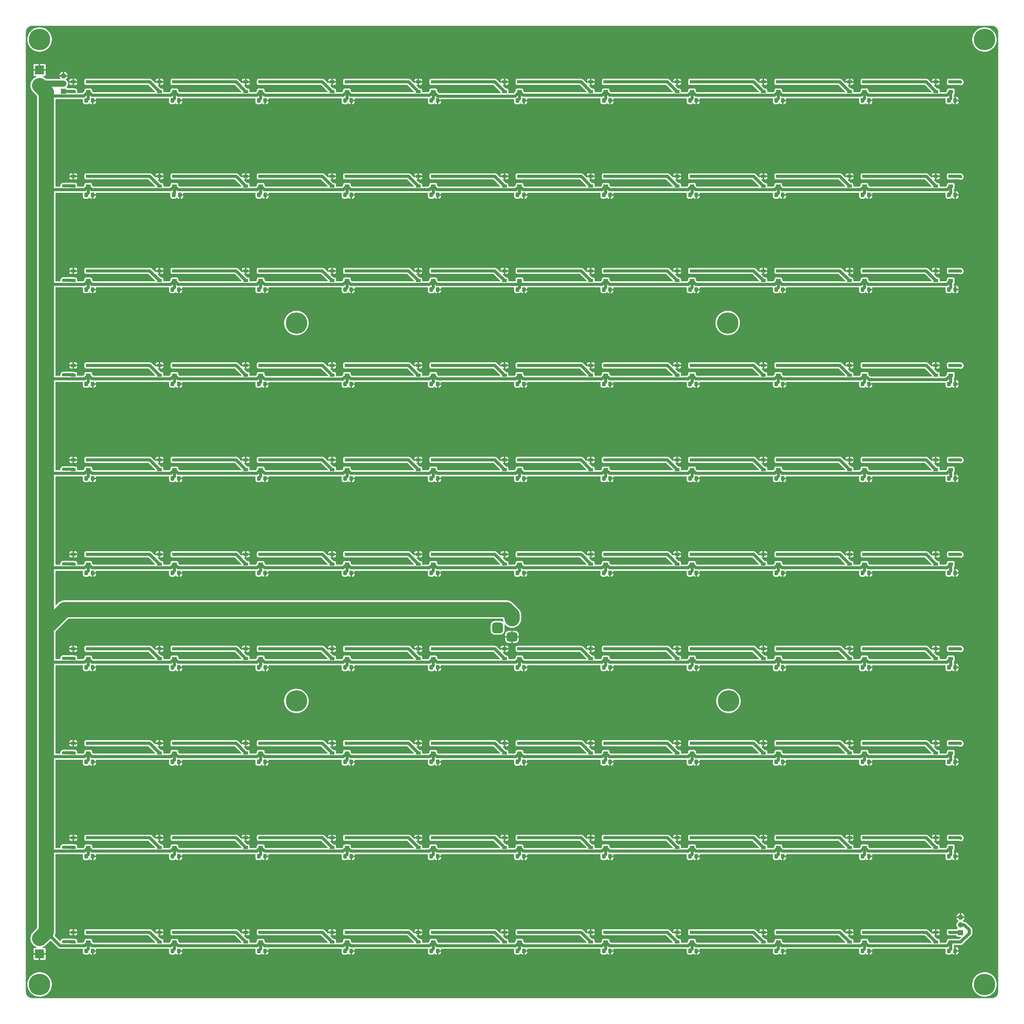
<source format=gtl>
%TF.GenerationSoftware,KiCad,Pcbnew,(6.0.2)*%
%TF.CreationDate,2022-03-31T08:33:35+02:00*%
%TF.ProjectId,Wordclock,576f7264-636c-46f6-936b-2e6b69636164,rev?*%
%TF.SameCoordinates,Original*%
%TF.FileFunction,Copper,L1,Top*%
%TF.FilePolarity,Positive*%
%FSLAX46Y46*%
G04 Gerber Fmt 4.6, Leading zero omitted, Abs format (unit mm)*
G04 Created by KiCad (PCBNEW (6.0.2)) date 2022-03-31 08:33:35*
%MOMM*%
%LPD*%
G01*
G04 APERTURE LIST*
G04 Aperture macros list*
%AMRoundRect*
0 Rectangle with rounded corners*
0 $1 Rounding radius*
0 $2 $3 $4 $5 $6 $7 $8 $9 X,Y pos of 4 corners*
0 Add a 4 corners polygon primitive as box body*
4,1,4,$2,$3,$4,$5,$6,$7,$8,$9,$2,$3,0*
0 Add four circle primitives for the rounded corners*
1,1,$1+$1,$2,$3*
1,1,$1+$1,$4,$5*
1,1,$1+$1,$6,$7*
1,1,$1+$1,$8,$9*
0 Add four rect primitives between the rounded corners*
20,1,$1+$1,$2,$3,$4,$5,0*
20,1,$1+$1,$4,$5,$6,$7,0*
20,1,$1+$1,$6,$7,$8,$9,0*
20,1,$1+$1,$8,$9,$2,$3,0*%
G04 Aperture macros list end*
%TA.AperFunction,SMDPad,CuDef*%
%ADD10RoundRect,0.250000X0.337500X0.475000X-0.337500X0.475000X-0.337500X-0.475000X0.337500X-0.475000X0*%
%TD*%
%TA.AperFunction,SMDPad,CuDef*%
%ADD11R,1.500000X1.000000*%
%TD*%
%TA.AperFunction,ComponentPad*%
%ADD12R,3.000000X3.000000*%
%TD*%
%TA.AperFunction,ComponentPad*%
%ADD13C,3.000000*%
%TD*%
%TA.AperFunction,ComponentPad*%
%ADD14C,0.800000*%
%TD*%
%TA.AperFunction,ComponentPad*%
%ADD15C,7.000000*%
%TD*%
%TA.AperFunction,ComponentPad*%
%ADD16R,3.500000X3.500000*%
%TD*%
%TA.AperFunction,ComponentPad*%
%ADD17RoundRect,0.750000X1.000000X-0.750000X1.000000X0.750000X-1.000000X0.750000X-1.000000X-0.750000X0*%
%TD*%
%TA.AperFunction,ComponentPad*%
%ADD18RoundRect,0.875000X0.875000X-0.875000X0.875000X0.875000X-0.875000X0.875000X-0.875000X-0.875000X0*%
%TD*%
%TA.AperFunction,ComponentPad*%
%ADD19R,1.700000X1.700000*%
%TD*%
%TA.AperFunction,ComponentPad*%
%ADD20O,1.700000X1.700000*%
%TD*%
%TA.AperFunction,ViaPad*%
%ADD21C,0.800000*%
%TD*%
%TA.AperFunction,Conductor*%
%ADD22C,1.000000*%
%TD*%
%TA.AperFunction,Conductor*%
%ADD23C,5.000000*%
%TD*%
%TA.AperFunction,Conductor*%
%ADD24C,2.000000*%
%TD*%
G04 APERTURE END LIST*
D10*
%TO.P,C110,1*%
%TO.N,GND*%
X813367500Y-314500000D03*
%TO.P,C110,2*%
%TO.N,+5V*%
X811292500Y-314500000D03*
%TD*%
%TO.P,C10,1*%
%TO.N,GND*%
X785067500Y-35500000D03*
%TO.P,C10,2*%
%TO.N,+5V*%
X782992500Y-35500000D03*
%TD*%
%TO.P,C24,1*%
%TO.N,GND*%
X558667500Y-97500000D03*
%TO.P,C24,2*%
%TO.N,+5V*%
X556592500Y-97500000D03*
%TD*%
D11*
%TO.P,D2,1,VDD*%
%TO.N,+5V*%
X557250000Y-32600000D03*
%TO.P,D2,2,DOUT*%
%TO.N,Net-(D2-Pad2)*%
X557250000Y-29400000D03*
%TO.P,D2,3,VSS*%
%TO.N,GND*%
X552350000Y-29400000D03*
%TO.P,D2,4,DIN*%
%TO.N,Net-(D1-Pad2)*%
X552350000Y-32600000D03*
%TD*%
D10*
%TO.P,C6,1*%
%TO.N,GND*%
X671867500Y-35500000D03*
%TO.P,C6,2*%
%TO.N,+5V*%
X669792500Y-35500000D03*
%TD*%
%TO.P,C31,1*%
%TO.N,GND*%
X756767500Y-97500000D03*
%TO.P,C31,2*%
%TO.N,+5V*%
X754692500Y-97500000D03*
%TD*%
%TO.P,C40,1*%
%TO.N,GND*%
X700167500Y-128500000D03*
%TO.P,C40,2*%
%TO.N,+5V*%
X698092500Y-128500000D03*
%TD*%
D12*
%TO.P,J4,1,Pin_1*%
%TO.N,GND*%
X513000000Y-25500000D03*
D13*
%TO.P,J4,2,Pin_2*%
%TO.N,+5V*%
X513000000Y-30580000D03*
%TD*%
D10*
%TO.P,C90,1*%
%TO.N,GND*%
X558667500Y-283500000D03*
%TO.P,C90,2*%
%TO.N,+5V*%
X556592500Y-283500000D03*
%TD*%
D12*
%TO.P,J5,1,Pin_1*%
%TO.N,GND*%
X513000000Y-315500000D03*
D13*
%TO.P,J5,2,Pin_2*%
%TO.N,+5V*%
X513000000Y-310420000D03*
%TD*%
D10*
%TO.P,C70,1*%
%TO.N,GND*%
X615267500Y-221500000D03*
%TO.P,C70,2*%
%TO.N,+5V*%
X613192500Y-221500000D03*
%TD*%
%TO.P,C62,1*%
%TO.N,GND*%
X700167500Y-190500000D03*
%TO.P,C62,2*%
%TO.N,+5V*%
X698092500Y-190500000D03*
%TD*%
%TO.P,C28,1*%
%TO.N,GND*%
X671867500Y-97500000D03*
%TO.P,C28,2*%
%TO.N,+5V*%
X669792500Y-97500000D03*
%TD*%
D11*
%TO.P,D19,1,VDD*%
%TO.N,+5V*%
X727050000Y-63600000D03*
%TO.P,D19,2,DOUT*%
%TO.N,Net-(D19-Pad2)*%
X727050000Y-60400000D03*
%TO.P,D19,3,VSS*%
%TO.N,GND*%
X722150000Y-60400000D03*
%TO.P,D19,4,DIN*%
%TO.N,Net-(D18-Pad2)*%
X722150000Y-63600000D03*
%TD*%
%TO.P,D62,1,VDD*%
%TO.N,+5V*%
X698750000Y-187600000D03*
%TO.P,D62,2,DOUT*%
%TO.N,Net-(D62-Pad2)*%
X698750000Y-184400000D03*
%TO.P,D62,3,VSS*%
%TO.N,GND*%
X693850000Y-184400000D03*
%TO.P,D62,4,DIN*%
%TO.N,Net-(D61-Pad2)*%
X693850000Y-187600000D03*
%TD*%
%TO.P,D12,1,VDD*%
%TO.N,+5V*%
X528950000Y-63600000D03*
%TO.P,D12,2,DOUT*%
%TO.N,Net-(D12-Pad2)*%
X528950000Y-60400000D03*
%TO.P,D12,3,VSS*%
%TO.N,GND*%
X524050000Y-60400000D03*
%TO.P,D12,4,DIN*%
%TO.N,Net-(D11-Pad2)*%
X524050000Y-63600000D03*
%TD*%
%TO.P,D93,1,VDD*%
%TO.N,+5V*%
X642150000Y-280600000D03*
%TO.P,D93,2,DOUT*%
%TO.N,Net-(D93-Pad2)*%
X642150000Y-277400000D03*
%TO.P,D93,3,VSS*%
%TO.N,GND*%
X637250000Y-277400000D03*
%TO.P,D93,4,DIN*%
%TO.N,Net-(D92-Pad2)*%
X637250000Y-280600000D03*
%TD*%
D10*
%TO.P,C34,1*%
%TO.N,GND*%
X530367500Y-128500000D03*
%TO.P,C34,2*%
%TO.N,+5V*%
X528292500Y-128500000D03*
%TD*%
%TO.P,C39,1*%
%TO.N,GND*%
X671867500Y-128500000D03*
%TO.P,C39,2*%
%TO.N,+5V*%
X669792500Y-128500000D03*
%TD*%
D11*
%TO.P,D7,1,VDD*%
%TO.N,+5V*%
X698750000Y-32600000D03*
%TO.P,D7,2,DOUT*%
%TO.N,Net-(D7-Pad2)*%
X698750000Y-29400000D03*
%TO.P,D7,3,VSS*%
%TO.N,GND*%
X693850000Y-29400000D03*
%TO.P,D7,4,DIN*%
%TO.N,Net-(D6-Pad2)*%
X693850000Y-32600000D03*
%TD*%
%TO.P,D98,1,VDD*%
%TO.N,+5V*%
X783650000Y-280600000D03*
%TO.P,D98,2,DOUT*%
%TO.N,Net-(D98-Pad2)*%
X783650000Y-277400000D03*
%TO.P,D98,3,VSS*%
%TO.N,GND*%
X778750000Y-277400000D03*
%TO.P,D98,4,DIN*%
%TO.N,Net-(D97-Pad2)*%
X778750000Y-280600000D03*
%TD*%
%TO.P,D39,1,VDD*%
%TO.N,+5V*%
X670450000Y-125600000D03*
%TO.P,D39,2,DOUT*%
%TO.N,Net-(D39-Pad2)*%
X670450000Y-122400000D03*
%TO.P,D39,3,VSS*%
%TO.N,GND*%
X665550000Y-122400000D03*
%TO.P,D39,4,DIN*%
%TO.N,Net-(D38-Pad2)*%
X665550000Y-125600000D03*
%TD*%
D10*
%TO.P,C79,1*%
%TO.N,GND*%
X558667500Y-252500000D03*
%TO.P,C79,2*%
%TO.N,+5V*%
X556592500Y-252500000D03*
%TD*%
D11*
%TO.P,D26,1,VDD*%
%TO.N,+5V*%
X613850000Y-94600000D03*
%TO.P,D26,2,DOUT*%
%TO.N,Net-(D26-Pad2)*%
X613850000Y-91400000D03*
%TO.P,D26,3,VSS*%
%TO.N,GND*%
X608950000Y-91400000D03*
%TO.P,D26,4,DIN*%
%TO.N,Net-(D25-Pad2)*%
X608950000Y-94600000D03*
%TD*%
D10*
%TO.P,C60,1*%
%TO.N,GND*%
X643567500Y-190500000D03*
%TO.P,C60,2*%
%TO.N,+5V*%
X641492500Y-190500000D03*
%TD*%
%TO.P,C76,1*%
%TO.N,GND*%
X785067500Y-221500000D03*
%TO.P,C76,2*%
%TO.N,+5V*%
X782992500Y-221500000D03*
%TD*%
%TO.P,C17,1*%
%TO.N,GND*%
X671867500Y-66500000D03*
%TO.P,C17,2*%
%TO.N,+5V*%
X669792500Y-66500000D03*
%TD*%
D11*
%TO.P,D77,1,VDD*%
%TO.N,+5V*%
X811950000Y-218600000D03*
%TO.P,D77,2,DOUT*%
%TO.N,Net-(D77-Pad2)*%
X811950000Y-215400000D03*
%TO.P,D77,3,VSS*%
%TO.N,GND*%
X807050000Y-215400000D03*
%TO.P,D77,4,DIN*%
%TO.N,Net-(D76-Pad2)*%
X807050000Y-218600000D03*
%TD*%
%TO.P,D42,1,VDD*%
%TO.N,+5V*%
X755350000Y-125600000D03*
%TO.P,D42,2,DOUT*%
%TO.N,Net-(D42-Pad2)*%
X755350000Y-122400000D03*
%TO.P,D42,3,VSS*%
%TO.N,GND*%
X750450000Y-122400000D03*
%TO.P,D42,4,DIN*%
%TO.N,Net-(D41-Pad2)*%
X750450000Y-125600000D03*
%TD*%
D10*
%TO.P,C77,1*%
%TO.N,GND*%
X813367500Y-221500000D03*
%TO.P,C77,2*%
%TO.N,+5V*%
X811292500Y-221500000D03*
%TD*%
D11*
%TO.P,D46,1,VDD*%
%TO.N,+5V*%
X557250000Y-156600000D03*
%TO.P,D46,2,DOUT*%
%TO.N,Net-(D46-Pad2)*%
X557250000Y-153400000D03*
%TO.P,D46,3,VSS*%
%TO.N,GND*%
X552350000Y-153400000D03*
%TO.P,D46,4,DIN*%
%TO.N,Net-(D45-Pad2)*%
X552350000Y-156600000D03*
%TD*%
%TO.P,D27,1,VDD*%
%TO.N,+5V*%
X642150000Y-94600000D03*
%TO.P,D27,2,DOUT*%
%TO.N,Net-(D27-Pad2)*%
X642150000Y-91400000D03*
%TO.P,D27,3,VSS*%
%TO.N,GND*%
X637250000Y-91400000D03*
%TO.P,D27,4,DIN*%
%TO.N,Net-(D26-Pad2)*%
X637250000Y-94600000D03*
%TD*%
%TO.P,D43,1,VDD*%
%TO.N,+5V*%
X783650000Y-125600000D03*
%TO.P,D43,2,DOUT*%
%TO.N,Net-(D43-Pad2)*%
X783650000Y-122400000D03*
%TO.P,D43,3,VSS*%
%TO.N,GND*%
X778750000Y-122400000D03*
%TO.P,D43,4,DIN*%
%TO.N,Net-(D42-Pad2)*%
X778750000Y-125600000D03*
%TD*%
%TO.P,D86,1,VDD*%
%TO.N,+5V*%
X755350000Y-249600000D03*
%TO.P,D86,2,DOUT*%
%TO.N,Net-(D86-Pad2)*%
X755350000Y-246400000D03*
%TO.P,D86,3,VSS*%
%TO.N,GND*%
X750450000Y-246400000D03*
%TO.P,D86,4,DIN*%
%TO.N,Net-(D85-Pad2)*%
X750450000Y-249600000D03*
%TD*%
D10*
%TO.P,C21,1*%
%TO.N,GND*%
X785067500Y-66500000D03*
%TO.P,C21,2*%
%TO.N,+5V*%
X782992500Y-66500000D03*
%TD*%
D11*
%TO.P,D75,1,VDD*%
%TO.N,+5V*%
X755350000Y-218600000D03*
%TO.P,D75,2,DOUT*%
%TO.N,Net-(D75-Pad2)*%
X755350000Y-215400000D03*
%TO.P,D75,3,VSS*%
%TO.N,GND*%
X750450000Y-215400000D03*
%TO.P,D75,4,DIN*%
%TO.N,Net-(D74-Pad2)*%
X750450000Y-218600000D03*
%TD*%
D10*
%TO.P,C53,1*%
%TO.N,GND*%
X756767500Y-159500000D03*
%TO.P,C53,2*%
%TO.N,+5V*%
X754692500Y-159500000D03*
%TD*%
%TO.P,C26,1*%
%TO.N,GND*%
X615267500Y-97500000D03*
%TO.P,C26,2*%
%TO.N,+5V*%
X613192500Y-97500000D03*
%TD*%
D11*
%TO.P,D34,1,VDD*%
%TO.N,+5V*%
X528950000Y-125600000D03*
%TO.P,D34,2,DOUT*%
%TO.N,Net-(D34-Pad2)*%
X528950000Y-122400000D03*
%TO.P,D34,3,VSS*%
%TO.N,GND*%
X524050000Y-122400000D03*
%TO.P,D34,4,DIN*%
%TO.N,Net-(D33-Pad2)*%
X524050000Y-125600000D03*
%TD*%
%TO.P,D38,1,VDD*%
%TO.N,+5V*%
X642150000Y-125600000D03*
%TO.P,D38,2,DOUT*%
%TO.N,Net-(D38-Pad2)*%
X642150000Y-122400000D03*
%TO.P,D38,3,VSS*%
%TO.N,GND*%
X637250000Y-122400000D03*
%TO.P,D38,4,DIN*%
%TO.N,Net-(D37-Pad2)*%
X637250000Y-125600000D03*
%TD*%
%TO.P,D25,1,VDD*%
%TO.N,+5V*%
X585550000Y-94600000D03*
%TO.P,D25,2,DOUT*%
%TO.N,Net-(D25-Pad2)*%
X585550000Y-91400000D03*
%TO.P,D25,3,VSS*%
%TO.N,GND*%
X580650000Y-91400000D03*
%TO.P,D25,4,DIN*%
%TO.N,Net-(D24-Pad2)*%
X580650000Y-94600000D03*
%TD*%
%TO.P,D69,1,VDD*%
%TO.N,+5V*%
X585550000Y-218600000D03*
%TO.P,D69,2,DOUT*%
%TO.N,Net-(D69-Pad2)*%
X585550000Y-215400000D03*
%TO.P,D69,3,VSS*%
%TO.N,GND*%
X580650000Y-215400000D03*
%TO.P,D69,4,DIN*%
%TO.N,Net-(D68-Pad2)*%
X580650000Y-218600000D03*
%TD*%
%TO.P,D55,1,VDD*%
%TO.N,+5V*%
X811950000Y-156600000D03*
%TO.P,D55,2,DOUT*%
%TO.N,Net-(D55-Pad2)*%
X811950000Y-153400000D03*
%TO.P,D55,3,VSS*%
%TO.N,GND*%
X807050000Y-153400000D03*
%TO.P,D55,4,DIN*%
%TO.N,Net-(D54-Pad2)*%
X807050000Y-156600000D03*
%TD*%
D10*
%TO.P,C63,1*%
%TO.N,GND*%
X728467500Y-190500000D03*
%TO.P,C63,2*%
%TO.N,+5V*%
X726392500Y-190500000D03*
%TD*%
%TO.P,C29,1*%
%TO.N,GND*%
X700167500Y-97500000D03*
%TO.P,C29,2*%
%TO.N,+5V*%
X698092500Y-97500000D03*
%TD*%
D14*
%TO.P,Hole7,1*%
%TO.N,N/C*%
X740856155Y-230643845D03*
X737143845Y-234356155D03*
X741625000Y-232500000D03*
X736375000Y-232500000D03*
X737143845Y-230643845D03*
X739000000Y-229875000D03*
X740856155Y-234356155D03*
X739000000Y-235125000D03*
D15*
X739000000Y-232500000D03*
%TD*%
D10*
%TO.P,C69,1*%
%TO.N,GND*%
X587037500Y-221500000D03*
%TO.P,C69,2*%
%TO.N,+5V*%
X584962500Y-221500000D03*
%TD*%
D11*
%TO.P,D15,1,VDD*%
%TO.N,+5V*%
X613850000Y-63600000D03*
%TO.P,D15,2,DOUT*%
%TO.N,Net-(D15-Pad2)*%
X613850000Y-60400000D03*
%TO.P,D15,3,VSS*%
%TO.N,GND*%
X608950000Y-60400000D03*
%TO.P,D15,4,DIN*%
%TO.N,Net-(D14-Pad2)*%
X608950000Y-63600000D03*
%TD*%
D10*
%TO.P,C37,1*%
%TO.N,GND*%
X615267500Y-128500000D03*
%TO.P,C37,2*%
%TO.N,+5V*%
X613192500Y-128500000D03*
%TD*%
%TO.P,C81,1*%
%TO.N,GND*%
X615267500Y-252500000D03*
%TO.P,C81,2*%
%TO.N,+5V*%
X613192500Y-252500000D03*
%TD*%
D11*
%TO.P,D101,1,VDD*%
%TO.N,+5V*%
X557250000Y-311600000D03*
%TO.P,D101,2,DOUT*%
%TO.N,Net-(D101-Pad2)*%
X557250000Y-308400000D03*
%TO.P,D101,3,VSS*%
%TO.N,GND*%
X552350000Y-308400000D03*
%TO.P,D101,4,DIN*%
%TO.N,Net-(D100-Pad2)*%
X552350000Y-311600000D03*
%TD*%
%TO.P,D29,1,VDD*%
%TO.N,+5V*%
X698750000Y-94600000D03*
%TO.P,D29,2,DOUT*%
%TO.N,Net-(D29-Pad2)*%
X698750000Y-91400000D03*
%TO.P,D29,3,VSS*%
%TO.N,GND*%
X693850000Y-91400000D03*
%TO.P,D29,4,DIN*%
%TO.N,Net-(D28-Pad2)*%
X693850000Y-94600000D03*
%TD*%
D10*
%TO.P,C100,1*%
%TO.N,GND*%
X530367500Y-314500000D03*
%TO.P,C100,2*%
%TO.N,+5V*%
X528292500Y-314500000D03*
%TD*%
%TO.P,C41,1*%
%TO.N,GND*%
X728467500Y-128500000D03*
%TO.P,C41,2*%
%TO.N,+5V*%
X726392500Y-128500000D03*
%TD*%
D11*
%TO.P,D24,1,VDD*%
%TO.N,+5V*%
X557250000Y-94600000D03*
%TO.P,D24,2,DOUT*%
%TO.N,Net-(D24-Pad2)*%
X557250000Y-91400000D03*
%TO.P,D24,3,VSS*%
%TO.N,GND*%
X552350000Y-91400000D03*
%TO.P,D24,4,DIN*%
%TO.N,Net-(D23-Pad2)*%
X552350000Y-94600000D03*
%TD*%
D10*
%TO.P,C7,1*%
%TO.N,GND*%
X700167500Y-35500000D03*
%TO.P,C7,2*%
%TO.N,+5V*%
X698092500Y-35500000D03*
%TD*%
D11*
%TO.P,D68,1,VDD*%
%TO.N,+5V*%
X557250000Y-218600000D03*
%TO.P,D68,2,DOUT*%
%TO.N,Net-(D68-Pad2)*%
X557250000Y-215400000D03*
%TO.P,D68,3,VSS*%
%TO.N,GND*%
X552350000Y-215400000D03*
%TO.P,D68,4,DIN*%
%TO.N,Net-(D67-Pad2)*%
X552350000Y-218600000D03*
%TD*%
%TO.P,D90,1,VDD*%
%TO.N,+5V*%
X557250000Y-280600000D03*
%TO.P,D90,2,DOUT*%
%TO.N,Net-(D90-Pad2)*%
X557250000Y-277400000D03*
%TO.P,D90,3,VSS*%
%TO.N,GND*%
X552350000Y-277400000D03*
%TO.P,D90,4,DIN*%
%TO.N,Net-(D89-Pad2)*%
X552350000Y-280600000D03*
%TD*%
%TO.P,D65,1,VDD*%
%TO.N,+5V*%
X783650000Y-187600000D03*
%TO.P,D65,2,DOUT*%
%TO.N,Net-(D65-Pad2)*%
X783650000Y-184400000D03*
%TO.P,D65,3,VSS*%
%TO.N,GND*%
X778750000Y-184400000D03*
%TO.P,D65,4,DIN*%
%TO.N,Net-(D64-Pad2)*%
X778750000Y-187600000D03*
%TD*%
%TO.P,D78,1,VDD*%
%TO.N,+5V*%
X528950000Y-249600000D03*
%TO.P,D78,2,DOUT*%
%TO.N,Net-(D78-Pad2)*%
X528950000Y-246400000D03*
%TO.P,D78,3,VSS*%
%TO.N,GND*%
X524050000Y-246400000D03*
%TO.P,D78,4,DIN*%
%TO.N,Net-(D77-Pad2)*%
X524050000Y-249600000D03*
%TD*%
%TO.P,D44,1,VDD*%
%TO.N,+5V*%
X811950000Y-125600000D03*
%TO.P,D44,2,DOUT*%
%TO.N,Net-(D44-Pad2)*%
X811950000Y-122400000D03*
%TO.P,D44,3,VSS*%
%TO.N,GND*%
X807050000Y-122400000D03*
%TO.P,D44,4,DIN*%
%TO.N,Net-(D43-Pad2)*%
X807050000Y-125600000D03*
%TD*%
D10*
%TO.P,C94,1*%
%TO.N,GND*%
X671867500Y-283500000D03*
%TO.P,C94,2*%
%TO.N,+5V*%
X669792500Y-283500000D03*
%TD*%
D11*
%TO.P,D48,1,VDD*%
%TO.N,+5V*%
X613850000Y-156600000D03*
%TO.P,D48,2,DOUT*%
%TO.N,Net-(D48-Pad2)*%
X613850000Y-153400000D03*
%TO.P,D48,3,VSS*%
%TO.N,GND*%
X608950000Y-153400000D03*
%TO.P,D48,4,DIN*%
%TO.N,Net-(D47-Pad2)*%
X608950000Y-156600000D03*
%TD*%
%TO.P,D92,1,VDD*%
%TO.N,+5V*%
X613850000Y-280600000D03*
%TO.P,D92,2,DOUT*%
%TO.N,Net-(D92-Pad2)*%
X613850000Y-277400000D03*
%TO.P,D92,3,VSS*%
%TO.N,GND*%
X608950000Y-277400000D03*
%TO.P,D92,4,DIN*%
%TO.N,Net-(D91-Pad2)*%
X608950000Y-280600000D03*
%TD*%
D10*
%TO.P,C101,1*%
%TO.N,GND*%
X558667500Y-314500000D03*
%TO.P,C101,2*%
%TO.N,+5V*%
X556592500Y-314500000D03*
%TD*%
%TO.P,C95,1*%
%TO.N,GND*%
X700167500Y-283500000D03*
%TO.P,C95,2*%
%TO.N,+5V*%
X698092500Y-283500000D03*
%TD*%
D11*
%TO.P,D97,1,VDD*%
%TO.N,+5V*%
X755350000Y-280600000D03*
%TO.P,D97,2,DOUT*%
%TO.N,Net-(D97-Pad2)*%
X755350000Y-277400000D03*
%TO.P,D97,3,VSS*%
%TO.N,GND*%
X750450000Y-277400000D03*
%TO.P,D97,4,DIN*%
%TO.N,Net-(D96-Pad2)*%
X750450000Y-280600000D03*
%TD*%
D10*
%TO.P,C103,1*%
%TO.N,GND*%
X615267500Y-314500000D03*
%TO.P,C103,2*%
%TO.N,+5V*%
X613192500Y-314500000D03*
%TD*%
%TO.P,C50,1*%
%TO.N,GND*%
X671867500Y-159500000D03*
%TO.P,C50,2*%
%TO.N,+5V*%
X669792500Y-159500000D03*
%TD*%
%TO.P,C61,1*%
%TO.N,GND*%
X671867500Y-190500000D03*
%TO.P,C61,2*%
%TO.N,+5V*%
X669792500Y-190500000D03*
%TD*%
D11*
%TO.P,D95,1,VDD*%
%TO.N,+5V*%
X698750000Y-280600000D03*
%TO.P,D95,2,DOUT*%
%TO.N,Net-(D95-Pad2)*%
X698750000Y-277400000D03*
%TO.P,D95,3,VSS*%
%TO.N,GND*%
X693850000Y-277400000D03*
%TO.P,D95,4,DIN*%
%TO.N,Net-(D94-Pad2)*%
X693850000Y-280600000D03*
%TD*%
%TO.P,D103,1,VDD*%
%TO.N,+5V*%
X613850000Y-311600000D03*
%TO.P,D103,2,DOUT*%
%TO.N,Net-(D103-Pad2)*%
X613850000Y-308400000D03*
%TO.P,D103,3,VSS*%
%TO.N,GND*%
X608950000Y-308400000D03*
%TO.P,D103,4,DIN*%
%TO.N,Net-(D102-Pad2)*%
X608950000Y-311600000D03*
%TD*%
D10*
%TO.P,C85,1*%
%TO.N,GND*%
X728467500Y-252500000D03*
%TO.P,C85,2*%
%TO.N,+5V*%
X726392500Y-252500000D03*
%TD*%
%TO.P,C5,1*%
%TO.N,GND*%
X643567500Y-35500000D03*
%TO.P,C5,2*%
%TO.N,+5V*%
X641492500Y-35500000D03*
%TD*%
D11*
%TO.P,D106,1,VDD*%
%TO.N,+5V*%
X698750000Y-311600000D03*
%TO.P,D106,2,DOUT*%
%TO.N,Net-(D106-Pad2)*%
X698750000Y-308400000D03*
%TO.P,D106,3,VSS*%
%TO.N,GND*%
X693850000Y-308400000D03*
%TO.P,D106,4,DIN*%
%TO.N,Net-(D105-Pad2)*%
X693850000Y-311600000D03*
%TD*%
D10*
%TO.P,C13,1*%
%TO.N,GND*%
X559037500Y-66500000D03*
%TO.P,C13,2*%
%TO.N,+5V*%
X556962500Y-66500000D03*
%TD*%
D11*
%TO.P,D84,1,VDD*%
%TO.N,+5V*%
X698750000Y-249600000D03*
%TO.P,D84,2,DOUT*%
%TO.N,Net-(D84-Pad2)*%
X698750000Y-246400000D03*
%TO.P,D84,3,VSS*%
%TO.N,GND*%
X693850000Y-246400000D03*
%TO.P,D84,4,DIN*%
%TO.N,Net-(D83-Pad2)*%
X693850000Y-249600000D03*
%TD*%
D10*
%TO.P,C96,1*%
%TO.N,GND*%
X728467500Y-283500000D03*
%TO.P,C96,2*%
%TO.N,+5V*%
X726392500Y-283500000D03*
%TD*%
D11*
%TO.P,D110,1,VDD*%
%TO.N,+5V*%
X811950000Y-311600000D03*
%TO.P,D110,2,DOUT*%
%TO.N,DATA_OUT*%
X811950000Y-308400000D03*
%TO.P,D110,3,VSS*%
%TO.N,GND*%
X807050000Y-308400000D03*
%TO.P,D110,4,DIN*%
%TO.N,Net-(D109-Pad2)*%
X807050000Y-311600000D03*
%TD*%
D10*
%TO.P,C104,1*%
%TO.N,GND*%
X643567500Y-314500000D03*
%TO.P,C104,2*%
%TO.N,+5V*%
X641492500Y-314500000D03*
%TD*%
%TO.P,C105,1*%
%TO.N,GND*%
X671867500Y-314500000D03*
%TO.P,C105,2*%
%TO.N,+5V*%
X669792500Y-314500000D03*
%TD*%
D11*
%TO.P,D80,1,VDD*%
%TO.N,+5V*%
X585550000Y-249600000D03*
%TO.P,D80,2,DOUT*%
%TO.N,Net-(D80-Pad2)*%
X585550000Y-246400000D03*
%TO.P,D80,3,VSS*%
%TO.N,GND*%
X580650000Y-246400000D03*
%TO.P,D80,4,DIN*%
%TO.N,Net-(D79-Pad2)*%
X580650000Y-249600000D03*
%TD*%
D10*
%TO.P,C80,1*%
%TO.N,GND*%
X586967500Y-252500000D03*
%TO.P,C80,2*%
%TO.N,+5V*%
X584892500Y-252500000D03*
%TD*%
D11*
%TO.P,D82,1,VDD*%
%TO.N,+5V*%
X642150000Y-249600000D03*
%TO.P,D82,2,DOUT*%
%TO.N,Net-(D82-Pad2)*%
X642150000Y-246400000D03*
%TO.P,D82,3,VSS*%
%TO.N,GND*%
X637250000Y-246400000D03*
%TO.P,D82,4,DIN*%
%TO.N,Net-(D81-Pad2)*%
X637250000Y-249600000D03*
%TD*%
%TO.P,D5,1,VDD*%
%TO.N,+5V*%
X642150000Y-32600000D03*
%TO.P,D5,2,DOUT*%
%TO.N,Net-(D5-Pad2)*%
X642150000Y-29400000D03*
%TO.P,D5,3,VSS*%
%TO.N,GND*%
X637250000Y-29400000D03*
%TO.P,D5,4,DIN*%
%TO.N,Net-(D4-Pad2)*%
X637250000Y-32600000D03*
%TD*%
%TO.P,D79,1,VDD*%
%TO.N,+5V*%
X557250000Y-249600000D03*
%TO.P,D79,2,DOUT*%
%TO.N,Net-(D79-Pad2)*%
X557250000Y-246400000D03*
%TO.P,D79,3,VSS*%
%TO.N,GND*%
X552350000Y-246400000D03*
%TO.P,D79,4,DIN*%
%TO.N,Net-(D78-Pad2)*%
X552350000Y-249600000D03*
%TD*%
D10*
%TO.P,C20,1*%
%TO.N,GND*%
X756767500Y-66500000D03*
%TO.P,C20,2*%
%TO.N,+5V*%
X754692500Y-66500000D03*
%TD*%
D11*
%TO.P,D89,1,VDD*%
%TO.N,+5V*%
X528950000Y-280600000D03*
%TO.P,D89,2,DOUT*%
%TO.N,Net-(D89-Pad2)*%
X528950000Y-277400000D03*
%TO.P,D89,3,VSS*%
%TO.N,GND*%
X524050000Y-277400000D03*
%TO.P,D89,4,DIN*%
%TO.N,Net-(D88-Pad2)*%
X524050000Y-280600000D03*
%TD*%
%TO.P,D87,1,VDD*%
%TO.N,+5V*%
X783650000Y-249600000D03*
%TO.P,D87,2,DOUT*%
%TO.N,Net-(D87-Pad2)*%
X783650000Y-246400000D03*
%TO.P,D87,3,VSS*%
%TO.N,GND*%
X778750000Y-246400000D03*
%TO.P,D87,4,DIN*%
%TO.N,Net-(D86-Pad2)*%
X778750000Y-249600000D03*
%TD*%
%TO.P,D81,1,VDD*%
%TO.N,+5V*%
X613850000Y-249600000D03*
%TO.P,D81,2,DOUT*%
%TO.N,Net-(D81-Pad2)*%
X613850000Y-246400000D03*
%TO.P,D81,3,VSS*%
%TO.N,GND*%
X608950000Y-246400000D03*
%TO.P,D81,4,DIN*%
%TO.N,Net-(D80-Pad2)*%
X608950000Y-249600000D03*
%TD*%
D14*
%TO.P,Hole3,1*%
%TO.N,N/C*%
X823000000Y-322875000D03*
X824856155Y-323643845D03*
X821143845Y-327356155D03*
X824856155Y-327356155D03*
X825625000Y-325500000D03*
D15*
X823000000Y-325500000D03*
D14*
X820375000Y-325500000D03*
X823000000Y-328125000D03*
X821143845Y-323643845D03*
%TD*%
D11*
%TO.P,D109,1,VDD*%
%TO.N,+5V*%
X783650000Y-311600000D03*
%TO.P,D109,2,DOUT*%
%TO.N,Net-(D109-Pad2)*%
X783650000Y-308400000D03*
%TO.P,D109,3,VSS*%
%TO.N,GND*%
X778750000Y-308400000D03*
%TO.P,D109,4,DIN*%
%TO.N,Net-(D108-Pad2)*%
X778750000Y-311600000D03*
%TD*%
D10*
%TO.P,C8,1*%
%TO.N,GND*%
X728467500Y-35500000D03*
%TO.P,C8,2*%
%TO.N,+5V*%
X726392500Y-35500000D03*
%TD*%
%TO.P,C55,1*%
%TO.N,GND*%
X813367500Y-159500000D03*
%TO.P,C55,2*%
%TO.N,+5V*%
X811292500Y-159500000D03*
%TD*%
%TO.P,C89,1*%
%TO.N,GND*%
X530367500Y-283500000D03*
%TO.P,C89,2*%
%TO.N,+5V*%
X528292500Y-283500000D03*
%TD*%
D11*
%TO.P,D18,1,VDD*%
%TO.N,+5V*%
X698750000Y-63600000D03*
%TO.P,D18,2,DOUT*%
%TO.N,Net-(D18-Pad2)*%
X698750000Y-60400000D03*
%TO.P,D18,3,VSS*%
%TO.N,GND*%
X693850000Y-60400000D03*
%TO.P,D18,4,DIN*%
%TO.N,Net-(D17-Pad2)*%
X693850000Y-63600000D03*
%TD*%
%TO.P,D60,1,VDD*%
%TO.N,+5V*%
X642150000Y-187600000D03*
%TO.P,D60,2,DOUT*%
%TO.N,Net-(D60-Pad2)*%
X642150000Y-184400000D03*
%TO.P,D60,3,VSS*%
%TO.N,GND*%
X637250000Y-184400000D03*
%TO.P,D60,4,DIN*%
%TO.N,Net-(D59-Pad2)*%
X637250000Y-187600000D03*
%TD*%
%TO.P,D100,1,VDD*%
%TO.N,+5V*%
X528950000Y-311600000D03*
%TO.P,D100,2,DOUT*%
%TO.N,Net-(D100-Pad2)*%
X528950000Y-308400000D03*
%TO.P,D100,3,VSS*%
%TO.N,GND*%
X524050000Y-308400000D03*
%TO.P,D100,4,DIN*%
%TO.N,Net-(D100-Pad4)*%
X524050000Y-311600000D03*
%TD*%
D10*
%TO.P,C57,1*%
%TO.N,GND*%
X558667500Y-190500000D03*
%TO.P,C57,2*%
%TO.N,+5V*%
X556592500Y-190500000D03*
%TD*%
%TO.P,C86,1*%
%TO.N,GND*%
X756767500Y-252500000D03*
%TO.P,C86,2*%
%TO.N,+5V*%
X754692500Y-252500000D03*
%TD*%
D11*
%TO.P,D28,1,VDD*%
%TO.N,+5V*%
X670450000Y-94600000D03*
%TO.P,D28,2,DOUT*%
%TO.N,Net-(D28-Pad2)*%
X670450000Y-91400000D03*
%TO.P,D28,3,VSS*%
%TO.N,GND*%
X665550000Y-91400000D03*
%TO.P,D28,4,DIN*%
%TO.N,Net-(D27-Pad2)*%
X665550000Y-94600000D03*
%TD*%
%TO.P,D13,1,VDD*%
%TO.N,+5V*%
X557250000Y-63600000D03*
%TO.P,D13,2,DOUT*%
%TO.N,Net-(D13-Pad2)*%
X557250000Y-60400000D03*
%TO.P,D13,3,VSS*%
%TO.N,GND*%
X552350000Y-60400000D03*
%TO.P,D13,4,DIN*%
%TO.N,Net-(D12-Pad2)*%
X552350000Y-63600000D03*
%TD*%
%TO.P,D22,1,VDD*%
%TO.N,+5V*%
X811950000Y-63600000D03*
%TO.P,D22,2,DOUT*%
%TO.N,Net-(D22-Pad2)*%
X811950000Y-60400000D03*
%TO.P,D22,3,VSS*%
%TO.N,GND*%
X807050000Y-60400000D03*
%TO.P,D22,4,DIN*%
%TO.N,Net-(D21-Pad2)*%
X807050000Y-63600000D03*
%TD*%
D10*
%TO.P,C47,1*%
%TO.N,GND*%
X586967500Y-159500000D03*
%TO.P,C47,2*%
%TO.N,+5V*%
X584892500Y-159500000D03*
%TD*%
%TO.P,C27,1*%
%TO.N,GND*%
X643567500Y-97500000D03*
%TO.P,C27,2*%
%TO.N,+5V*%
X641492500Y-97500000D03*
%TD*%
D11*
%TO.P,D70,1,VDD*%
%TO.N,+5V*%
X613850000Y-218600000D03*
%TO.P,D70,2,DOUT*%
%TO.N,Net-(D70-Pad2)*%
X613850000Y-215400000D03*
%TO.P,D70,3,VSS*%
%TO.N,GND*%
X608950000Y-215400000D03*
%TO.P,D70,4,DIN*%
%TO.N,Net-(D69-Pad2)*%
X608950000Y-218600000D03*
%TD*%
D10*
%TO.P,C88,1*%
%TO.N,GND*%
X813367500Y-252500000D03*
%TO.P,C88,2*%
%TO.N,+5V*%
X811292500Y-252500000D03*
%TD*%
D11*
%TO.P,D3,1,VDD*%
%TO.N,+5V*%
X585550000Y-32600000D03*
%TO.P,D3,2,DOUT*%
%TO.N,Net-(D3-Pad2)*%
X585550000Y-29400000D03*
%TO.P,D3,3,VSS*%
%TO.N,GND*%
X580650000Y-29400000D03*
%TO.P,D3,4,DIN*%
%TO.N,Net-(D2-Pad2)*%
X580650000Y-32600000D03*
%TD*%
D10*
%TO.P,C91,1*%
%TO.N,GND*%
X586967500Y-283500000D03*
%TO.P,C91,2*%
%TO.N,+5V*%
X584892500Y-283500000D03*
%TD*%
D11*
%TO.P,D8,1,VDD*%
%TO.N,+5V*%
X727050000Y-32600000D03*
%TO.P,D8,2,DOUT*%
%TO.N,Net-(D8-Pad2)*%
X727050000Y-29400000D03*
%TO.P,D8,3,VSS*%
%TO.N,GND*%
X722150000Y-29400000D03*
%TO.P,D8,4,DIN*%
%TO.N,Net-(D7-Pad2)*%
X722150000Y-32600000D03*
%TD*%
%TO.P,D11,1,VDD*%
%TO.N,+5V*%
X811950000Y-32600000D03*
%TO.P,D11,2,DOUT*%
%TO.N,Net-(D11-Pad2)*%
X811950000Y-29400000D03*
%TO.P,D11,3,VSS*%
%TO.N,GND*%
X807050000Y-29400000D03*
%TO.P,D11,4,DIN*%
%TO.N,Net-(D10-Pad2)*%
X807050000Y-32600000D03*
%TD*%
D10*
%TO.P,C51,1*%
%TO.N,GND*%
X700167500Y-159500000D03*
%TO.P,C51,2*%
%TO.N,+5V*%
X698092500Y-159500000D03*
%TD*%
%TO.P,C56,1*%
%TO.N,GND*%
X530367500Y-190500000D03*
%TO.P,C56,2*%
%TO.N,+5V*%
X528292500Y-190500000D03*
%TD*%
%TO.P,C65,1*%
%TO.N,GND*%
X785067500Y-190500000D03*
%TO.P,C65,2*%
%TO.N,+5V*%
X782992500Y-190500000D03*
%TD*%
%TO.P,C67,1*%
%TO.N,GND*%
X530367500Y-221500000D03*
%TO.P,C67,2*%
%TO.N,+5V*%
X528292500Y-221500000D03*
%TD*%
D11*
%TO.P,D64,1,VDD*%
%TO.N,+5V*%
X755350000Y-187600000D03*
%TO.P,D64,2,DOUT*%
%TO.N,Net-(D64-Pad2)*%
X755350000Y-184400000D03*
%TO.P,D64,3,VSS*%
%TO.N,GND*%
X750450000Y-184400000D03*
%TO.P,D64,4,DIN*%
%TO.N,Net-(D63-Pad2)*%
X750450000Y-187600000D03*
%TD*%
%TO.P,D41,1,VDD*%
%TO.N,+5V*%
X727050000Y-125600000D03*
%TO.P,D41,2,DOUT*%
%TO.N,Net-(D41-Pad2)*%
X727050000Y-122400000D03*
%TO.P,D41,3,VSS*%
%TO.N,GND*%
X722150000Y-122400000D03*
%TO.P,D41,4,DIN*%
%TO.N,Net-(D40-Pad2)*%
X722150000Y-125600000D03*
%TD*%
D10*
%TO.P,C59,1*%
%TO.N,GND*%
X615267500Y-190500000D03*
%TO.P,C59,2*%
%TO.N,+5V*%
X613192500Y-190500000D03*
%TD*%
%TO.P,C108,1*%
%TO.N,GND*%
X756767500Y-314500000D03*
%TO.P,C108,2*%
%TO.N,+5V*%
X754692500Y-314500000D03*
%TD*%
D11*
%TO.P,D83,1,VDD*%
%TO.N,+5V*%
X670450000Y-249600000D03*
%TO.P,D83,2,DOUT*%
%TO.N,Net-(D83-Pad2)*%
X670450000Y-246400000D03*
%TO.P,D83,3,VSS*%
%TO.N,GND*%
X665550000Y-246400000D03*
%TO.P,D83,4,DIN*%
%TO.N,Net-(D82-Pad2)*%
X665550000Y-249600000D03*
%TD*%
D14*
%TO.P,Hole8,1*%
%TO.N,N/C*%
X599106155Y-230643845D03*
X599875000Y-232500000D03*
X594625000Y-232500000D03*
X595393845Y-230643845D03*
D15*
X597250000Y-232500000D03*
D14*
X599106155Y-234356155D03*
X597250000Y-229875000D03*
X595393845Y-234356155D03*
X597250000Y-235125000D03*
%TD*%
D10*
%TO.P,C23,1*%
%TO.N,GND*%
X530367500Y-97500000D03*
%TO.P,C23,2*%
%TO.N,+5V*%
X528292500Y-97500000D03*
%TD*%
D11*
%TO.P,D20,1,VDD*%
%TO.N,+5V*%
X755350000Y-63600000D03*
%TO.P,D20,2,DOUT*%
%TO.N,Net-(D20-Pad2)*%
X755350000Y-60400000D03*
%TO.P,D20,3,VSS*%
%TO.N,GND*%
X750450000Y-60400000D03*
%TO.P,D20,4,DIN*%
%TO.N,Net-(D19-Pad2)*%
X750450000Y-63600000D03*
%TD*%
%TO.P,D102,1,VDD*%
%TO.N,+5V*%
X585550000Y-311600000D03*
%TO.P,D102,2,DOUT*%
%TO.N,Net-(D102-Pad2)*%
X585550000Y-308400000D03*
%TO.P,D102,3,VSS*%
%TO.N,GND*%
X580650000Y-308400000D03*
%TO.P,D102,4,DIN*%
%TO.N,Net-(D101-Pad2)*%
X580650000Y-311600000D03*
%TD*%
D10*
%TO.P,C30,1*%
%TO.N,GND*%
X728467500Y-97500000D03*
%TO.P,C30,2*%
%TO.N,+5V*%
X726392500Y-97500000D03*
%TD*%
D11*
%TO.P,D96,1,VDD*%
%TO.N,+5V*%
X727050000Y-280600000D03*
%TO.P,D96,2,DOUT*%
%TO.N,Net-(D96-Pad2)*%
X727050000Y-277400000D03*
%TO.P,D96,3,VSS*%
%TO.N,GND*%
X722150000Y-277400000D03*
%TO.P,D96,4,DIN*%
%TO.N,Net-(D95-Pad2)*%
X722150000Y-280600000D03*
%TD*%
%TO.P,D94,1,VDD*%
%TO.N,+5V*%
X670450000Y-280600000D03*
%TO.P,D94,2,DOUT*%
%TO.N,Net-(D94-Pad2)*%
X670450000Y-277400000D03*
%TO.P,D94,3,VSS*%
%TO.N,GND*%
X665550000Y-277400000D03*
%TO.P,D94,4,DIN*%
%TO.N,Net-(D93-Pad2)*%
X665550000Y-280600000D03*
%TD*%
%TO.P,D9,1,VDD*%
%TO.N,+5V*%
X755350000Y-32600000D03*
%TO.P,D9,2,DOUT*%
%TO.N,Net-(D10-Pad4)*%
X755350000Y-29400000D03*
%TO.P,D9,3,VSS*%
%TO.N,GND*%
X750450000Y-29400000D03*
%TO.P,D9,4,DIN*%
%TO.N,Net-(D8-Pad2)*%
X750450000Y-32600000D03*
%TD*%
D10*
%TO.P,C83,1*%
%TO.N,GND*%
X671867500Y-252500000D03*
%TO.P,C83,2*%
%TO.N,+5V*%
X669792500Y-252500000D03*
%TD*%
%TO.P,C43,1*%
%TO.N,GND*%
X785067500Y-128500000D03*
%TO.P,C43,2*%
%TO.N,+5V*%
X782992500Y-128500000D03*
%TD*%
%TO.P,C48,1*%
%TO.N,GND*%
X615267500Y-159500000D03*
%TO.P,C48,2*%
%TO.N,+5V*%
X613192500Y-159500000D03*
%TD*%
%TO.P,C87,1*%
%TO.N,GND*%
X785067500Y-252500000D03*
%TO.P,C87,2*%
%TO.N,+5V*%
X782992500Y-252500000D03*
%TD*%
%TO.P,C98,1*%
%TO.N,GND*%
X785067500Y-283500000D03*
%TO.P,C98,2*%
%TO.N,+5V*%
X782992500Y-283500000D03*
%TD*%
%TO.P,C33,1*%
%TO.N,GND*%
X813367500Y-97500000D03*
%TO.P,C33,2*%
%TO.N,+5V*%
X811292500Y-97500000D03*
%TD*%
%TO.P,C45,1*%
%TO.N,GND*%
X530367500Y-159500000D03*
%TO.P,C45,2*%
%TO.N,+5V*%
X528292500Y-159500000D03*
%TD*%
%TO.P,C38,1*%
%TO.N,GND*%
X643567500Y-128500000D03*
%TO.P,C38,2*%
%TO.N,+5V*%
X641492500Y-128500000D03*
%TD*%
D11*
%TO.P,D74,1,VDD*%
%TO.N,+5V*%
X727050000Y-218600000D03*
%TO.P,D74,2,DOUT*%
%TO.N,Net-(D74-Pad2)*%
X727050000Y-215400000D03*
%TO.P,D74,3,VSS*%
%TO.N,GND*%
X722150000Y-215400000D03*
%TO.P,D74,4,DIN*%
%TO.N,Net-(D73-Pad2)*%
X722150000Y-218600000D03*
%TD*%
D10*
%TO.P,C106,1*%
%TO.N,GND*%
X700167500Y-314500000D03*
%TO.P,C106,2*%
%TO.N,+5V*%
X698092500Y-314500000D03*
%TD*%
D14*
%TO.P,Hole2,1*%
%TO.N,N/C*%
X823000000Y-18125000D03*
X823000000Y-12875000D03*
X824856155Y-13643845D03*
X821143845Y-13643845D03*
X824856155Y-17356155D03*
X821143845Y-17356155D03*
X820375000Y-15500000D03*
D15*
X823000000Y-15500000D03*
D14*
X825625000Y-15500000D03*
%TD*%
D11*
%TO.P,D37,1,VDD*%
%TO.N,+5V*%
X613850000Y-125600000D03*
%TO.P,D37,2,DOUT*%
%TO.N,Net-(D37-Pad2)*%
X613850000Y-122400000D03*
%TO.P,D37,3,VSS*%
%TO.N,GND*%
X608950000Y-122400000D03*
%TO.P,D37,4,DIN*%
%TO.N,Net-(D36-Pad2)*%
X608950000Y-125600000D03*
%TD*%
D10*
%TO.P,C44,1*%
%TO.N,GND*%
X813367500Y-128500000D03*
%TO.P,C44,2*%
%TO.N,+5V*%
X811292500Y-128500000D03*
%TD*%
%TO.P,C58,1*%
%TO.N,GND*%
X586967500Y-190500000D03*
%TO.P,C58,2*%
%TO.N,+5V*%
X584892500Y-190500000D03*
%TD*%
D11*
%TO.P,D33,1,VDD*%
%TO.N,+5V*%
X811950000Y-94600000D03*
%TO.P,D33,2,DOUT*%
%TO.N,Net-(D33-Pad2)*%
X811950000Y-91400000D03*
%TO.P,D33,3,VSS*%
%TO.N,GND*%
X807050000Y-91400000D03*
%TO.P,D33,4,DIN*%
%TO.N,Net-(D32-Pad2)*%
X807050000Y-94600000D03*
%TD*%
%TO.P,D35,1,VDD*%
%TO.N,+5V*%
X557250000Y-125600000D03*
%TO.P,D35,2,DOUT*%
%TO.N,Net-(D35-Pad2)*%
X557250000Y-122400000D03*
%TO.P,D35,3,VSS*%
%TO.N,GND*%
X552350000Y-122400000D03*
%TO.P,D35,4,DIN*%
%TO.N,Net-(D34-Pad2)*%
X552350000Y-125600000D03*
%TD*%
%TO.P,D104,1,VDD*%
%TO.N,+5V*%
X642150000Y-311600000D03*
%TO.P,D104,2,DOUT*%
%TO.N,Net-(D104-Pad2)*%
X642150000Y-308400000D03*
%TO.P,D104,3,VSS*%
%TO.N,GND*%
X637250000Y-308400000D03*
%TO.P,D104,4,DIN*%
%TO.N,Net-(D103-Pad2)*%
X637250000Y-311600000D03*
%TD*%
D10*
%TO.P,C35,1*%
%TO.N,GND*%
X558667500Y-128500000D03*
%TO.P,C35,2*%
%TO.N,+5V*%
X556592500Y-128500000D03*
%TD*%
%TO.P,C71,1*%
%TO.N,GND*%
X643567500Y-221500000D03*
%TO.P,C71,2*%
%TO.N,+5V*%
X641492500Y-221500000D03*
%TD*%
%TO.P,C54,1*%
%TO.N,GND*%
X785067500Y-159500000D03*
%TO.P,C54,2*%
%TO.N,+5V*%
X782992500Y-159500000D03*
%TD*%
%TO.P,C97,1*%
%TO.N,GND*%
X756767500Y-283500000D03*
%TO.P,C97,2*%
%TO.N,+5V*%
X754692500Y-283500000D03*
%TD*%
%TO.P,C99,1*%
%TO.N,GND*%
X813367500Y-283500000D03*
%TO.P,C99,2*%
%TO.N,+5V*%
X811292500Y-283500000D03*
%TD*%
D14*
%TO.P,Hole6,1*%
%TO.N,N/C*%
X736893845Y-106643845D03*
X736125000Y-108500000D03*
X738750000Y-111125000D03*
X740606155Y-106643845D03*
X741375000Y-108500000D03*
D15*
X738750000Y-108500000D03*
D14*
X736893845Y-110356155D03*
X738750000Y-105875000D03*
X740606155Y-110356155D03*
%TD*%
D11*
%TO.P,D52,1,VDD*%
%TO.N,+5V*%
X727050000Y-156600000D03*
%TO.P,D52,2,DOUT*%
%TO.N,Net-(D52-Pad2)*%
X727050000Y-153400000D03*
%TO.P,D52,3,VSS*%
%TO.N,GND*%
X722150000Y-153400000D03*
%TO.P,D52,4,DIN*%
%TO.N,Net-(D51-Pad2)*%
X722150000Y-156600000D03*
%TD*%
D10*
%TO.P,C4,1*%
%TO.N,GND*%
X615267500Y-35500000D03*
%TO.P,C4,2*%
%TO.N,+5V*%
X613192500Y-35500000D03*
%TD*%
%TO.P,C15,1*%
%TO.N,GND*%
X615267500Y-66500000D03*
%TO.P,C15,2*%
%TO.N,+5V*%
X613192500Y-66500000D03*
%TD*%
D11*
%TO.P,D73,1,VDD*%
%TO.N,+5V*%
X698750000Y-218600000D03*
%TO.P,D73,2,DOUT*%
%TO.N,Net-(D73-Pad2)*%
X698750000Y-215400000D03*
%TO.P,D73,3,VSS*%
%TO.N,GND*%
X693850000Y-215400000D03*
%TO.P,D73,4,DIN*%
%TO.N,Net-(D72-Pad2)*%
X693850000Y-218600000D03*
%TD*%
D10*
%TO.P,C3,1*%
%TO.N,GND*%
X586967500Y-35500000D03*
%TO.P,C3,2*%
%TO.N,+5V*%
X584892500Y-35500000D03*
%TD*%
%TO.P,C78,1*%
%TO.N,GND*%
X530367500Y-252500000D03*
%TO.P,C78,2*%
%TO.N,+5V*%
X528292500Y-252500000D03*
%TD*%
%TO.P,C72,1*%
%TO.N,GND*%
X671867500Y-221500000D03*
%TO.P,C72,2*%
%TO.N,+5V*%
X669792500Y-221500000D03*
%TD*%
D11*
%TO.P,D16,1,VDD*%
%TO.N,+5V*%
X642150000Y-63600000D03*
%TO.P,D16,2,DOUT*%
%TO.N,Net-(D16-Pad2)*%
X642150000Y-60400000D03*
%TO.P,D16,3,VSS*%
%TO.N,GND*%
X637250000Y-60400000D03*
%TO.P,D16,4,DIN*%
%TO.N,Net-(D15-Pad2)*%
X637250000Y-63600000D03*
%TD*%
D10*
%TO.P,C82,1*%
%TO.N,GND*%
X643567500Y-252500000D03*
%TO.P,C82,2*%
%TO.N,+5V*%
X641492500Y-252500000D03*
%TD*%
%TO.P,C42,1*%
%TO.N,GND*%
X756767500Y-128500000D03*
%TO.P,C42,2*%
%TO.N,+5V*%
X754692500Y-128500000D03*
%TD*%
D11*
%TO.P,D10,1,VDD*%
%TO.N,+5V*%
X783650000Y-32600000D03*
%TO.P,D10,2,DOUT*%
%TO.N,Net-(D10-Pad2)*%
X783650000Y-29400000D03*
%TO.P,D10,3,VSS*%
%TO.N,GND*%
X778750000Y-29400000D03*
%TO.P,D10,4,DIN*%
%TO.N,Net-(D10-Pad4)*%
X778750000Y-32600000D03*
%TD*%
%TO.P,D21,1,VDD*%
%TO.N,+5V*%
X783650000Y-63600000D03*
%TO.P,D21,2,DOUT*%
%TO.N,Net-(D21-Pad2)*%
X783650000Y-60400000D03*
%TO.P,D21,3,VSS*%
%TO.N,GND*%
X778750000Y-60400000D03*
%TO.P,D21,4,DIN*%
%TO.N,Net-(D20-Pad2)*%
X778750000Y-63600000D03*
%TD*%
%TO.P,D61,1,VDD*%
%TO.N,+5V*%
X670450000Y-187600000D03*
%TO.P,D61,2,DOUT*%
%TO.N,Net-(D61-Pad2)*%
X670450000Y-184400000D03*
%TO.P,D61,3,VSS*%
%TO.N,GND*%
X665550000Y-184400000D03*
%TO.P,D61,4,DIN*%
%TO.N,Net-(D60-Pad2)*%
X665550000Y-187600000D03*
%TD*%
%TO.P,D36,1,VDD*%
%TO.N,+5V*%
X585550000Y-125600000D03*
%TO.P,D36,2,DOUT*%
%TO.N,Net-(D36-Pad2)*%
X585550000Y-122400000D03*
%TO.P,D36,3,VSS*%
%TO.N,GND*%
X580650000Y-122400000D03*
%TO.P,D36,4,DIN*%
%TO.N,Net-(D35-Pad2)*%
X580650000Y-125600000D03*
%TD*%
D10*
%TO.P,C102,1*%
%TO.N,GND*%
X586967500Y-314500000D03*
%TO.P,C102,2*%
%TO.N,+5V*%
X584892500Y-314500000D03*
%TD*%
D11*
%TO.P,D6,1,VDD*%
%TO.N,+5V*%
X670450000Y-32600000D03*
%TO.P,D6,2,DOUT*%
%TO.N,Net-(D6-Pad2)*%
X670450000Y-29400000D03*
%TO.P,D6,3,VSS*%
%TO.N,GND*%
X665550000Y-29400000D03*
%TO.P,D6,4,DIN*%
%TO.N,Net-(D5-Pad2)*%
X665550000Y-32600000D03*
%TD*%
D10*
%TO.P,C74,1*%
%TO.N,GND*%
X728467500Y-221500000D03*
%TO.P,C74,2*%
%TO.N,+5V*%
X726392500Y-221500000D03*
%TD*%
D11*
%TO.P,D88,1,VDD*%
%TO.N,+5V*%
X811950000Y-249600000D03*
%TO.P,D88,2,DOUT*%
%TO.N,Net-(D88-Pad2)*%
X811950000Y-246400000D03*
%TO.P,D88,3,VSS*%
%TO.N,GND*%
X807050000Y-246400000D03*
%TO.P,D88,4,DIN*%
%TO.N,Net-(D87-Pad2)*%
X807050000Y-249600000D03*
%TD*%
%TO.P,D66,1,VDD*%
%TO.N,+5V*%
X811950000Y-187600000D03*
%TO.P,D66,2,DOUT*%
%TO.N,Net-(D66-Pad2)*%
X811950000Y-184400000D03*
%TO.P,D66,3,VSS*%
%TO.N,GND*%
X807050000Y-184400000D03*
%TO.P,D66,4,DIN*%
%TO.N,Net-(D65-Pad2)*%
X807050000Y-187600000D03*
%TD*%
%TO.P,D40,1,VDD*%
%TO.N,+5V*%
X698750000Y-125600000D03*
%TO.P,D40,2,DOUT*%
%TO.N,Net-(D40-Pad2)*%
X698750000Y-122400000D03*
%TO.P,D40,3,VSS*%
%TO.N,GND*%
X693850000Y-122400000D03*
%TO.P,D40,4,DIN*%
%TO.N,Net-(D39-Pad2)*%
X693850000Y-125600000D03*
%TD*%
D10*
%TO.P,C52,1*%
%TO.N,GND*%
X728467500Y-159500000D03*
%TO.P,C52,2*%
%TO.N,+5V*%
X726392500Y-159500000D03*
%TD*%
D11*
%TO.P,D32,1,VDD*%
%TO.N,+5V*%
X783650000Y-94600000D03*
%TO.P,D32,2,DOUT*%
%TO.N,Net-(D32-Pad2)*%
X783650000Y-91400000D03*
%TO.P,D32,3,VSS*%
%TO.N,GND*%
X778750000Y-91400000D03*
%TO.P,D32,4,DIN*%
%TO.N,Net-(D31-Pad2)*%
X778750000Y-94600000D03*
%TD*%
%TO.P,D49,1,VDD*%
%TO.N,+5V*%
X642150000Y-156600000D03*
%TO.P,D49,2,DOUT*%
%TO.N,Net-(D49-Pad2)*%
X642150000Y-153400000D03*
%TO.P,D49,3,VSS*%
%TO.N,GND*%
X637250000Y-153400000D03*
%TO.P,D49,4,DIN*%
%TO.N,Net-(D48-Pad2)*%
X637250000Y-156600000D03*
%TD*%
%TO.P,D30,1,VDD*%
%TO.N,+5V*%
X727050000Y-94600000D03*
%TO.P,D30,2,DOUT*%
%TO.N,Net-(D30-Pad2)*%
X727050000Y-91400000D03*
%TO.P,D30,3,VSS*%
%TO.N,GND*%
X722150000Y-91400000D03*
%TO.P,D30,4,DIN*%
%TO.N,Net-(D29-Pad2)*%
X722150000Y-94600000D03*
%TD*%
%TO.P,D58,1,VDD*%
%TO.N,+5V*%
X585550000Y-187600000D03*
%TO.P,D58,2,DOUT*%
%TO.N,Net-(D58-Pad2)*%
X585550000Y-184400000D03*
%TO.P,D58,3,VSS*%
%TO.N,GND*%
X580650000Y-184400000D03*
%TO.P,D58,4,DIN*%
%TO.N,Net-(D57-Pad2)*%
X580650000Y-187600000D03*
%TD*%
%TO.P,D47,1,VDD*%
%TO.N,+5V*%
X585550000Y-156600000D03*
%TO.P,D47,2,DOUT*%
%TO.N,Net-(D47-Pad2)*%
X585550000Y-153400000D03*
%TO.P,D47,3,VSS*%
%TO.N,GND*%
X580650000Y-153400000D03*
%TO.P,D47,4,DIN*%
%TO.N,Net-(D46-Pad2)*%
X580650000Y-156600000D03*
%TD*%
D10*
%TO.P,C12,1*%
%TO.N,GND*%
X530367500Y-66500000D03*
%TO.P,C12,2*%
%TO.N,+5V*%
X528292500Y-66500000D03*
%TD*%
%TO.P,C14,1*%
%TO.N,GND*%
X587037500Y-66500000D03*
%TO.P,C14,2*%
%TO.N,+5V*%
X584962500Y-66500000D03*
%TD*%
%TO.P,C49,1*%
%TO.N,GND*%
X643567500Y-159500000D03*
%TO.P,C49,2*%
%TO.N,+5V*%
X641492500Y-159500000D03*
%TD*%
%TO.P,C66,1*%
%TO.N,GND*%
X813367500Y-190500000D03*
%TO.P,C66,2*%
%TO.N,+5V*%
X811292500Y-190500000D03*
%TD*%
D11*
%TO.P,D72,1,VDD*%
%TO.N,+5V*%
X670450000Y-218600000D03*
%TO.P,D72,2,DOUT*%
%TO.N,Net-(D72-Pad2)*%
X670450000Y-215400000D03*
%TO.P,D72,3,VSS*%
%TO.N,GND*%
X665550000Y-215400000D03*
%TO.P,D72,4,DIN*%
%TO.N,Net-(D71-Pad2)*%
X665550000Y-218600000D03*
%TD*%
%TO.P,D50,1,VDD*%
%TO.N,+5V*%
X670450000Y-156600000D03*
%TO.P,D50,2,DOUT*%
%TO.N,Net-(D50-Pad2)*%
X670450000Y-153400000D03*
%TO.P,D50,3,VSS*%
%TO.N,GND*%
X665550000Y-153400000D03*
%TO.P,D50,4,DIN*%
%TO.N,Net-(D49-Pad2)*%
X665550000Y-156600000D03*
%TD*%
%TO.P,D91,1,VDD*%
%TO.N,+5V*%
X585550000Y-280600000D03*
%TO.P,D91,2,DOUT*%
%TO.N,Net-(D91-Pad2)*%
X585550000Y-277400000D03*
%TO.P,D91,3,VSS*%
%TO.N,GND*%
X580650000Y-277400000D03*
%TO.P,D91,4,DIN*%
%TO.N,Net-(D90-Pad2)*%
X580650000Y-280600000D03*
%TD*%
D10*
%TO.P,C68,1*%
%TO.N,GND*%
X558667500Y-221500000D03*
%TO.P,C68,2*%
%TO.N,+5V*%
X556592500Y-221500000D03*
%TD*%
D11*
%TO.P,D99,1,VDD*%
%TO.N,+5V*%
X811950000Y-280600000D03*
%TO.P,D99,2,DOUT*%
%TO.N,Net-(D100-Pad4)*%
X811950000Y-277400000D03*
%TO.P,D99,3,VSS*%
%TO.N,GND*%
X807050000Y-277400000D03*
%TO.P,D99,4,DIN*%
%TO.N,Net-(D98-Pad2)*%
X807050000Y-280600000D03*
%TD*%
D10*
%TO.P,C1,1*%
%TO.N,GND*%
X530367500Y-35500000D03*
%TO.P,C1,2*%
%TO.N,+5V*%
X528292500Y-35500000D03*
%TD*%
%TO.P,C46,1*%
%TO.N,GND*%
X558667500Y-159500000D03*
%TO.P,C46,2*%
%TO.N,+5V*%
X556592500Y-159500000D03*
%TD*%
D11*
%TO.P,D23,1,VDD*%
%TO.N,+5V*%
X528950000Y-94600000D03*
%TO.P,D23,2,DOUT*%
%TO.N,Net-(D23-Pad2)*%
X528950000Y-91400000D03*
%TO.P,D23,3,VSS*%
%TO.N,GND*%
X524050000Y-91400000D03*
%TO.P,D23,4,DIN*%
%TO.N,Net-(D22-Pad2)*%
X524050000Y-94600000D03*
%TD*%
%TO.P,D67,1,VDD*%
%TO.N,+5V*%
X528950000Y-218600000D03*
%TO.P,D67,2,DOUT*%
%TO.N,Net-(D67-Pad2)*%
X528950000Y-215400000D03*
%TO.P,D67,3,VSS*%
%TO.N,GND*%
X524050000Y-215400000D03*
%TO.P,D67,4,DIN*%
%TO.N,Net-(D66-Pad2)*%
X524050000Y-218600000D03*
%TD*%
D10*
%TO.P,C73,1*%
%TO.N,GND*%
X700167500Y-221500000D03*
%TO.P,C73,2*%
%TO.N,+5V*%
X698092500Y-221500000D03*
%TD*%
D11*
%TO.P,D76,1,VDD*%
%TO.N,+5V*%
X783650000Y-218600000D03*
%TO.P,D76,2,DOUT*%
%TO.N,Net-(D76-Pad2)*%
X783650000Y-215400000D03*
%TO.P,D76,3,VSS*%
%TO.N,GND*%
X778750000Y-215400000D03*
%TO.P,D76,4,DIN*%
%TO.N,Net-(D75-Pad2)*%
X778750000Y-218600000D03*
%TD*%
%TO.P,D85,1,VDD*%
%TO.N,+5V*%
X727050000Y-249600000D03*
%TO.P,D85,2,DOUT*%
%TO.N,Net-(D85-Pad2)*%
X727050000Y-246400000D03*
%TO.P,D85,3,VSS*%
%TO.N,GND*%
X722150000Y-246400000D03*
%TO.P,D85,4,DIN*%
%TO.N,Net-(D84-Pad2)*%
X722150000Y-249600000D03*
%TD*%
%TO.P,D57,1,VDD*%
%TO.N,+5V*%
X557250000Y-187600000D03*
%TO.P,D57,2,DOUT*%
%TO.N,Net-(D57-Pad2)*%
X557250000Y-184400000D03*
%TO.P,D57,3,VSS*%
%TO.N,GND*%
X552350000Y-184400000D03*
%TO.P,D57,4,DIN*%
%TO.N,Net-(D56-Pad2)*%
X552350000Y-187600000D03*
%TD*%
%TO.P,D4,1,VDD*%
%TO.N,+5V*%
X613850000Y-32600000D03*
%TO.P,D4,2,DOUT*%
%TO.N,Net-(D4-Pad2)*%
X613850000Y-29400000D03*
%TO.P,D4,3,VSS*%
%TO.N,GND*%
X608950000Y-29400000D03*
%TO.P,D4,4,DIN*%
%TO.N,Net-(D3-Pad2)*%
X608950000Y-32600000D03*
%TD*%
D10*
%TO.P,C16,1*%
%TO.N,GND*%
X643567500Y-66500000D03*
%TO.P,C16,2*%
%TO.N,+5V*%
X641492500Y-66500000D03*
%TD*%
%TO.P,C18,1*%
%TO.N,GND*%
X700167500Y-66500000D03*
%TO.P,C18,2*%
%TO.N,+5V*%
X698092500Y-66500000D03*
%TD*%
%TO.P,C64,1*%
%TO.N,GND*%
X756767500Y-190500000D03*
%TO.P,C64,2*%
%TO.N,+5V*%
X754692500Y-190500000D03*
%TD*%
%TO.P,C2,1*%
%TO.N,GND*%
X558667500Y-35500000D03*
%TO.P,C2,2*%
%TO.N,+5V*%
X556592500Y-35500000D03*
%TD*%
%TO.P,C32,1*%
%TO.N,GND*%
X785067500Y-97500000D03*
%TO.P,C32,2*%
%TO.N,+5V*%
X782992500Y-97500000D03*
%TD*%
%TO.P,C22,1*%
%TO.N,GND*%
X813367500Y-66500000D03*
%TO.P,C22,2*%
%TO.N,+5V*%
X811292500Y-66500000D03*
%TD*%
D11*
%TO.P,D53,1,VDD*%
%TO.N,+5V*%
X755350000Y-156600000D03*
%TO.P,D53,2,DOUT*%
%TO.N,Net-(D53-Pad2)*%
X755350000Y-153400000D03*
%TO.P,D53,3,VSS*%
%TO.N,GND*%
X750450000Y-153400000D03*
%TO.P,D53,4,DIN*%
%TO.N,Net-(D52-Pad2)*%
X750450000Y-156600000D03*
%TD*%
%TO.P,D54,1,VDD*%
%TO.N,+5V*%
X783650000Y-156600000D03*
%TO.P,D54,2,DOUT*%
%TO.N,Net-(D54-Pad2)*%
X783650000Y-153400000D03*
%TO.P,D54,3,VSS*%
%TO.N,GND*%
X778750000Y-153400000D03*
%TO.P,D54,4,DIN*%
%TO.N,Net-(D53-Pad2)*%
X778750000Y-156600000D03*
%TD*%
D10*
%TO.P,C92,1*%
%TO.N,GND*%
X615267500Y-283500000D03*
%TO.P,C92,2*%
%TO.N,+5V*%
X613192500Y-283500000D03*
%TD*%
%TO.P,C19,1*%
%TO.N,GND*%
X728467500Y-66500000D03*
%TO.P,C19,2*%
%TO.N,+5V*%
X726392500Y-66500000D03*
%TD*%
%TO.P,C84,1*%
%TO.N,GND*%
X700167500Y-252500000D03*
%TO.P,C84,2*%
%TO.N,+5V*%
X698092500Y-252500000D03*
%TD*%
%TO.P,C93,1*%
%TO.N,GND*%
X643567500Y-283500000D03*
%TO.P,C93,2*%
%TO.N,+5V*%
X641492500Y-283500000D03*
%TD*%
D11*
%TO.P,D59,1,VDD*%
%TO.N,+5V*%
X613850000Y-187600000D03*
%TO.P,D59,2,DOUT*%
%TO.N,Net-(D59-Pad2)*%
X613850000Y-184400000D03*
%TO.P,D59,3,VSS*%
%TO.N,GND*%
X608950000Y-184400000D03*
%TO.P,D59,4,DIN*%
%TO.N,Net-(D58-Pad2)*%
X608950000Y-187600000D03*
%TD*%
D14*
%TO.P,Hole4,1*%
%TO.N,N/C*%
X511143845Y-323643845D03*
X513000000Y-322875000D03*
X514856155Y-323643845D03*
X513000000Y-328125000D03*
D15*
X513000000Y-325500000D03*
D14*
X515625000Y-325500000D03*
X514856155Y-327356155D03*
X510375000Y-325500000D03*
X511143845Y-327356155D03*
%TD*%
D10*
%TO.P,C107,1*%
%TO.N,GND*%
X728467500Y-314500000D03*
%TO.P,C107,2*%
%TO.N,+5V*%
X726392500Y-314500000D03*
%TD*%
D11*
%TO.P,D1,1,VDD*%
%TO.N,+5V*%
X528950000Y-32600000D03*
%TO.P,D1,2,DOUT*%
%TO.N,Net-(D1-Pad2)*%
X528950000Y-29400000D03*
%TO.P,D1,3,VSS*%
%TO.N,GND*%
X524050000Y-29400000D03*
%TO.P,D1,4,DIN*%
%TO.N,DATA_IN*%
X524050000Y-32600000D03*
%TD*%
%TO.P,D17,1,VDD*%
%TO.N,+5V*%
X670450000Y-63600000D03*
%TO.P,D17,2,DOUT*%
%TO.N,Net-(D17-Pad2)*%
X670450000Y-60400000D03*
%TO.P,D17,3,VSS*%
%TO.N,GND*%
X665550000Y-60400000D03*
%TO.P,D17,4,DIN*%
%TO.N,Net-(D16-Pad2)*%
X665550000Y-63600000D03*
%TD*%
D10*
%TO.P,C11,1*%
%TO.N,GND*%
X813367500Y-35500000D03*
%TO.P,C11,2*%
%TO.N,+5V*%
X811292500Y-35500000D03*
%TD*%
%TO.P,C25,1*%
%TO.N,GND*%
X586967500Y-97500000D03*
%TO.P,C25,2*%
%TO.N,+5V*%
X584892500Y-97500000D03*
%TD*%
D11*
%TO.P,D56,1,VDD*%
%TO.N,+5V*%
X528950000Y-187600000D03*
%TO.P,D56,2,DOUT*%
%TO.N,Net-(D56-Pad2)*%
X528950000Y-184400000D03*
%TO.P,D56,3,VSS*%
%TO.N,GND*%
X524050000Y-184400000D03*
%TO.P,D56,4,DIN*%
%TO.N,Net-(D55-Pad2)*%
X524050000Y-187600000D03*
%TD*%
D10*
%TO.P,C36,1*%
%TO.N,GND*%
X586967500Y-128500000D03*
%TO.P,C36,2*%
%TO.N,+5V*%
X584892500Y-128500000D03*
%TD*%
D11*
%TO.P,D31,1,VDD*%
%TO.N,+5V*%
X755350000Y-94600000D03*
%TO.P,D31,2,DOUT*%
%TO.N,Net-(D31-Pad2)*%
X755350000Y-91400000D03*
%TO.P,D31,3,VSS*%
%TO.N,GND*%
X750450000Y-91400000D03*
%TO.P,D31,4,DIN*%
%TO.N,Net-(D30-Pad2)*%
X750450000Y-94600000D03*
%TD*%
%TO.P,D63,1,VDD*%
%TO.N,+5V*%
X727050000Y-187600000D03*
%TO.P,D63,2,DOUT*%
%TO.N,Net-(D63-Pad2)*%
X727050000Y-184400000D03*
%TO.P,D63,3,VSS*%
%TO.N,GND*%
X722150000Y-184400000D03*
%TO.P,D63,4,DIN*%
%TO.N,Net-(D62-Pad2)*%
X722150000Y-187600000D03*
%TD*%
%TO.P,D71,1,VDD*%
%TO.N,+5V*%
X642150000Y-218600000D03*
%TO.P,D71,2,DOUT*%
%TO.N,Net-(D71-Pad2)*%
X642150000Y-215400000D03*
%TO.P,D71,3,VSS*%
%TO.N,GND*%
X637250000Y-215400000D03*
%TO.P,D71,4,DIN*%
%TO.N,Net-(D70-Pad2)*%
X637250000Y-218600000D03*
%TD*%
%TO.P,D45,1,VDD*%
%TO.N,+5V*%
X528950000Y-156600000D03*
%TO.P,D45,2,DOUT*%
%TO.N,Net-(D45-Pad2)*%
X528950000Y-153400000D03*
%TO.P,D45,3,VSS*%
%TO.N,GND*%
X524050000Y-153400000D03*
%TO.P,D45,4,DIN*%
%TO.N,Net-(D44-Pad2)*%
X524050000Y-156600000D03*
%TD*%
D10*
%TO.P,C9,1*%
%TO.N,GND*%
X756767500Y-35500000D03*
%TO.P,C9,2*%
%TO.N,+5V*%
X754692500Y-35500000D03*
%TD*%
D11*
%TO.P,D108,1,VDD*%
%TO.N,+5V*%
X755350000Y-311600000D03*
%TO.P,D108,2,DOUT*%
%TO.N,Net-(D108-Pad2)*%
X755350000Y-308400000D03*
%TO.P,D108,3,VSS*%
%TO.N,GND*%
X750450000Y-308400000D03*
%TO.P,D108,4,DIN*%
%TO.N,Net-(D107-Pad2)*%
X750450000Y-311600000D03*
%TD*%
D10*
%TO.P,C109,1*%
%TO.N,GND*%
X785067500Y-314500000D03*
%TO.P,C109,2*%
%TO.N,+5V*%
X782992500Y-314500000D03*
%TD*%
%TO.P,C75,1*%
%TO.N,GND*%
X756767500Y-221500000D03*
%TO.P,C75,2*%
%TO.N,+5V*%
X754692500Y-221500000D03*
%TD*%
D11*
%TO.P,D105,1,VDD*%
%TO.N,+5V*%
X670450000Y-311600000D03*
%TO.P,D105,2,DOUT*%
%TO.N,Net-(D105-Pad2)*%
X670450000Y-308400000D03*
%TO.P,D105,3,VSS*%
%TO.N,GND*%
X665550000Y-308400000D03*
%TO.P,D105,4,DIN*%
%TO.N,Net-(D104-Pad2)*%
X665550000Y-311600000D03*
%TD*%
D14*
%TO.P,Hole5,1*%
%TO.N,N/C*%
X599875000Y-108500000D03*
X595393845Y-106643845D03*
X597250000Y-105875000D03*
X594625000Y-108500000D03*
X599106155Y-110356155D03*
X599106155Y-106643845D03*
X597250000Y-111125000D03*
D15*
X597250000Y-108500000D03*
D14*
X595393845Y-110356155D03*
%TD*%
D11*
%TO.P,D14,1,VDD*%
%TO.N,+5V*%
X585550000Y-63600000D03*
%TO.P,D14,2,DOUT*%
%TO.N,Net-(D14-Pad2)*%
X585550000Y-60400000D03*
%TO.P,D14,3,VSS*%
%TO.N,GND*%
X580650000Y-60400000D03*
%TO.P,D14,4,DIN*%
%TO.N,Net-(D13-Pad2)*%
X580650000Y-63600000D03*
%TD*%
%TO.P,D51,1,VDD*%
%TO.N,+5V*%
X698750000Y-156600000D03*
%TO.P,D51,2,DOUT*%
%TO.N,Net-(D51-Pad2)*%
X698750000Y-153400000D03*
%TO.P,D51,3,VSS*%
%TO.N,GND*%
X693850000Y-153400000D03*
%TO.P,D51,4,DIN*%
%TO.N,Net-(D50-Pad2)*%
X693850000Y-156600000D03*
%TD*%
%TO.P,D107,1,VDD*%
%TO.N,+5V*%
X727050000Y-311600000D03*
%TO.P,D107,2,DOUT*%
%TO.N,Net-(D107-Pad2)*%
X727050000Y-308400000D03*
%TO.P,D107,3,VSS*%
%TO.N,GND*%
X722150000Y-308400000D03*
%TO.P,D107,4,DIN*%
%TO.N,Net-(D106-Pad2)*%
X722150000Y-311600000D03*
%TD*%
D14*
%TO.P,Hole1,1*%
%TO.N,N/C*%
X514856155Y-13643845D03*
X511143845Y-13643845D03*
X514856155Y-17356155D03*
X510375000Y-15500000D03*
X511143845Y-17356155D03*
D15*
X513000000Y-15500000D03*
D14*
X513000000Y-12875000D03*
X515625000Y-15500000D03*
X513000000Y-18125000D03*
%TD*%
D16*
%TO.P,J1,1*%
%TO.N,+5V*%
X667957500Y-205500000D03*
D17*
%TO.P,J1,2*%
%TO.N,GND*%
X667957500Y-211500000D03*
D18*
%TO.P,J1,3*%
%TO.N,N/C*%
X663257500Y-208500000D03*
%TD*%
D19*
%TO.P,J3,1,Pin_1*%
%TO.N,DATA_IN*%
X520840000Y-32500000D03*
D20*
%TO.P,J3,2,Pin_2*%
%TO.N,+5V*%
X520840000Y-29960000D03*
%TO.P,J3,3,Pin_3*%
%TO.N,GND*%
X520840000Y-27420000D03*
%TD*%
D19*
%TO.P,J2,1,Pin_1*%
%TO.N,DATA_OUT*%
X815160000Y-308500000D03*
D20*
%TO.P,J2,2,Pin_2*%
%TO.N,+5V*%
X815160000Y-305960000D03*
%TO.P,J2,3,Pin_3*%
%TO.N,GND*%
X815160000Y-303420000D03*
%TD*%
D21*
%TO.N,Net-(D11-Pad2)*%
X520840000Y-63500000D03*
X815160000Y-29500000D03*
%TO.N,Net-(D22-Pad2)*%
X815160000Y-60500000D03*
X520840000Y-94500000D03*
%TO.N,Net-(D33-Pad2)*%
X815160000Y-91500000D03*
X520840000Y-125500000D03*
%TO.N,Net-(D44-Pad2)*%
X520840000Y-156500000D03*
X815160000Y-122500000D03*
%TO.N,Net-(D55-Pad2)*%
X520840000Y-187500000D03*
X815160000Y-153500000D03*
%TO.N,Net-(D66-Pad2)*%
X815160000Y-184500000D03*
X520840000Y-218500000D03*
%TO.N,Net-(D77-Pad2)*%
X520840000Y-249500000D03*
X815160000Y-215500000D03*
%TO.N,Net-(D88-Pad2)*%
X520840000Y-280500000D03*
X815160000Y-246500000D03*
%TO.N,Net-(D100-Pad4)*%
X815160000Y-277500000D03*
X520840000Y-311500000D03*
%TD*%
D22*
%TO.N,+5V*%
X810750489Y-250799511D02*
X811950000Y-249600000D01*
X640950489Y-219799511D02*
X642150000Y-218600000D01*
X698750000Y-280600000D02*
X698750000Y-282842500D01*
X725850489Y-250799511D02*
X727050000Y-249600000D01*
X528950000Y-125600000D02*
X527750489Y-126799511D01*
X727050000Y-313842500D02*
X726392500Y-314500000D01*
X755350000Y-218600000D02*
X755350000Y-220842500D01*
X811950000Y-94600000D02*
X811950000Y-96842500D01*
X755350000Y-187600000D02*
X755350000Y-189842500D01*
X669250489Y-126799511D02*
X670450000Y-125600000D01*
X556050489Y-157799511D02*
X557250000Y-156600000D01*
X584350489Y-95799511D02*
X585550000Y-94600000D01*
X643349511Y-312799511D02*
X669250489Y-312799511D01*
X613850000Y-34842500D02*
X613192500Y-35500000D01*
D23*
X668000000Y-204330000D02*
X666170000Y-202500000D01*
D22*
X754150489Y-157799511D02*
X755350000Y-156600000D01*
X755350000Y-249600000D02*
X755350000Y-251842500D01*
X613850000Y-96842500D02*
X613192500Y-97500000D01*
X613850000Y-94600000D02*
X613850000Y-96842500D01*
X783650000Y-65842500D02*
X782992500Y-66500000D01*
X725850489Y-95799511D02*
X727050000Y-94600000D01*
X556050489Y-64799511D02*
X557250000Y-63600000D01*
X783650000Y-311600000D02*
X783650000Y-313842500D01*
X556050489Y-219799511D02*
X557250000Y-218600000D01*
X586749511Y-33799511D02*
X612650489Y-33799511D01*
X669250489Y-281799511D02*
X670450000Y-280600000D01*
D23*
X521180000Y-202500000D02*
X515180000Y-208500000D01*
D22*
X754150489Y-312799511D02*
X755350000Y-311600000D01*
X528950000Y-280600000D02*
X528950000Y-282842500D01*
X670450000Y-32600000D02*
X671649511Y-33799511D01*
X725850489Y-312799511D02*
X727050000Y-311600000D01*
X727050000Y-32600000D02*
X727050000Y-34842500D01*
X530149511Y-219799511D02*
X556050489Y-219799511D01*
X557250000Y-32600000D02*
X557250000Y-34842500D01*
X528950000Y-280600000D02*
X527750489Y-281799511D01*
X783650000Y-218600000D02*
X783650000Y-220842500D01*
X670450000Y-95120000D02*
X671129511Y-95799511D01*
X613850000Y-220842500D02*
X613192500Y-221500000D01*
X528950000Y-311600000D02*
X527750489Y-312799511D01*
X782450489Y-95799511D02*
X783650000Y-94600000D01*
X755350000Y-156600000D02*
X756549511Y-157799511D01*
X727050000Y-218600000D02*
X728249511Y-219799511D01*
X670450000Y-125600000D02*
X670450000Y-127842500D01*
X755350000Y-220842500D02*
X754692500Y-221500000D01*
X527750489Y-281799511D02*
X515479511Y-281799511D01*
X811950000Y-156600000D02*
X811950000Y-158842500D01*
X756549511Y-64799511D02*
X782450489Y-64799511D01*
X528950000Y-156600000D02*
X530149511Y-157799511D01*
X697550489Y-188799511D02*
X698750000Y-187600000D01*
X699949511Y-188799511D02*
X725850489Y-188799511D01*
X515479511Y-95799511D02*
X515180000Y-95500000D01*
X670450000Y-249600000D02*
X671649511Y-250799511D01*
X615049511Y-250799511D02*
X640950489Y-250799511D01*
X642150000Y-63600000D02*
X643349511Y-64799511D01*
X670450000Y-311600000D02*
X671649511Y-312799511D01*
X755350000Y-63600000D02*
X756549511Y-64799511D01*
X810750489Y-281799511D02*
X811950000Y-280600000D01*
X527500489Y-34049511D02*
X516469511Y-34049511D01*
X670450000Y-63600000D02*
X670450000Y-65842500D01*
X615049511Y-281799511D02*
X640950489Y-281799511D01*
X642150000Y-187600000D02*
X643349511Y-188799511D01*
X642150000Y-218600000D02*
X642150000Y-220842500D01*
X515479511Y-281799511D02*
X515180000Y-281500000D01*
X670450000Y-311600000D02*
X670450000Y-313842500D01*
X756549511Y-33799511D02*
X782450489Y-33799511D01*
X613850000Y-218600000D02*
X615049511Y-219799511D01*
X586830000Y-126880000D02*
X612570000Y-126880000D01*
X671649511Y-281799511D02*
X697550489Y-281799511D01*
X810750489Y-188799511D02*
X811950000Y-187600000D01*
X643625480Y-34075480D02*
X668974520Y-34075480D01*
X810750489Y-219799511D02*
X811950000Y-218600000D01*
X670450000Y-220842500D02*
X669792500Y-221500000D01*
X698750000Y-34842500D02*
X698092500Y-35500000D01*
X783650000Y-280600000D02*
X783650000Y-282842500D01*
X557250000Y-63600000D02*
X557250000Y-66212500D01*
X615049511Y-33799511D02*
X640950489Y-33799511D01*
X810750489Y-64799511D02*
X811950000Y-63600000D01*
X699949511Y-157799511D02*
X725850489Y-157799511D01*
X528950000Y-187600000D02*
X528950000Y-189842500D01*
D23*
X666170000Y-202500000D02*
X521180000Y-202500000D01*
D22*
X671649511Y-219799511D02*
X697550489Y-219799511D01*
X585550000Y-282842500D02*
X584892500Y-283500000D01*
X669250489Y-188799511D02*
X670450000Y-187600000D01*
X698750000Y-218600000D02*
X698750000Y-220842500D01*
X613850000Y-218600000D02*
X613850000Y-220842500D01*
X670450000Y-96842500D02*
X669792500Y-97500000D01*
X557250000Y-280600000D02*
X557250000Y-282842500D01*
X528950000Y-218600000D02*
X530149511Y-219799511D01*
D23*
X515180000Y-281500000D02*
X515180000Y-308240000D01*
D22*
X642150000Y-218600000D02*
X643349511Y-219799511D01*
X783650000Y-63600000D02*
X783650000Y-65842500D01*
X727050000Y-251842500D02*
X726392500Y-252500000D01*
X783650000Y-125600000D02*
X785125480Y-127075480D01*
X754150489Y-64799511D02*
X755350000Y-63600000D01*
X784849511Y-95799511D02*
X810750489Y-95799511D01*
X755350000Y-282842500D02*
X754692500Y-283500000D01*
X783650000Y-187600000D02*
X783650000Y-189842500D01*
X528950000Y-187600000D02*
X530149511Y-188799511D01*
X557250000Y-220842500D02*
X556592500Y-221500000D01*
X783650000Y-311600000D02*
X784849511Y-312799511D01*
X728249511Y-219799511D02*
X754150489Y-219799511D01*
X756549511Y-95799511D02*
X782450489Y-95799511D01*
X557250000Y-127842500D02*
X556592500Y-128500000D01*
X670450000Y-65842500D02*
X669792500Y-66500000D01*
X727050000Y-311600000D02*
X727050000Y-313842500D01*
X527750489Y-188799511D02*
X515479511Y-188799511D01*
X699949511Y-33799511D02*
X725850489Y-33799511D01*
X585550000Y-32600000D02*
X586749511Y-33799511D01*
X615049511Y-64799511D02*
X640950489Y-64799511D01*
X643349511Y-250799511D02*
X669250489Y-250799511D01*
X528950000Y-65842500D02*
X528292500Y-66500000D01*
D23*
X515180000Y-308240000D02*
X513000000Y-310420000D01*
D22*
X528950000Y-249600000D02*
X528950000Y-251842500D01*
X698750000Y-249600000D02*
X698750000Y-251842500D01*
X698750000Y-218600000D02*
X699949511Y-219799511D01*
X727050000Y-96842500D02*
X726392500Y-97500000D01*
X642150000Y-280600000D02*
X643349511Y-281799511D01*
X528950000Y-94600000D02*
X528950000Y-96842500D01*
D23*
X515180000Y-237330000D02*
X515180000Y-208500000D01*
D22*
X756549511Y-157799511D02*
X782450489Y-157799511D01*
X528950000Y-127842500D02*
X528292500Y-128500000D01*
X755350000Y-125600000D02*
X755350000Y-127842500D01*
X612650489Y-281799511D02*
X613850000Y-280600000D01*
X811950000Y-156600000D02*
X810750489Y-157799511D01*
X670450000Y-34842500D02*
X669792500Y-35500000D01*
X754150489Y-219799511D02*
X755350000Y-218600000D01*
X783650000Y-32600000D02*
X783650000Y-34842500D01*
X699949511Y-64799511D02*
X725850489Y-64799511D01*
X615049511Y-126799511D02*
X640950489Y-126799511D01*
X528950000Y-125600000D02*
X528950000Y-127842500D01*
D23*
X515180000Y-65500000D02*
X515180000Y-32760000D01*
D22*
X642150000Y-249600000D02*
X642150000Y-251842500D01*
X728249511Y-64799511D02*
X754150489Y-64799511D01*
X585550000Y-311600000D02*
X585550000Y-313842500D01*
X669770489Y-95799511D02*
X670450000Y-95120000D01*
X613850000Y-189842500D02*
X613192500Y-190500000D01*
X585550000Y-127842500D02*
X584892500Y-128500000D01*
X530149511Y-126799511D02*
X556050489Y-126799511D01*
D24*
X513620000Y-29960000D02*
X520840000Y-29960000D01*
D22*
X642150000Y-125600000D02*
X643349511Y-126799511D01*
X557250000Y-156600000D02*
X558449511Y-157799511D01*
D23*
X515180000Y-157500000D02*
X515180000Y-126500000D01*
D22*
X670450000Y-251842500D02*
X669792500Y-252500000D01*
X811950000Y-96842500D02*
X811292500Y-97500000D01*
X530149511Y-95799511D02*
X556050489Y-95799511D01*
X783650000Y-158842500D02*
X782992500Y-159500000D01*
X671649511Y-126799511D02*
X697550489Y-126799511D01*
X557250000Y-94600000D02*
X558449511Y-95799511D01*
X613850000Y-125600000D02*
X613850000Y-127842500D01*
X727050000Y-156600000D02*
X728249511Y-157799511D01*
X784849511Y-188799511D02*
X810750489Y-188799511D01*
X528950000Y-218600000D02*
X527750489Y-219799511D01*
X727050000Y-220842500D02*
X726392500Y-221500000D01*
X557250000Y-94600000D02*
X557250000Y-96842500D01*
X585550000Y-280600000D02*
X585550000Y-282842500D01*
X670450000Y-156600000D02*
X670450000Y-158842500D01*
X557250000Y-96842500D02*
X556592500Y-97500000D01*
X584350489Y-157799511D02*
X585550000Y-156600000D01*
X728249511Y-312799511D02*
X754150489Y-312799511D01*
X558449511Y-157799511D02*
X584350489Y-157799511D01*
X613850000Y-249600000D02*
X613850000Y-251842500D01*
X557250000Y-125600000D02*
X558449511Y-126799511D01*
X725850489Y-219799511D02*
X727050000Y-218600000D01*
X642150000Y-313842500D02*
X641492500Y-314500000D01*
X811950000Y-158842500D02*
X811292500Y-159500000D01*
X698750000Y-282842500D02*
X698092500Y-283500000D01*
X613850000Y-125600000D02*
X615049511Y-126799511D01*
X586749511Y-157799511D02*
X612650489Y-157799511D01*
X782450489Y-312799511D02*
X783650000Y-311600000D01*
X755350000Y-251842500D02*
X754692500Y-252500000D01*
X697550489Y-95799511D02*
X698750000Y-94600000D01*
X557250000Y-156600000D02*
X557250000Y-158842500D01*
X613850000Y-311600000D02*
X615049511Y-312799511D01*
X728249511Y-250799511D02*
X754150489Y-250799511D01*
X754150489Y-33799511D02*
X755350000Y-32600000D01*
X727050000Y-32600000D02*
X728249511Y-33799511D01*
X811950000Y-127842500D02*
X811292500Y-128500000D01*
X698750000Y-280600000D02*
X699949511Y-281799511D01*
X557250000Y-187600000D02*
X558449511Y-188799511D01*
X613850000Y-282842500D02*
X613192500Y-283500000D01*
X670450000Y-156600000D02*
X671649511Y-157799511D01*
X613850000Y-65842500D02*
X613192500Y-66500000D01*
X528950000Y-32600000D02*
X530149511Y-33799511D01*
X557250000Y-189842500D02*
X556592500Y-190500000D01*
X782450489Y-281799511D02*
X783650000Y-280600000D01*
X528950000Y-251842500D02*
X528292500Y-252500000D01*
X698750000Y-187600000D02*
X698750000Y-189842500D01*
X669250489Y-219799511D02*
X670450000Y-218600000D01*
X755350000Y-311600000D02*
X756549511Y-312799511D01*
X642150000Y-280600000D02*
X642150000Y-282842500D01*
X699949511Y-126799511D02*
X725850489Y-126799511D01*
X755350000Y-34842500D02*
X754692500Y-35500000D01*
X671649511Y-250799511D02*
X697550489Y-250799511D01*
X528950000Y-220842500D02*
X528292500Y-221500000D01*
X670450000Y-282842500D02*
X669792500Y-283500000D01*
X756549511Y-219799511D02*
X782450489Y-219799511D01*
X784849511Y-64799511D02*
X810750489Y-64799511D01*
X586749511Y-95799511D02*
X612650489Y-95799511D01*
X816362081Y-305960000D02*
X815160000Y-305960000D01*
D23*
X515180000Y-208500000D02*
X515180000Y-204500000D01*
D22*
X783650000Y-282842500D02*
X782992500Y-283500000D01*
X670450000Y-218600000D02*
X671649511Y-219799511D01*
X642150000Y-65842500D02*
X641492500Y-66500000D01*
X755350000Y-280600000D02*
X756549511Y-281799511D01*
X643349511Y-126799511D02*
X669250489Y-126799511D01*
X613850000Y-187600000D02*
X615049511Y-188799511D01*
X671649511Y-64799511D02*
X697550489Y-64799511D01*
X810750489Y-157799511D02*
X784849511Y-157799511D01*
X613850000Y-63600000D02*
X615049511Y-64799511D01*
X727050000Y-280600000D02*
X727050000Y-282842500D01*
X811950000Y-220842500D02*
X811292500Y-221500000D01*
X782450489Y-250799511D02*
X783650000Y-249600000D01*
X782450489Y-157799511D02*
X783650000Y-156600000D01*
X811950000Y-251842500D02*
X811292500Y-252500000D01*
X755350000Y-63600000D02*
X755350000Y-65842500D01*
X698750000Y-65842500D02*
X698092500Y-66500000D01*
X612650489Y-157799511D02*
X613850000Y-156600000D01*
X785125480Y-127075480D02*
X810474520Y-127075480D01*
X557250000Y-249600000D02*
X557250000Y-251842500D01*
X727050000Y-311600000D02*
X728249511Y-312799511D01*
X584350489Y-126799511D02*
X585550000Y-125600000D01*
X755350000Y-187600000D02*
X756549511Y-188799511D01*
X642150000Y-311600000D02*
X643349511Y-312799511D01*
X698750000Y-189842500D02*
X698092500Y-190500000D01*
X640950489Y-281799511D02*
X642150000Y-280600000D01*
X613850000Y-32600000D02*
X615049511Y-33799511D01*
X528950000Y-32600000D02*
X528950000Y-34842500D01*
X811950000Y-187600000D02*
X811950000Y-189842500D01*
X698750000Y-311600000D02*
X699949511Y-312799511D01*
X585550000Y-96842500D02*
X584892500Y-97500000D01*
X528950000Y-282842500D02*
X528292500Y-283500000D01*
X530149511Y-157799511D02*
X556050489Y-157799511D01*
X613850000Y-156600000D02*
X613850000Y-158842500D01*
X585550000Y-280600000D02*
X586749511Y-281799511D01*
X530149511Y-281799511D02*
X556050489Y-281799511D01*
X613850000Y-280600000D02*
X613850000Y-282842500D01*
X698750000Y-32600000D02*
X698750000Y-34842500D01*
X528950000Y-63600000D02*
X528950000Y-65842500D01*
X756549511Y-188799511D02*
X782450489Y-188799511D01*
X613850000Y-32600000D02*
X613850000Y-34842500D01*
X783650000Y-280600000D02*
X784849511Y-281799511D01*
X557250000Y-187600000D02*
X557250000Y-189842500D01*
X515479511Y-188799511D02*
X515180000Y-188500000D01*
X612570000Y-126880000D02*
X613850000Y-125600000D01*
X528950000Y-63600000D02*
X530149511Y-64799511D01*
X585550000Y-311600000D02*
X586749511Y-312799511D01*
X810750489Y-33799511D02*
X811950000Y-32600000D01*
X727050000Y-249600000D02*
X728249511Y-250799511D01*
X613850000Y-311600000D02*
X613850000Y-313842500D01*
D23*
X515180000Y-188500000D02*
X515180000Y-157500000D01*
D22*
X810474520Y-127075480D02*
X811950000Y-125600000D01*
X755350000Y-156600000D02*
X755350000Y-158842500D01*
X585550000Y-156600000D02*
X586749511Y-157799511D01*
X556050489Y-188799511D02*
X557250000Y-187600000D01*
X811950000Y-65842500D02*
X811292500Y-66500000D01*
X557250000Y-158842500D02*
X556592500Y-159500000D01*
X698750000Y-125600000D02*
X698750000Y-127842500D01*
X586749511Y-281799511D02*
X612650489Y-281799511D01*
X515479511Y-126799511D02*
X515180000Y-126500000D01*
X782450489Y-64799511D02*
X783650000Y-63600000D01*
D24*
X513000000Y-30580000D02*
X513620000Y-29960000D01*
D22*
X642150000Y-189842500D02*
X641492500Y-190500000D01*
X584350489Y-188799511D02*
X585550000Y-187600000D01*
X784849511Y-219799511D02*
X810750489Y-219799511D01*
X725850489Y-157799511D02*
X727050000Y-156600000D01*
D23*
X515180000Y-237330000D02*
X515180000Y-251500000D01*
D22*
X519739511Y-312799511D02*
X515180000Y-308240000D01*
X584350489Y-64799511D02*
X585550000Y-63600000D01*
X783650000Y-218600000D02*
X784849511Y-219799511D01*
X613850000Y-156600000D02*
X615049511Y-157799511D01*
X783650000Y-94600000D02*
X783650000Y-96842500D01*
X515479511Y-157799511D02*
X515180000Y-157500000D01*
X642150000Y-158842500D02*
X641492500Y-159500000D01*
X612650489Y-250799511D02*
X613850000Y-249600000D01*
X557250000Y-218600000D02*
X557250000Y-220842500D01*
X755350000Y-32600000D02*
X755350000Y-34842500D01*
X811950000Y-282842500D02*
X811292500Y-283500000D01*
X755350000Y-158842500D02*
X754692500Y-159500000D01*
X698750000Y-158842500D02*
X698092500Y-159500000D01*
X727050000Y-94600000D02*
X727050000Y-96842500D01*
X783650000Y-313842500D02*
X782992500Y-314500000D01*
X728249511Y-95799511D02*
X754150489Y-95799511D01*
X528950000Y-156600000D02*
X527750489Y-157799511D01*
X810750489Y-312799511D02*
X811950000Y-311600000D01*
X528950000Y-158842500D02*
X528292500Y-159500000D01*
X784849511Y-281799511D02*
X810750489Y-281799511D01*
X558449511Y-33799511D02*
X584350489Y-33799511D01*
X615049511Y-95799511D02*
X640950489Y-95799511D01*
X811950000Y-32600000D02*
X811950000Y-34842500D01*
X528950000Y-32600000D02*
X527500489Y-34049511D01*
X725850489Y-33799511D02*
X727050000Y-32600000D01*
X613850000Y-63600000D02*
X613850000Y-65842500D01*
X640950489Y-95799511D02*
X642150000Y-94600000D01*
X585550000Y-32600000D02*
X585550000Y-34842500D01*
X528950000Y-189842500D02*
X528292500Y-190500000D01*
X586749511Y-219799511D02*
X612650489Y-219799511D01*
X585550000Y-94600000D02*
X585550000Y-96842500D01*
X558449511Y-312799511D02*
X584350489Y-312799511D01*
X584350489Y-312799511D02*
X585550000Y-311600000D01*
X556050489Y-126799511D02*
X557250000Y-125600000D01*
X528950000Y-156600000D02*
X528950000Y-158842500D01*
X527750489Y-157799511D02*
X515479511Y-157799511D01*
X755350000Y-96842500D02*
X754692500Y-97500000D01*
X727050000Y-94600000D02*
X728249511Y-95799511D01*
X697550489Y-126799511D02*
X698750000Y-125600000D01*
X642150000Y-94600000D02*
X643349511Y-95799511D01*
X585550000Y-249600000D02*
X586749511Y-250799511D01*
X530149511Y-188799511D02*
X556050489Y-188799511D01*
X557250000Y-311600000D02*
X558449511Y-312799511D01*
X783650000Y-220842500D02*
X782992500Y-221500000D01*
X640950489Y-33799511D02*
X642150000Y-32600000D01*
X756549511Y-312799511D02*
X782450489Y-312799511D01*
X584350489Y-33799511D02*
X585550000Y-32600000D01*
X811950000Y-311600000D02*
X811950000Y-313842500D01*
X585550000Y-158842500D02*
X584892500Y-159500000D01*
X784849511Y-312799511D02*
X810750489Y-312799511D01*
X556050489Y-281799511D02*
X557250000Y-280600000D01*
X670450000Y-280600000D02*
X671649511Y-281799511D01*
D23*
X515180000Y-32760000D02*
X513000000Y-30580000D01*
D22*
X670450000Y-158842500D02*
X669792500Y-159500000D01*
X613850000Y-280600000D02*
X615049511Y-281799511D01*
X669250489Y-250799511D02*
X670450000Y-249600000D01*
X782450489Y-33799511D02*
X783650000Y-32600000D01*
X642150000Y-311600000D02*
X642150000Y-313842500D01*
X671129511Y-95799511D02*
X697550489Y-95799511D01*
X698750000Y-220842500D02*
X698092500Y-221500000D01*
D23*
X515180000Y-204500000D02*
X515180000Y-188500000D01*
D22*
X612650489Y-188799511D02*
X613850000Y-187600000D01*
X615049511Y-219799511D02*
X640950489Y-219799511D01*
X585550000Y-125600000D02*
X585550000Y-127842500D01*
X557250000Y-313842500D02*
X556592500Y-314500000D01*
X783650000Y-187600000D02*
X784849511Y-188799511D01*
X755350000Y-32600000D02*
X756549511Y-33799511D01*
X528950000Y-311600000D02*
X530149511Y-312799511D01*
X698750000Y-249600000D02*
X699949511Y-250799511D01*
X670450000Y-63600000D02*
X671649511Y-64799511D01*
X727050000Y-189842500D02*
X726392500Y-190500000D01*
X613850000Y-249600000D02*
X615049511Y-250799511D01*
X697550489Y-157799511D02*
X698750000Y-156600000D01*
X613850000Y-158842500D02*
X613192500Y-159500000D01*
X558449511Y-281799511D02*
X584350489Y-281799511D01*
X527750489Y-312799511D02*
X519739511Y-312799511D01*
X557250000Y-280600000D02*
X558449511Y-281799511D01*
X669250489Y-64799511D02*
X670450000Y-63600000D01*
X727050000Y-34842500D02*
X726392500Y-35500000D01*
X613850000Y-313842500D02*
X613192500Y-314500000D01*
X615049511Y-188799511D02*
X640950489Y-188799511D01*
X612650489Y-95799511D02*
X613850000Y-94600000D01*
X615049511Y-157799511D02*
X640950489Y-157799511D01*
X725850489Y-188799511D02*
X727050000Y-187600000D01*
X585550000Y-187600000D02*
X585550000Y-189842500D01*
X586749511Y-64799511D02*
X612650489Y-64799511D01*
X669250489Y-312799511D02*
X670450000Y-311600000D01*
X584350489Y-281799511D02*
X585550000Y-280600000D01*
X557250000Y-66212500D02*
X556962500Y-66500000D01*
X727050000Y-218600000D02*
X727050000Y-220842500D01*
X755350000Y-127842500D02*
X754692500Y-128500000D01*
X556050489Y-312799511D02*
X557250000Y-311600000D01*
X727050000Y-156600000D02*
X727050000Y-158842500D01*
X727050000Y-125600000D02*
X727050000Y-127842500D01*
X516469511Y-34049511D02*
X515180000Y-32760000D01*
X725850489Y-281799511D02*
X727050000Y-280600000D01*
X754150489Y-250799511D02*
X755350000Y-249600000D01*
X755350000Y-94600000D02*
X756549511Y-95799511D01*
X698750000Y-156600000D02*
X699949511Y-157799511D01*
X756549511Y-126799511D02*
X782450489Y-126799511D01*
X557250000Y-34842500D02*
X556592500Y-35500000D01*
X643349511Y-219799511D02*
X669250489Y-219799511D01*
X811950000Y-249600000D02*
X811950000Y-251842500D01*
X756549511Y-281799511D02*
X782450489Y-281799511D01*
X811950000Y-34842500D02*
X811292500Y-35500000D01*
X528950000Y-280600000D02*
X530149511Y-281799511D01*
X670450000Y-32600000D02*
X670450000Y-34842500D01*
X585550000Y-218600000D02*
X585550000Y-220912500D01*
X727050000Y-280600000D02*
X728249511Y-281799511D01*
X727050000Y-125600000D02*
X728249511Y-126799511D01*
X642150000Y-156600000D02*
X643349511Y-157799511D01*
X810750489Y-95799511D02*
X811950000Y-94600000D01*
X783650000Y-189842500D02*
X782992500Y-190500000D01*
X556050489Y-33799511D02*
X557250000Y-32600000D01*
X811950000Y-125600000D02*
X811950000Y-127842500D01*
X585550000Y-125600000D02*
X586830000Y-126880000D01*
X557250000Y-249600000D02*
X558449511Y-250799511D01*
X698750000Y-94600000D02*
X699949511Y-95799511D01*
X557250000Y-251842500D02*
X556592500Y-252500000D01*
X643349511Y-95799511D02*
X669770489Y-95799511D01*
X698750000Y-94600000D02*
X698750000Y-96842500D01*
X642150000Y-251842500D02*
X641492500Y-252500000D01*
X530149511Y-312799511D02*
X556050489Y-312799511D01*
X697550489Y-281799511D02*
X698750000Y-280600000D01*
X698750000Y-125600000D02*
X699949511Y-126799511D01*
X640950489Y-157799511D02*
X642150000Y-156600000D01*
X557250000Y-282842500D02*
X556592500Y-283500000D01*
X613850000Y-251842500D02*
X613192500Y-252500000D01*
X811950000Y-189842500D02*
X811292500Y-190500000D01*
X528950000Y-249600000D02*
X527750489Y-250799511D01*
X728249511Y-33799511D02*
X754150489Y-33799511D01*
X754150489Y-281799511D02*
X755350000Y-280600000D01*
X671649511Y-188799511D02*
X697550489Y-188799511D01*
X557250000Y-218600000D02*
X558449511Y-219799511D01*
X528950000Y-313842500D02*
X528292500Y-314500000D01*
X699949511Y-219799511D02*
X725850489Y-219799511D01*
X697550489Y-312799511D02*
X698750000Y-311600000D01*
X755350000Y-125600000D02*
X756549511Y-126799511D01*
X727050000Y-249600000D02*
X727050000Y-251842500D01*
X642150000Y-63600000D02*
X642150000Y-65842500D01*
X670450000Y-95120000D02*
X670450000Y-96842500D01*
X613850000Y-187600000D02*
X613850000Y-189842500D01*
X698750000Y-156600000D02*
X698750000Y-158842500D01*
X585550000Y-156600000D02*
X585550000Y-158842500D01*
X642150000Y-32600000D02*
X642150000Y-34842500D01*
X784849511Y-157799511D02*
X783650000Y-156600000D01*
X528950000Y-63600000D02*
X527750489Y-64799511D01*
X642150000Y-249600000D02*
X643349511Y-250799511D01*
X755350000Y-280600000D02*
X755350000Y-282842500D01*
X530149511Y-250799511D02*
X556050489Y-250799511D01*
X755350000Y-313842500D02*
X754692500Y-314500000D01*
X558449511Y-64799511D02*
X584350489Y-64799511D01*
X727050000Y-187600000D02*
X727050000Y-189842500D01*
X817990000Y-307587919D02*
X816362081Y-305960000D01*
X698750000Y-63600000D02*
X699949511Y-64799511D01*
X528950000Y-94600000D02*
X527750489Y-95799511D01*
X670450000Y-127842500D02*
X669792500Y-128500000D01*
X815159022Y-311600000D02*
X817990000Y-308769022D01*
X782450489Y-126799511D02*
X783650000Y-125600000D01*
X727050000Y-158842500D02*
X726392500Y-159500000D01*
X670450000Y-125600000D02*
X671649511Y-126799511D01*
X585550000Y-63600000D02*
X586749511Y-64799511D01*
X586749511Y-188799511D02*
X612650489Y-188799511D01*
X643349511Y-281799511D02*
X669250489Y-281799511D01*
X585550000Y-313842500D02*
X584892500Y-314500000D01*
X528950000Y-311600000D02*
X528950000Y-313842500D01*
X698750000Y-251842500D02*
X698092500Y-252500000D01*
D23*
X515180000Y-251500000D02*
X515180000Y-281500000D01*
D22*
X527750489Y-64799511D02*
X515880489Y-64799511D01*
X727050000Y-63600000D02*
X727050000Y-65842500D01*
X557250000Y-63600000D02*
X558449511Y-64799511D01*
X585550000Y-220912500D02*
X584962500Y-221500000D01*
X811950000Y-218600000D02*
X811950000Y-220842500D01*
X697550489Y-250799511D02*
X698750000Y-249600000D01*
X643349511Y-188799511D02*
X669250489Y-188799511D01*
X515880489Y-250799511D02*
X515180000Y-251500000D01*
X556050489Y-95799511D02*
X557250000Y-94600000D01*
X727050000Y-282842500D02*
X726392500Y-283500000D01*
X585550000Y-218600000D02*
X586749511Y-219799511D01*
X640950489Y-250799511D02*
X642150000Y-249600000D01*
X585550000Y-94600000D02*
X586749511Y-95799511D01*
X783650000Y-125600000D02*
X783650000Y-127842500D01*
X670450000Y-94600000D02*
X670450000Y-95120000D01*
X671649511Y-157799511D02*
X697550489Y-157799511D01*
X725850489Y-126799511D02*
X727050000Y-125600000D01*
X585550000Y-65912500D02*
X584962500Y-66500000D01*
X640950489Y-64799511D02*
X642150000Y-63600000D01*
X643349511Y-64799511D02*
X669250489Y-64799511D01*
X811950000Y-311600000D02*
X815159022Y-311600000D01*
X528950000Y-96842500D02*
X528292500Y-97500000D01*
X612650489Y-64799511D02*
X613850000Y-63600000D01*
X528950000Y-249600000D02*
X530149511Y-250799511D01*
X671649511Y-312799511D02*
X697550489Y-312799511D01*
X584350489Y-219799511D02*
X585550000Y-218600000D01*
X698750000Y-32600000D02*
X699949511Y-33799511D01*
X642150000Y-156600000D02*
X642150000Y-158842500D01*
X530149511Y-64799511D02*
X556050489Y-64799511D01*
X670450000Y-189842500D02*
X669792500Y-190500000D01*
X528950000Y-125600000D02*
X530149511Y-126799511D01*
X670450000Y-249600000D02*
X670450000Y-251842500D01*
X528950000Y-187600000D02*
X527750489Y-188799511D01*
X728249511Y-126799511D02*
X754150489Y-126799511D01*
X811950000Y-280600000D02*
X811950000Y-282842500D01*
D23*
X668000000Y-205500000D02*
X668000000Y-204330000D01*
D22*
X754150489Y-188799511D02*
X755350000Y-187600000D01*
X727050000Y-187600000D02*
X728249511Y-188799511D01*
X668974520Y-34075480D02*
X670450000Y-32600000D01*
X784849511Y-250799511D02*
X810750489Y-250799511D01*
X670450000Y-187600000D02*
X670450000Y-189842500D01*
X697550489Y-219799511D02*
X698750000Y-218600000D01*
X783650000Y-63600000D02*
X784849511Y-64799511D01*
X530149511Y-33799511D02*
X556050489Y-33799511D01*
X671649511Y-33799511D02*
X697550489Y-33799511D01*
X755350000Y-65842500D02*
X754692500Y-66500000D01*
D23*
X515180000Y-95500000D02*
X515180000Y-65500000D01*
D22*
X725850489Y-64799511D02*
X727050000Y-63600000D01*
X699949511Y-312799511D02*
X725850489Y-312799511D01*
X727050000Y-127842500D02*
X726392500Y-128500000D01*
X613850000Y-94600000D02*
X615049511Y-95799511D01*
X642150000Y-282842500D02*
X641492500Y-283500000D01*
X643349511Y-157799511D02*
X669250489Y-157799511D01*
X615049511Y-312799511D02*
X640950489Y-312799511D01*
X698750000Y-187600000D02*
X699949511Y-188799511D01*
X612650489Y-312799511D02*
X613850000Y-311600000D01*
X515880489Y-64799511D02*
X515180000Y-65500000D01*
X699949511Y-250799511D02*
X725850489Y-250799511D01*
X755350000Y-311600000D02*
X755350000Y-313842500D01*
X783650000Y-251842500D02*
X782992500Y-252500000D01*
X585550000Y-187600000D02*
X586749511Y-188799511D01*
X698750000Y-96842500D02*
X698092500Y-97500000D01*
X783650000Y-127842500D02*
X782992500Y-128500000D01*
X755350000Y-189842500D02*
X754692500Y-190500000D01*
X528950000Y-218600000D02*
X528950000Y-220842500D01*
X698750000Y-311600000D02*
X698750000Y-313842500D01*
X728249511Y-157799511D02*
X754150489Y-157799511D01*
X783650000Y-94600000D02*
X784849511Y-95799511D01*
X556050489Y-250799511D02*
X557250000Y-249600000D01*
X642150000Y-127842500D02*
X641492500Y-128500000D01*
X817990000Y-308769022D02*
X817990000Y-307587919D01*
X642150000Y-125600000D02*
X642150000Y-127842500D01*
X782450489Y-188799511D02*
X783650000Y-187600000D01*
X527750489Y-95799511D02*
X515479511Y-95799511D01*
X728249511Y-281799511D02*
X754150489Y-281799511D01*
X640950489Y-312799511D02*
X642150000Y-311600000D01*
X642150000Y-220842500D02*
X641492500Y-221500000D01*
X727050000Y-65842500D02*
X726392500Y-66500000D01*
X782450489Y-219799511D02*
X783650000Y-218600000D01*
X527750489Y-219799511D02*
X515479511Y-219799511D01*
X642150000Y-187600000D02*
X642150000Y-189842500D01*
X728249511Y-188799511D02*
X754150489Y-188799511D01*
X586749511Y-312799511D02*
X612650489Y-312799511D01*
X558449511Y-126799511D02*
X584350489Y-126799511D01*
X642150000Y-94600000D02*
X642150000Y-96842500D01*
X585550000Y-34842500D02*
X584892500Y-35500000D01*
X727050000Y-63600000D02*
X728249511Y-64799511D01*
X755350000Y-218600000D02*
X756549511Y-219799511D01*
X585550000Y-251842500D02*
X584892500Y-252500000D01*
X783650000Y-96842500D02*
X782992500Y-97500000D01*
X783650000Y-249600000D02*
X784849511Y-250799511D01*
X784849511Y-33799511D02*
X810750489Y-33799511D01*
X670450000Y-187600000D02*
X671649511Y-188799511D01*
X528950000Y-34842500D02*
X528292500Y-35500000D01*
X557250000Y-32600000D02*
X558449511Y-33799511D01*
X558449511Y-188799511D02*
X584350489Y-188799511D01*
X783650000Y-34842500D02*
X782992500Y-35500000D01*
X754150489Y-95799511D02*
X755350000Y-94600000D01*
X669250489Y-157799511D02*
X670450000Y-156600000D01*
X699949511Y-95799511D02*
X725850489Y-95799511D01*
X642150000Y-34842500D02*
X641492500Y-35500000D01*
X585550000Y-63600000D02*
X585550000Y-65912500D01*
X642150000Y-32600000D02*
X643625480Y-34075480D01*
X698750000Y-127842500D02*
X698092500Y-128500000D01*
X697550489Y-64799511D02*
X698750000Y-63600000D01*
X755350000Y-94600000D02*
X755350000Y-96842500D01*
X640950489Y-126799511D02*
X642150000Y-125600000D01*
X558449511Y-219799511D02*
X584350489Y-219799511D01*
X754150489Y-126799511D02*
X755350000Y-125600000D01*
X811950000Y-63600000D02*
X811950000Y-65842500D01*
X528950000Y-94600000D02*
X530149511Y-95799511D01*
X585550000Y-189842500D02*
X584892500Y-190500000D01*
X811950000Y-313842500D02*
X811292500Y-314500000D01*
X585550000Y-249600000D02*
X585550000Y-251842500D01*
X584350489Y-250799511D02*
X585550000Y-249600000D01*
X558449511Y-250799511D02*
X584350489Y-250799511D01*
X670450000Y-218600000D02*
X670450000Y-220842500D01*
X783650000Y-32600000D02*
X784849511Y-33799511D01*
X670450000Y-313842500D02*
X669792500Y-314500000D01*
D23*
X515180000Y-126500000D02*
X515180000Y-95500000D01*
D22*
X612650489Y-33799511D02*
X613850000Y-32600000D01*
X640950489Y-188799511D02*
X642150000Y-187600000D01*
X697550489Y-33799511D02*
X698750000Y-32600000D01*
X527750489Y-126799511D02*
X515479511Y-126799511D01*
X527750489Y-250799511D02*
X515880489Y-250799511D01*
X557250000Y-311600000D02*
X557250000Y-313842500D01*
X613850000Y-127842500D02*
X613192500Y-128500000D01*
X612650489Y-219799511D02*
X613850000Y-218600000D01*
X586749511Y-250799511D02*
X612650489Y-250799511D01*
X670450000Y-280600000D02*
X670450000Y-282842500D01*
X756549511Y-250799511D02*
X782450489Y-250799511D01*
X557250000Y-125600000D02*
X557250000Y-127842500D01*
X558449511Y-95799511D02*
X584350489Y-95799511D01*
X698750000Y-313842500D02*
X698092500Y-314500000D01*
X698750000Y-63600000D02*
X698750000Y-65842500D01*
X783650000Y-249600000D02*
X783650000Y-251842500D01*
X642150000Y-96842500D02*
X641492500Y-97500000D01*
X755350000Y-249600000D02*
X756549511Y-250799511D01*
X699949511Y-281799511D02*
X725850489Y-281799511D01*
X783650000Y-156600000D02*
X783650000Y-158842500D01*
%TO.N,Net-(D1-Pad2)*%
X528950000Y-29400000D02*
X549150000Y-29400000D01*
X549150000Y-29400000D02*
X552350000Y-32600000D01*
%TO.N,DATA_IN*%
X520840000Y-32500000D02*
X523950000Y-32500000D01*
X523950000Y-32500000D02*
X524050000Y-32600000D01*
%TO.N,Net-(D2-Pad2)*%
X557250000Y-29400000D02*
X577450000Y-29400000D01*
X577450000Y-29400000D02*
X580650000Y-32600000D01*
%TO.N,Net-(D3-Pad2)*%
X585550000Y-29400000D02*
X605750000Y-29400000D01*
X605750000Y-29400000D02*
X608950000Y-32600000D01*
%TO.N,Net-(D4-Pad2)*%
X634050000Y-29400000D02*
X637250000Y-32600000D01*
X613850000Y-29400000D02*
X634050000Y-29400000D01*
%TO.N,Net-(D5-Pad2)*%
X642150000Y-29400000D02*
X662350000Y-29400000D01*
X662350000Y-29400000D02*
X665550000Y-32600000D01*
%TO.N,Net-(D6-Pad2)*%
X670450000Y-29400000D02*
X690650000Y-29400000D01*
X690650000Y-29400000D02*
X693850000Y-32600000D01*
%TO.N,Net-(D7-Pad2)*%
X718950000Y-29400000D02*
X722150000Y-32600000D01*
X698750000Y-29400000D02*
X718950000Y-29400000D01*
%TO.N,Net-(D8-Pad2)*%
X727050000Y-29400000D02*
X747250000Y-29400000D01*
X747250000Y-29400000D02*
X750450000Y-32600000D01*
%TO.N,Net-(D10-Pad4)*%
X775550000Y-29400000D02*
X778750000Y-32600000D01*
X755350000Y-29400000D02*
X775550000Y-29400000D01*
%TO.N,Net-(D10-Pad2)*%
X803850000Y-29400000D02*
X807050000Y-32600000D01*
X783650000Y-29400000D02*
X803850000Y-29400000D01*
%TO.N,Net-(D11-Pad2)*%
X520840000Y-63500000D02*
X523950000Y-63500000D01*
X811950000Y-29400000D02*
X815060000Y-29400000D01*
X523950000Y-63500000D02*
X524050000Y-63600000D01*
X815060000Y-29400000D02*
X815160000Y-29500000D01*
%TO.N,Net-(D12-Pad2)*%
X528950000Y-60400000D02*
X549150000Y-60400000D01*
X549150000Y-60400000D02*
X552350000Y-63600000D01*
%TO.N,Net-(D13-Pad2)*%
X557250000Y-60400000D02*
X577450000Y-60400000D01*
X577450000Y-60400000D02*
X580650000Y-63600000D01*
%TO.N,Net-(D14-Pad2)*%
X585550000Y-60400000D02*
X605750000Y-60400000D01*
X605750000Y-60400000D02*
X608950000Y-63600000D01*
%TO.N,Net-(D15-Pad2)*%
X613850000Y-60400000D02*
X634050000Y-60400000D01*
X634050000Y-60400000D02*
X637250000Y-63600000D01*
%TO.N,Net-(D16-Pad2)*%
X642150000Y-60400000D02*
X662350000Y-60400000D01*
X662350000Y-60400000D02*
X665550000Y-63600000D01*
%TO.N,Net-(D17-Pad2)*%
X670450000Y-60400000D02*
X690650000Y-60400000D01*
X690650000Y-60400000D02*
X693850000Y-63600000D01*
%TO.N,Net-(D18-Pad2)*%
X718950000Y-60400000D02*
X722150000Y-63600000D01*
X698750000Y-60400000D02*
X718950000Y-60400000D01*
%TO.N,Net-(D19-Pad2)*%
X727050000Y-60400000D02*
X747250000Y-60400000D01*
X747250000Y-60400000D02*
X750450000Y-63600000D01*
%TO.N,Net-(D20-Pad2)*%
X775550000Y-60400000D02*
X778750000Y-63600000D01*
X755350000Y-60400000D02*
X775550000Y-60400000D01*
%TO.N,Net-(D21-Pad2)*%
X803850000Y-60400000D02*
X807050000Y-63600000D01*
X783650000Y-60400000D02*
X803850000Y-60400000D01*
%TO.N,Net-(D22-Pad2)*%
X520840000Y-94500000D02*
X523950000Y-94500000D01*
X523950000Y-94500000D02*
X524050000Y-94600000D01*
X815060000Y-60400000D02*
X815160000Y-60500000D01*
X811950000Y-60400000D02*
X815060000Y-60400000D01*
%TO.N,Net-(D23-Pad2)*%
X549150000Y-91400000D02*
X552350000Y-94600000D01*
X528950000Y-91400000D02*
X549150000Y-91400000D01*
%TO.N,Net-(D24-Pad2)*%
X577450000Y-91400000D02*
X580650000Y-94600000D01*
X557250000Y-91400000D02*
X577450000Y-91400000D01*
%TO.N,Net-(D25-Pad2)*%
X605750000Y-91400000D02*
X608950000Y-94600000D01*
X585550000Y-91400000D02*
X605750000Y-91400000D01*
%TO.N,Net-(D26-Pad2)*%
X613850000Y-91400000D02*
X634050000Y-91400000D01*
X634050000Y-91400000D02*
X637250000Y-94600000D01*
%TO.N,Net-(D27-Pad2)*%
X662350000Y-91400000D02*
X665550000Y-94600000D01*
X642150000Y-91400000D02*
X662350000Y-91400000D01*
%TO.N,Net-(D28-Pad2)*%
X690650000Y-91400000D02*
X693850000Y-94600000D01*
X670450000Y-91400000D02*
X690650000Y-91400000D01*
%TO.N,Net-(D29-Pad2)*%
X718950000Y-91400000D02*
X722150000Y-94600000D01*
X698750000Y-91400000D02*
X718950000Y-91400000D01*
%TO.N,Net-(D30-Pad2)*%
X727050000Y-91400000D02*
X747250000Y-91400000D01*
X747250000Y-91400000D02*
X750450000Y-94600000D01*
%TO.N,Net-(D31-Pad2)*%
X755350000Y-91400000D02*
X775550000Y-91400000D01*
X775550000Y-91400000D02*
X778750000Y-94600000D01*
%TO.N,Net-(D32-Pad2)*%
X783650000Y-91400000D02*
X803850000Y-91400000D01*
X803850000Y-91400000D02*
X807050000Y-94600000D01*
%TO.N,Net-(D33-Pad2)*%
X811950000Y-91400000D02*
X815060000Y-91400000D01*
X815060000Y-91400000D02*
X815160000Y-91500000D01*
X520840000Y-125500000D02*
X523950000Y-125500000D01*
X523950000Y-125500000D02*
X524050000Y-125600000D01*
%TO.N,Net-(D34-Pad2)*%
X528950000Y-122400000D02*
X549150000Y-122400000D01*
X549150000Y-122400000D02*
X552350000Y-125600000D01*
%TO.N,Net-(D35-Pad2)*%
X557250000Y-122400000D02*
X577450000Y-122400000D01*
X577450000Y-122400000D02*
X580650000Y-125600000D01*
%TO.N,Net-(D36-Pad2)*%
X605750000Y-122400000D02*
X608950000Y-125600000D01*
X585550000Y-122400000D02*
X605750000Y-122400000D01*
%TO.N,Net-(D37-Pad2)*%
X634050000Y-122400000D02*
X637250000Y-125600000D01*
X613850000Y-122400000D02*
X634050000Y-122400000D01*
%TO.N,Net-(D38-Pad2)*%
X642150000Y-122400000D02*
X662350000Y-122400000D01*
X662350000Y-122400000D02*
X665550000Y-125600000D01*
%TO.N,Net-(D39-Pad2)*%
X690650000Y-122400000D02*
X693850000Y-125600000D01*
X670450000Y-122400000D02*
X690650000Y-122400000D01*
%TO.N,Net-(D40-Pad2)*%
X718950000Y-122400000D02*
X722150000Y-125600000D01*
X698750000Y-122400000D02*
X718950000Y-122400000D01*
%TO.N,Net-(D41-Pad2)*%
X727050000Y-122400000D02*
X747250000Y-122400000D01*
X747250000Y-122400000D02*
X750450000Y-125600000D01*
%TO.N,Net-(D42-Pad2)*%
X775550000Y-122400000D02*
X778750000Y-125600000D01*
X755350000Y-122400000D02*
X775550000Y-122400000D01*
%TO.N,Net-(D43-Pad2)*%
X783650000Y-122400000D02*
X803850000Y-122400000D01*
X803850000Y-122400000D02*
X807050000Y-125600000D01*
%TO.N,Net-(D44-Pad2)*%
X523950000Y-156500000D02*
X524050000Y-156600000D01*
X520840000Y-156500000D02*
X523950000Y-156500000D01*
X811950000Y-122400000D02*
X815060000Y-122400000D01*
X815060000Y-122400000D02*
X815160000Y-122500000D01*
%TO.N,Net-(D45-Pad2)*%
X528950000Y-153400000D02*
X549150000Y-153400000D01*
X549150000Y-153400000D02*
X552350000Y-156600000D01*
%TO.N,Net-(D46-Pad2)*%
X577450000Y-153400000D02*
X580650000Y-156600000D01*
X557250000Y-153400000D02*
X577450000Y-153400000D01*
%TO.N,Net-(D47-Pad2)*%
X605750000Y-153400000D02*
X608950000Y-156600000D01*
X585550000Y-153400000D02*
X605750000Y-153400000D01*
%TO.N,Net-(D48-Pad2)*%
X613850000Y-153400000D02*
X634050000Y-153400000D01*
X634050000Y-153400000D02*
X637250000Y-156600000D01*
%TO.N,Net-(D49-Pad2)*%
X642150000Y-153400000D02*
X662350000Y-153400000D01*
X662350000Y-153400000D02*
X665550000Y-156600000D01*
%TO.N,Net-(D50-Pad2)*%
X690650000Y-153400000D02*
X693850000Y-156600000D01*
X670450000Y-153400000D02*
X690650000Y-153400000D01*
%TO.N,Net-(D51-Pad2)*%
X718950000Y-153400000D02*
X722150000Y-156600000D01*
X698750000Y-153400000D02*
X718950000Y-153400000D01*
%TO.N,Net-(D52-Pad2)*%
X727050000Y-153400000D02*
X747250000Y-153400000D01*
X747250000Y-153400000D02*
X750450000Y-156600000D01*
%TO.N,Net-(D53-Pad2)*%
X775550000Y-153400000D02*
X778750000Y-156600000D01*
X755350000Y-153400000D02*
X775550000Y-153400000D01*
%TO.N,Net-(D54-Pad2)*%
X783650000Y-153400000D02*
X803850000Y-153400000D01*
X803850000Y-153400000D02*
X807050000Y-156600000D01*
%TO.N,Net-(D55-Pad2)*%
X520840000Y-187500000D02*
X523950000Y-187500000D01*
X523950000Y-187500000D02*
X524050000Y-187600000D01*
X815060000Y-153400000D02*
X815160000Y-153500000D01*
X811950000Y-153400000D02*
X815060000Y-153400000D01*
%TO.N,Net-(D56-Pad2)*%
X549150000Y-184400000D02*
X552350000Y-187600000D01*
X528950000Y-184400000D02*
X549150000Y-184400000D01*
%TO.N,Net-(D57-Pad2)*%
X577450000Y-184400000D02*
X580650000Y-187600000D01*
X557250000Y-184400000D02*
X577450000Y-184400000D01*
%TO.N,Net-(D58-Pad2)*%
X585550000Y-184400000D02*
X605750000Y-184400000D01*
X605750000Y-184400000D02*
X608950000Y-187600000D01*
%TO.N,Net-(D59-Pad2)*%
X634050000Y-184400000D02*
X637250000Y-187600000D01*
X613850000Y-184400000D02*
X634050000Y-184400000D01*
%TO.N,Net-(D60-Pad2)*%
X642150000Y-184400000D02*
X662350000Y-184400000D01*
X662350000Y-184400000D02*
X665550000Y-187600000D01*
%TO.N,Net-(D61-Pad2)*%
X690650000Y-184400000D02*
X693850000Y-187600000D01*
X670450000Y-184400000D02*
X690650000Y-184400000D01*
%TO.N,Net-(D62-Pad2)*%
X718950000Y-184400000D02*
X722150000Y-187600000D01*
X698750000Y-184400000D02*
X718950000Y-184400000D01*
%TO.N,Net-(D63-Pad2)*%
X727050000Y-184400000D02*
X747250000Y-184400000D01*
X747250000Y-184400000D02*
X750450000Y-187600000D01*
%TO.N,Net-(D64-Pad2)*%
X775550000Y-184400000D02*
X778750000Y-187600000D01*
X755350000Y-184400000D02*
X775550000Y-184400000D01*
%TO.N,Net-(D65-Pad2)*%
X783650000Y-184400000D02*
X803850000Y-184400000D01*
X803850000Y-184400000D02*
X807050000Y-187600000D01*
%TO.N,Net-(D66-Pad2)*%
X815060000Y-184400000D02*
X815160000Y-184500000D01*
X811950000Y-184400000D02*
X815060000Y-184400000D01*
X523950000Y-218500000D02*
X524050000Y-218600000D01*
X520840000Y-218500000D02*
X523950000Y-218500000D01*
%TO.N,Net-(D67-Pad2)*%
X528950000Y-215400000D02*
X549150000Y-215400000D01*
X549150000Y-215400000D02*
X552350000Y-218600000D01*
%TO.N,Net-(D68-Pad2)*%
X577450000Y-215400000D02*
X580650000Y-218600000D01*
X557250000Y-215400000D02*
X577450000Y-215400000D01*
%TO.N,Net-(D69-Pad2)*%
X585550000Y-215400000D02*
X605750000Y-215400000D01*
X605750000Y-215400000D02*
X608950000Y-218600000D01*
%TO.N,Net-(D70-Pad2)*%
X613850000Y-215400000D02*
X634050000Y-215400000D01*
X634050000Y-215400000D02*
X637250000Y-218600000D01*
%TO.N,Net-(D71-Pad2)*%
X642150000Y-215400000D02*
X662350000Y-215400000D01*
X662350000Y-215400000D02*
X665550000Y-218600000D01*
%TO.N,Net-(D72-Pad2)*%
X690650000Y-215400000D02*
X693850000Y-218600000D01*
X670450000Y-215400000D02*
X690650000Y-215400000D01*
%TO.N,Net-(D73-Pad2)*%
X718950000Y-215400000D02*
X722150000Y-218600000D01*
X698750000Y-215400000D02*
X718950000Y-215400000D01*
%TO.N,Net-(D74-Pad2)*%
X727050000Y-215400000D02*
X747250000Y-215400000D01*
X747250000Y-215400000D02*
X750450000Y-218600000D01*
%TO.N,Net-(D75-Pad2)*%
X755350000Y-215400000D02*
X775550000Y-215400000D01*
X775550000Y-215400000D02*
X778750000Y-218600000D01*
%TO.N,Net-(D76-Pad2)*%
X803850000Y-215400000D02*
X807050000Y-218600000D01*
X783650000Y-215400000D02*
X803850000Y-215400000D01*
%TO.N,Net-(D77-Pad2)*%
X520840000Y-249500000D02*
X523950000Y-249500000D01*
X523950000Y-249500000D02*
X524050000Y-249600000D01*
X815060000Y-215400000D02*
X815160000Y-215500000D01*
X811950000Y-215400000D02*
X815060000Y-215400000D01*
%TO.N,Net-(D78-Pad2)*%
X549150000Y-246400000D02*
X552350000Y-249600000D01*
X528950000Y-246400000D02*
X549150000Y-246400000D01*
%TO.N,Net-(D79-Pad2)*%
X577450000Y-246400000D02*
X580650000Y-249600000D01*
X557250000Y-246400000D02*
X577450000Y-246400000D01*
%TO.N,Net-(D80-Pad2)*%
X605750000Y-246400000D02*
X608950000Y-249600000D01*
X585550000Y-246400000D02*
X605750000Y-246400000D01*
%TO.N,Net-(D81-Pad2)*%
X634050000Y-246400000D02*
X637250000Y-249600000D01*
X613850000Y-246400000D02*
X634050000Y-246400000D01*
%TO.N,Net-(D82-Pad2)*%
X662350000Y-246400000D02*
X665550000Y-249600000D01*
X642150000Y-246400000D02*
X662350000Y-246400000D01*
%TO.N,Net-(D83-Pad2)*%
X690650000Y-246400000D02*
X693850000Y-249600000D01*
X670450000Y-246400000D02*
X690650000Y-246400000D01*
%TO.N,Net-(D84-Pad2)*%
X698750000Y-246400000D02*
X718950000Y-246400000D01*
X718950000Y-246400000D02*
X722150000Y-249600000D01*
%TO.N,Net-(D85-Pad2)*%
X747250000Y-246400000D02*
X750450000Y-249600000D01*
X727050000Y-246400000D02*
X747250000Y-246400000D01*
%TO.N,Net-(D86-Pad2)*%
X755350000Y-246400000D02*
X775550000Y-246400000D01*
X775550000Y-246400000D02*
X778750000Y-249600000D01*
%TO.N,Net-(D87-Pad2)*%
X803850000Y-246400000D02*
X807050000Y-249600000D01*
X783650000Y-246400000D02*
X803850000Y-246400000D01*
%TO.N,Net-(D88-Pad2)*%
X523950000Y-280500000D02*
X524050000Y-280600000D01*
X811950000Y-246400000D02*
X815060000Y-246400000D01*
X520840000Y-280500000D02*
X523950000Y-280500000D01*
X815060000Y-246400000D02*
X815160000Y-246500000D01*
%TO.N,Net-(D89-Pad2)*%
X549150000Y-277400000D02*
X552350000Y-280600000D01*
X528950000Y-277400000D02*
X549150000Y-277400000D01*
%TO.N,Net-(D90-Pad2)*%
X557250000Y-277400000D02*
X577450000Y-277400000D01*
X577450000Y-277400000D02*
X580650000Y-280600000D01*
%TO.N,Net-(D91-Pad2)*%
X585550000Y-277400000D02*
X605750000Y-277400000D01*
X605750000Y-277400000D02*
X608950000Y-280600000D01*
%TO.N,Net-(D92-Pad2)*%
X634050000Y-277400000D02*
X637250000Y-280600000D01*
X613850000Y-277400000D02*
X634050000Y-277400000D01*
%TO.N,Net-(D93-Pad2)*%
X642150000Y-277400000D02*
X662350000Y-277400000D01*
X662350000Y-277400000D02*
X665550000Y-280600000D01*
%TO.N,Net-(D94-Pad2)*%
X670450000Y-277400000D02*
X690650000Y-277400000D01*
X690650000Y-277400000D02*
X693850000Y-280600000D01*
%TO.N,Net-(D95-Pad2)*%
X718950000Y-277400000D02*
X722150000Y-280600000D01*
X698750000Y-277400000D02*
X718950000Y-277400000D01*
%TO.N,Net-(D96-Pad2)*%
X727050000Y-277400000D02*
X747250000Y-277400000D01*
X747250000Y-277400000D02*
X750450000Y-280600000D01*
%TO.N,Net-(D97-Pad2)*%
X755350000Y-277400000D02*
X775550000Y-277400000D01*
X775550000Y-277400000D02*
X778750000Y-280600000D01*
%TO.N,Net-(D98-Pad2)*%
X803850000Y-277400000D02*
X807050000Y-280600000D01*
X783650000Y-277400000D02*
X803850000Y-277400000D01*
%TO.N,Net-(D100-Pad4)*%
X523950000Y-311500000D02*
X524050000Y-311600000D01*
X815060000Y-277400000D02*
X815160000Y-277500000D01*
X520840000Y-311500000D02*
X523950000Y-311500000D01*
X811950000Y-277400000D02*
X815060000Y-277400000D01*
%TO.N,Net-(D100-Pad2)*%
X528950000Y-308400000D02*
X549150000Y-308400000D01*
X549150000Y-308400000D02*
X552350000Y-311600000D01*
%TO.N,Net-(D101-Pad2)*%
X557250000Y-308400000D02*
X577450000Y-308400000D01*
X577450000Y-308400000D02*
X580650000Y-311600000D01*
%TO.N,Net-(D102-Pad2)*%
X585550000Y-308400000D02*
X605750000Y-308400000D01*
X605750000Y-308400000D02*
X608950000Y-311600000D01*
%TO.N,Net-(D103-Pad2)*%
X613850000Y-308400000D02*
X634050000Y-308400000D01*
X634050000Y-308400000D02*
X637250000Y-311600000D01*
%TO.N,Net-(D104-Pad2)*%
X642150000Y-308400000D02*
X662350000Y-308400000D01*
X662350000Y-308400000D02*
X665550000Y-311600000D01*
%TO.N,Net-(D105-Pad2)*%
X690650000Y-308400000D02*
X693850000Y-311600000D01*
X670450000Y-308400000D02*
X690650000Y-308400000D01*
%TO.N,Net-(D106-Pad2)*%
X718950000Y-308400000D02*
X722150000Y-311600000D01*
X698750000Y-308400000D02*
X718950000Y-308400000D01*
%TO.N,Net-(D107-Pad2)*%
X747250000Y-308400000D02*
X750450000Y-311600000D01*
X727050000Y-308400000D02*
X747250000Y-308400000D01*
%TO.N,Net-(D108-Pad2)*%
X775550000Y-308400000D02*
X778750000Y-311600000D01*
X755350000Y-308400000D02*
X775550000Y-308400000D01*
%TO.N,Net-(D109-Pad2)*%
X803850000Y-308400000D02*
X807050000Y-311600000D01*
X783650000Y-308400000D02*
X803850000Y-308400000D01*
%TO.N,DATA_OUT*%
X811950000Y-308400000D02*
X815060000Y-308400000D01*
X815060000Y-308400000D02*
X815160000Y-308500000D01*
%TD*%
%TA.AperFunction,Conductor*%
%TO.N,GND*%
G36*
X825470057Y-11009500D02*
G01*
X825484858Y-11011805D01*
X825484861Y-11011805D01*
X825493730Y-11013186D01*
X825509999Y-11011059D01*
X825534567Y-11010266D01*
X825751766Y-11024502D01*
X825768106Y-11026653D01*
X825887788Y-11050459D01*
X826007473Y-11074266D01*
X826023383Y-11078529D01*
X826254484Y-11156977D01*
X826269710Y-11163284D01*
X826488592Y-11271224D01*
X826502866Y-11279465D01*
X826705783Y-11415050D01*
X826718858Y-11425083D01*
X826902347Y-11585998D01*
X826914002Y-11597653D01*
X827074917Y-11781142D01*
X827084950Y-11794217D01*
X827220535Y-11997134D01*
X827228776Y-12011408D01*
X827336716Y-12230290D01*
X827343022Y-12245514D01*
X827421471Y-12476617D01*
X827425735Y-12492530D01*
X827473347Y-12731894D01*
X827475498Y-12748234D01*
X827489264Y-12958268D01*
X827488239Y-12981304D01*
X827488196Y-12984854D01*
X827486814Y-12993730D01*
X827488638Y-13007678D01*
X827490936Y-13025251D01*
X827492000Y-13041589D01*
X827492000Y-327950672D01*
X827490500Y-327970056D01*
X827486814Y-327993730D01*
X827488941Y-328009999D01*
X827489734Y-328034567D01*
X827475498Y-328251766D01*
X827473347Y-328268106D01*
X827425735Y-328507470D01*
X827421471Y-328523383D01*
X827343023Y-328754484D01*
X827336716Y-328769710D01*
X827228776Y-328988592D01*
X827220535Y-329002866D01*
X827084950Y-329205783D01*
X827074917Y-329218858D01*
X826914002Y-329402347D01*
X826902347Y-329414002D01*
X826718858Y-329574917D01*
X826705783Y-329584950D01*
X826502866Y-329720535D01*
X826488592Y-329728776D01*
X826269710Y-329836716D01*
X826254486Y-329843022D01*
X826023383Y-329921471D01*
X826007473Y-329925734D01*
X825887788Y-329949541D01*
X825768106Y-329973347D01*
X825751766Y-329975498D01*
X825541732Y-329989264D01*
X825518696Y-329988239D01*
X825515146Y-329988196D01*
X825506270Y-329986814D01*
X825477762Y-329990542D01*
X825474749Y-329990936D01*
X825458411Y-329992000D01*
X510549328Y-329992000D01*
X510529943Y-329990500D01*
X510515142Y-329988195D01*
X510515139Y-329988195D01*
X510506270Y-329986814D01*
X510490001Y-329988941D01*
X510465433Y-329989734D01*
X510248234Y-329975498D01*
X510231894Y-329973347D01*
X510112212Y-329949541D01*
X509992527Y-329925734D01*
X509976617Y-329921471D01*
X509745514Y-329843022D01*
X509730290Y-329836716D01*
X509511408Y-329728776D01*
X509497134Y-329720535D01*
X509294217Y-329584950D01*
X509281142Y-329574917D01*
X509097653Y-329414002D01*
X509085998Y-329402347D01*
X508925083Y-329218858D01*
X508915050Y-329205783D01*
X508779465Y-329002866D01*
X508771224Y-328988592D01*
X508663284Y-328769710D01*
X508656977Y-328754484D01*
X508578529Y-328523383D01*
X508574265Y-328507470D01*
X508526653Y-328268106D01*
X508524502Y-328251766D01*
X508510974Y-328045376D01*
X508512147Y-328022218D01*
X508511829Y-328022189D01*
X508512264Y-328017333D01*
X508513071Y-328012539D01*
X508513224Y-328000000D01*
X508509273Y-327972412D01*
X508508000Y-327954549D01*
X508508000Y-325443965D01*
X508987057Y-325443965D01*
X509000741Y-325835827D01*
X509052599Y-326224484D01*
X509142136Y-326606225D01*
X509268496Y-326977407D01*
X509430475Y-327334487D01*
X509626525Y-327674056D01*
X509628314Y-327676554D01*
X509628316Y-327676558D01*
X509840127Y-327972412D01*
X509854776Y-327992874D01*
X509856799Y-327995185D01*
X509856805Y-327995192D01*
X509900738Y-328045376D01*
X510113049Y-328287896D01*
X510398878Y-328556308D01*
X510536837Y-328662550D01*
X510666372Y-328762305D01*
X510709536Y-328795546D01*
X510712139Y-328797173D01*
X510712144Y-328797176D01*
X510831576Y-328871805D01*
X511042056Y-329003328D01*
X511393266Y-329177670D01*
X511759812Y-329316907D01*
X512138195Y-329419712D01*
X512436419Y-329470153D01*
X512521783Y-329484591D01*
X512521786Y-329484591D01*
X512524805Y-329485102D01*
X512679444Y-329495916D01*
X512912885Y-329512240D01*
X512912893Y-329512240D01*
X512915951Y-329512454D01*
X513168037Y-329505413D01*
X513304825Y-329501592D01*
X513304828Y-329501592D01*
X513307899Y-329501506D01*
X513310952Y-329501120D01*
X513310956Y-329501120D01*
X513452576Y-329483229D01*
X513696908Y-329452362D01*
X513699912Y-329451680D01*
X513699915Y-329451679D01*
X514076269Y-329366174D01*
X514076275Y-329366172D01*
X514079265Y-329365493D01*
X514082184Y-329364522D01*
X514448396Y-329242700D01*
X514448402Y-329242698D01*
X514451320Y-329241727D01*
X514502685Y-329218858D01*
X514806722Y-329083492D01*
X514806728Y-329083489D01*
X514809522Y-329082245D01*
X514812191Y-329080729D01*
X515147784Y-328890086D01*
X515147790Y-328890083D01*
X515150452Y-328888570D01*
X515470855Y-328662550D01*
X515767674Y-328406344D01*
X515854800Y-328314853D01*
X516035957Y-328124618D01*
X516038074Y-328122395D01*
X516113110Y-328026354D01*
X516277565Y-327815860D01*
X516277567Y-327815857D01*
X516279475Y-327813415D01*
X516489574Y-327482354D01*
X516666363Y-327132370D01*
X516726469Y-326977407D01*
X516807041Y-326769681D01*
X516807044Y-326769672D01*
X516808156Y-326766805D01*
X516913600Y-326389148D01*
X516981688Y-326003004D01*
X517011769Y-325612059D01*
X517013334Y-325500000D01*
X517010594Y-325443965D01*
X818987057Y-325443965D01*
X819000741Y-325835827D01*
X819052599Y-326224484D01*
X819142136Y-326606225D01*
X819268496Y-326977407D01*
X819430475Y-327334487D01*
X819626525Y-327674056D01*
X819628314Y-327676554D01*
X819628316Y-327676558D01*
X819840127Y-327972412D01*
X819854776Y-327992874D01*
X819856799Y-327995185D01*
X819856805Y-327995192D01*
X819900738Y-328045376D01*
X820113049Y-328287896D01*
X820398878Y-328556308D01*
X820536837Y-328662550D01*
X820666372Y-328762305D01*
X820709536Y-328795546D01*
X820712139Y-328797173D01*
X820712144Y-328797176D01*
X820831576Y-328871805D01*
X821042056Y-329003328D01*
X821393266Y-329177670D01*
X821759812Y-329316907D01*
X822138195Y-329419712D01*
X822436419Y-329470153D01*
X822521783Y-329484591D01*
X822521786Y-329484591D01*
X822524805Y-329485102D01*
X822679444Y-329495916D01*
X822912885Y-329512240D01*
X822912893Y-329512240D01*
X822915951Y-329512454D01*
X823168037Y-329505413D01*
X823304825Y-329501592D01*
X823304828Y-329501592D01*
X823307899Y-329501506D01*
X823310952Y-329501120D01*
X823310956Y-329501120D01*
X823452576Y-329483229D01*
X823696908Y-329452362D01*
X823699912Y-329451680D01*
X823699915Y-329451679D01*
X824076269Y-329366174D01*
X824076275Y-329366172D01*
X824079265Y-329365493D01*
X824082184Y-329364522D01*
X824448396Y-329242700D01*
X824448402Y-329242698D01*
X824451320Y-329241727D01*
X824502685Y-329218858D01*
X824806722Y-329083492D01*
X824806728Y-329083489D01*
X824809522Y-329082245D01*
X824812191Y-329080729D01*
X825147784Y-328890086D01*
X825147790Y-328890083D01*
X825150452Y-328888570D01*
X825470855Y-328662550D01*
X825767674Y-328406344D01*
X825854800Y-328314853D01*
X826035957Y-328124618D01*
X826038074Y-328122395D01*
X826113110Y-328026354D01*
X826277565Y-327815860D01*
X826277567Y-327815857D01*
X826279475Y-327813415D01*
X826489574Y-327482354D01*
X826666363Y-327132370D01*
X826726469Y-326977407D01*
X826807041Y-326769681D01*
X826807044Y-326769672D01*
X826808156Y-326766805D01*
X826913600Y-326389148D01*
X826981688Y-326003004D01*
X827011769Y-325612059D01*
X827013334Y-325500000D01*
X827010594Y-325443965D01*
X826994330Y-325111440D01*
X826994180Y-325108367D01*
X826936901Y-324720473D01*
X826842043Y-324340019D01*
X826710512Y-323970637D01*
X826543564Y-323615854D01*
X826541997Y-323613225D01*
X826541992Y-323613216D01*
X826344361Y-323281689D01*
X826342791Y-323279055D01*
X826340977Y-323276595D01*
X826340972Y-323276587D01*
X826111933Y-322965926D01*
X826111931Y-322965923D01*
X826110111Y-322963455D01*
X825847744Y-322672068D01*
X825558195Y-322407673D01*
X825244228Y-322172795D01*
X825196015Y-322143596D01*
X824911467Y-321971267D01*
X824911458Y-321971262D01*
X824908839Y-321969676D01*
X824555229Y-321800255D01*
X824552339Y-321799203D01*
X824552334Y-321799201D01*
X824189674Y-321667204D01*
X824189671Y-321667203D01*
X824186775Y-321666149D01*
X823910563Y-321595229D01*
X823809977Y-321569403D01*
X823809974Y-321569402D01*
X823806993Y-321568637D01*
X823419508Y-321508651D01*
X823028018Y-321486764D01*
X823024939Y-321486893D01*
X823024936Y-321486893D01*
X822769188Y-321497612D01*
X822636261Y-321503183D01*
X822633217Y-321503611D01*
X822633215Y-321503611D01*
X822422778Y-321533186D01*
X822247976Y-321557753D01*
X821866869Y-321649953D01*
X821496579Y-321778902D01*
X821140638Y-321943369D01*
X820802446Y-322141785D01*
X820642444Y-322258033D01*
X820487711Y-322370453D01*
X820487705Y-322370458D01*
X820485230Y-322372256D01*
X820482944Y-322374285D01*
X820482941Y-322374288D01*
X820403123Y-322445154D01*
X820192017Y-322632583D01*
X820189938Y-322634828D01*
X820189931Y-322634835D01*
X819927694Y-322918026D01*
X819925608Y-322920279D01*
X819688544Y-323232599D01*
X819483089Y-323566562D01*
X819311203Y-323918980D01*
X819174527Y-324286489D01*
X819074367Y-324665581D01*
X819011677Y-325052638D01*
X819011483Y-325055718D01*
X819011483Y-325055720D01*
X819007978Y-325111440D01*
X818987057Y-325443965D01*
X517010594Y-325443965D01*
X516994330Y-325111440D01*
X516994180Y-325108367D01*
X516936901Y-324720473D01*
X516842043Y-324340019D01*
X516710512Y-323970637D01*
X516543564Y-323615854D01*
X516541997Y-323613225D01*
X516541992Y-323613216D01*
X516344361Y-323281689D01*
X516342791Y-323279055D01*
X516340977Y-323276595D01*
X516340972Y-323276587D01*
X516111933Y-322965926D01*
X516111931Y-322965923D01*
X516110111Y-322963455D01*
X515847744Y-322672068D01*
X515558195Y-322407673D01*
X515244228Y-322172795D01*
X515196015Y-322143596D01*
X514911467Y-321971267D01*
X514911458Y-321971262D01*
X514908839Y-321969676D01*
X514555229Y-321800255D01*
X514552339Y-321799203D01*
X514552334Y-321799201D01*
X514189674Y-321667204D01*
X514189671Y-321667203D01*
X514186775Y-321666149D01*
X513910563Y-321595229D01*
X513809977Y-321569403D01*
X513809974Y-321569402D01*
X513806993Y-321568637D01*
X513419508Y-321508651D01*
X513028018Y-321486764D01*
X513024939Y-321486893D01*
X513024936Y-321486893D01*
X512769188Y-321497612D01*
X512636261Y-321503183D01*
X512633217Y-321503611D01*
X512633215Y-321503611D01*
X512422778Y-321533186D01*
X512247976Y-321557753D01*
X511866869Y-321649953D01*
X511496579Y-321778902D01*
X511140638Y-321943369D01*
X510802446Y-322141785D01*
X510642444Y-322258033D01*
X510487711Y-322370453D01*
X510487705Y-322370458D01*
X510485230Y-322372256D01*
X510482944Y-322374285D01*
X510482941Y-322374288D01*
X510403123Y-322445154D01*
X510192017Y-322632583D01*
X510189938Y-322634828D01*
X510189931Y-322634835D01*
X509927694Y-322918026D01*
X509925608Y-322920279D01*
X509688544Y-323232599D01*
X509483089Y-323566562D01*
X509311203Y-323918980D01*
X509174527Y-324286489D01*
X509074367Y-324665581D01*
X509011677Y-325052638D01*
X509011483Y-325055718D01*
X509011483Y-325055720D01*
X509007978Y-325111440D01*
X508987057Y-325443965D01*
X508508000Y-325443965D01*
X508508000Y-317044669D01*
X510992001Y-317044669D01*
X510992371Y-317051490D01*
X510997895Y-317102352D01*
X511001521Y-317117604D01*
X511046676Y-317238054D01*
X511055214Y-317253649D01*
X511131715Y-317355724D01*
X511144276Y-317368285D01*
X511246351Y-317444786D01*
X511261946Y-317453324D01*
X511382394Y-317498478D01*
X511397649Y-317502105D01*
X511448514Y-317507631D01*
X511455328Y-317508000D01*
X512727885Y-317508000D01*
X512743124Y-317503525D01*
X512744329Y-317502135D01*
X512746000Y-317494452D01*
X512746000Y-317489884D01*
X513254000Y-317489884D01*
X513258475Y-317505123D01*
X513259865Y-317506328D01*
X513267548Y-317507999D01*
X514544669Y-317507999D01*
X514551490Y-317507629D01*
X514602352Y-317502105D01*
X514617604Y-317498479D01*
X514738054Y-317453324D01*
X514753649Y-317444786D01*
X514855724Y-317368285D01*
X514868285Y-317355724D01*
X514944786Y-317253649D01*
X514953324Y-317238054D01*
X514998478Y-317117606D01*
X515002105Y-317102351D01*
X515007631Y-317051486D01*
X515008000Y-317044672D01*
X515008000Y-315772115D01*
X515003525Y-315756876D01*
X515002135Y-315755671D01*
X514994452Y-315754000D01*
X513272115Y-315754000D01*
X513256876Y-315758475D01*
X513255671Y-315759865D01*
X513254000Y-315767548D01*
X513254000Y-317489884D01*
X512746000Y-317489884D01*
X512746000Y-315772115D01*
X512741525Y-315756876D01*
X512740135Y-315755671D01*
X512732452Y-315754000D01*
X511010116Y-315754000D01*
X510994877Y-315758475D01*
X510993672Y-315759865D01*
X510992001Y-315767548D01*
X510992001Y-317044669D01*
X508508000Y-317044669D01*
X508508000Y-310483112D01*
X509987062Y-310483112D01*
X509987347Y-310486733D01*
X509987347Y-310486735D01*
X509991309Y-310537079D01*
X510014283Y-310828993D01*
X510081079Y-311169451D01*
X510082183Y-311172910D01*
X510170038Y-311448197D01*
X510186563Y-311499978D01*
X510188055Y-311503282D01*
X510317970Y-311791011D01*
X510329338Y-311816189D01*
X510331203Y-311819305D01*
X510331205Y-311819309D01*
X510505640Y-312110769D01*
X510505646Y-312110778D01*
X510507511Y-312113894D01*
X510509725Y-312116779D01*
X510692873Y-312355462D01*
X510718720Y-312389147D01*
X510721233Y-312391740D01*
X510721238Y-312391746D01*
X510819621Y-312493269D01*
X510960167Y-312638301D01*
X510962976Y-312640600D01*
X510962978Y-312640602D01*
X511077699Y-312734500D01*
X511228651Y-312858053D01*
X511520613Y-313045490D01*
X511523864Y-313047083D01*
X511523870Y-313047086D01*
X511828931Y-313196533D01*
X511832183Y-313198126D01*
X511835596Y-313199335D01*
X511835597Y-313199335D01*
X511970842Y-313247228D01*
X512028378Y-313288822D01*
X512054294Y-313354920D01*
X512040360Y-313424536D01*
X511991001Y-313475567D01*
X511928782Y-313492001D01*
X511455331Y-313492001D01*
X511448510Y-313492371D01*
X511397648Y-313497895D01*
X511382396Y-313501521D01*
X511261946Y-313546676D01*
X511246351Y-313555214D01*
X511144276Y-313631715D01*
X511131715Y-313644276D01*
X511055214Y-313746351D01*
X511046676Y-313761946D01*
X511001522Y-313882394D01*
X510997895Y-313897649D01*
X510992369Y-313948514D01*
X510992000Y-313955328D01*
X510992000Y-315227885D01*
X510996475Y-315243124D01*
X510997865Y-315244329D01*
X511005548Y-315246000D01*
X514989884Y-315246000D01*
X515005123Y-315241525D01*
X515006328Y-315240135D01*
X515007999Y-315232452D01*
X515007999Y-313955331D01*
X515007629Y-313948510D01*
X515002105Y-313897648D01*
X514998479Y-313882396D01*
X514953324Y-313761946D01*
X514944786Y-313746351D01*
X514868285Y-313644276D01*
X514855724Y-313631715D01*
X514753649Y-313555214D01*
X514738054Y-313546676D01*
X514617606Y-313501522D01*
X514602351Y-313497895D01*
X514551486Y-313492369D01*
X514544672Y-313492000D01*
X514070913Y-313492000D01*
X514002792Y-313471998D01*
X513956299Y-313418342D01*
X513946195Y-313348068D01*
X513975689Y-313283488D01*
X514027611Y-313247674D01*
X514196844Y-313185744D01*
X514200072Y-313184120D01*
X514200080Y-313184117D01*
X514351822Y-313107798D01*
X514506799Y-313029853D01*
X514509816Y-313027871D01*
X514509825Y-313027866D01*
X514793754Y-312841359D01*
X514796782Y-312839370D01*
X515031779Y-312642883D01*
X516505119Y-311169543D01*
X516567431Y-311135517D01*
X516638246Y-311140582D01*
X516683309Y-311169543D01*
X518982656Y-313468890D01*
X518991758Y-313479033D01*
X519002185Y-313492001D01*
X519015479Y-313508536D01*
X519053967Y-313540831D01*
X519057586Y-313543989D01*
X519059401Y-313545635D01*
X519061586Y-313547820D01*
X519063966Y-313549775D01*
X519063976Y-313549784D01*
X519094747Y-313575060D01*
X519095762Y-313575902D01*
X519166985Y-313635665D01*
X519171659Y-313638234D01*
X519175772Y-313641613D01*
X519181209Y-313644528D01*
X519181210Y-313644529D01*
X519257558Y-313685466D01*
X519258688Y-313686079D01*
X519340298Y-313730944D01*
X519345380Y-313732556D01*
X519350074Y-313735073D01*
X519439042Y-313762273D01*
X519440070Y-313762593D01*
X519528817Y-313790746D01*
X519534113Y-313791340D01*
X519539209Y-313792898D01*
X519631768Y-313802301D01*
X519632904Y-313802422D01*
X519666519Y-313806192D01*
X519679241Y-313807619D01*
X519679245Y-313807619D01*
X519682738Y-313808011D01*
X519686265Y-313808011D01*
X519687250Y-313808066D01*
X519692930Y-313808513D01*
X519722336Y-313811500D01*
X519729848Y-313812263D01*
X519729850Y-313812263D01*
X519735973Y-313812885D01*
X519781619Y-313808570D01*
X519793478Y-313808011D01*
X527073999Y-313808011D01*
X527142120Y-313828013D01*
X527188613Y-313881669D01*
X527199343Y-313946853D01*
X527196500Y-313974600D01*
X527196500Y-315025400D01*
X527196837Y-315028646D01*
X527196837Y-315028650D01*
X527206618Y-315122914D01*
X527207474Y-315131166D01*
X527263450Y-315298946D01*
X527356522Y-315449348D01*
X527481697Y-315574305D01*
X527487927Y-315578145D01*
X527487928Y-315578146D01*
X527625288Y-315662816D01*
X527632262Y-315667115D01*
X527712005Y-315693564D01*
X527793611Y-315720632D01*
X527793613Y-315720632D01*
X527800139Y-315722797D01*
X527806975Y-315723497D01*
X527806978Y-315723498D01*
X527850031Y-315727909D01*
X527904600Y-315733500D01*
X528680400Y-315733500D01*
X528683646Y-315733163D01*
X528683650Y-315733163D01*
X528779308Y-315723238D01*
X528779312Y-315723237D01*
X528786166Y-315722526D01*
X528792702Y-315720345D01*
X528792704Y-315720345D01*
X528924806Y-315676272D01*
X528953946Y-315666550D01*
X529104348Y-315573478D01*
X529229305Y-315448303D01*
X529232102Y-315443765D01*
X529289353Y-315403176D01*
X529360276Y-315399946D01*
X529421687Y-315435572D01*
X529429062Y-315444068D01*
X529437098Y-315454207D01*
X529551829Y-315568739D01*
X529563240Y-315577751D01*
X529701243Y-315662816D01*
X529714424Y-315668963D01*
X529868710Y-315720138D01*
X529882086Y-315723005D01*
X529976438Y-315732672D01*
X529982854Y-315733000D01*
X530095385Y-315733000D01*
X530110624Y-315728525D01*
X530111829Y-315727135D01*
X530113500Y-315719452D01*
X530113500Y-315714884D01*
X530621500Y-315714884D01*
X530625975Y-315730123D01*
X530627365Y-315731328D01*
X530635048Y-315732999D01*
X530752095Y-315732999D01*
X530758614Y-315732662D01*
X530854206Y-315722743D01*
X530867600Y-315719851D01*
X531021784Y-315668412D01*
X531034962Y-315662239D01*
X531172807Y-315576937D01*
X531184208Y-315567901D01*
X531298739Y-315453171D01*
X531307751Y-315441760D01*
X531392816Y-315303757D01*
X531398963Y-315290576D01*
X531450138Y-315136290D01*
X531453005Y-315122914D01*
X531462672Y-315028562D01*
X531463000Y-315022146D01*
X531463000Y-314772115D01*
X531458525Y-314756876D01*
X531457135Y-314755671D01*
X531449452Y-314754000D01*
X530639615Y-314754000D01*
X530624376Y-314758475D01*
X530623171Y-314759865D01*
X530621500Y-314767548D01*
X530621500Y-315714884D01*
X530113500Y-315714884D01*
X530113500Y-314372000D01*
X530133502Y-314303879D01*
X530187158Y-314257386D01*
X530239500Y-314246000D01*
X531444884Y-314246000D01*
X531460123Y-314241525D01*
X531461328Y-314240135D01*
X531462999Y-314232452D01*
X531462999Y-313977905D01*
X531462662Y-313971386D01*
X531460133Y-313947014D01*
X531472998Y-313877193D01*
X531521569Y-313825411D01*
X531585460Y-313808011D01*
X555373999Y-313808011D01*
X555442120Y-313828013D01*
X555488613Y-313881669D01*
X555499343Y-313946853D01*
X555496500Y-313974600D01*
X555496500Y-315025400D01*
X555496837Y-315028646D01*
X555496837Y-315028650D01*
X555506618Y-315122914D01*
X555507474Y-315131166D01*
X555563450Y-315298946D01*
X555656522Y-315449348D01*
X555781697Y-315574305D01*
X555787927Y-315578145D01*
X555787928Y-315578146D01*
X555925288Y-315662816D01*
X555932262Y-315667115D01*
X556012005Y-315693564D01*
X556093611Y-315720632D01*
X556093613Y-315720632D01*
X556100139Y-315722797D01*
X556106975Y-315723497D01*
X556106978Y-315723498D01*
X556150031Y-315727909D01*
X556204600Y-315733500D01*
X556980400Y-315733500D01*
X556983646Y-315733163D01*
X556983650Y-315733163D01*
X557079308Y-315723238D01*
X557079312Y-315723237D01*
X557086166Y-315722526D01*
X557092702Y-315720345D01*
X557092704Y-315720345D01*
X557224806Y-315676272D01*
X557253946Y-315666550D01*
X557404348Y-315573478D01*
X557529305Y-315448303D01*
X557532102Y-315443765D01*
X557589353Y-315403176D01*
X557660276Y-315399946D01*
X557721687Y-315435572D01*
X557729062Y-315444068D01*
X557737098Y-315454207D01*
X557851829Y-315568739D01*
X557863240Y-315577751D01*
X558001243Y-315662816D01*
X558014424Y-315668963D01*
X558168710Y-315720138D01*
X558182086Y-315723005D01*
X558276438Y-315732672D01*
X558282854Y-315733000D01*
X558395385Y-315733000D01*
X558410624Y-315728525D01*
X558411829Y-315727135D01*
X558413500Y-315719452D01*
X558413500Y-315714884D01*
X558921500Y-315714884D01*
X558925975Y-315730123D01*
X558927365Y-315731328D01*
X558935048Y-315732999D01*
X559052095Y-315732999D01*
X559058614Y-315732662D01*
X559154206Y-315722743D01*
X559167600Y-315719851D01*
X559321784Y-315668412D01*
X559334962Y-315662239D01*
X559472807Y-315576937D01*
X559484208Y-315567901D01*
X559598739Y-315453171D01*
X559607751Y-315441760D01*
X559692816Y-315303757D01*
X559698963Y-315290576D01*
X559750138Y-315136290D01*
X559753005Y-315122914D01*
X559762672Y-315028562D01*
X559763000Y-315022146D01*
X559763000Y-314772115D01*
X559758525Y-314756876D01*
X559757135Y-314755671D01*
X559749452Y-314754000D01*
X558939615Y-314754000D01*
X558924376Y-314758475D01*
X558923171Y-314759865D01*
X558921500Y-314767548D01*
X558921500Y-315714884D01*
X558413500Y-315714884D01*
X558413500Y-314372000D01*
X558433502Y-314303879D01*
X558487158Y-314257386D01*
X558539500Y-314246000D01*
X559744884Y-314246000D01*
X559760123Y-314241525D01*
X559761328Y-314240135D01*
X559762999Y-314232452D01*
X559762999Y-313977905D01*
X559762662Y-313971386D01*
X559760133Y-313947014D01*
X559772998Y-313877193D01*
X559821569Y-313825411D01*
X559885460Y-313808011D01*
X583673999Y-313808011D01*
X583742120Y-313828013D01*
X583788613Y-313881669D01*
X583799343Y-313946853D01*
X583796500Y-313974600D01*
X583796500Y-315025400D01*
X583796837Y-315028646D01*
X583796837Y-315028650D01*
X583806618Y-315122914D01*
X583807474Y-315131166D01*
X583863450Y-315298946D01*
X583956522Y-315449348D01*
X584081697Y-315574305D01*
X584087927Y-315578145D01*
X584087928Y-315578146D01*
X584225288Y-315662816D01*
X584232262Y-315667115D01*
X584312005Y-315693564D01*
X584393611Y-315720632D01*
X584393613Y-315720632D01*
X584400139Y-315722797D01*
X584406975Y-315723497D01*
X584406978Y-315723498D01*
X584450031Y-315727909D01*
X584504600Y-315733500D01*
X585280400Y-315733500D01*
X585283646Y-315733163D01*
X585283650Y-315733163D01*
X585379308Y-315723238D01*
X585379312Y-315723237D01*
X585386166Y-315722526D01*
X585392702Y-315720345D01*
X585392704Y-315720345D01*
X585524806Y-315676272D01*
X585553946Y-315666550D01*
X585704348Y-315573478D01*
X585829305Y-315448303D01*
X585832102Y-315443765D01*
X585889353Y-315403176D01*
X585960276Y-315399946D01*
X586021687Y-315435572D01*
X586029062Y-315444068D01*
X586037098Y-315454207D01*
X586151829Y-315568739D01*
X586163240Y-315577751D01*
X586301243Y-315662816D01*
X586314424Y-315668963D01*
X586468710Y-315720138D01*
X586482086Y-315723005D01*
X586576438Y-315732672D01*
X586582854Y-315733000D01*
X586695385Y-315733000D01*
X586710624Y-315728525D01*
X586711829Y-315727135D01*
X586713500Y-315719452D01*
X586713500Y-315714884D01*
X587221500Y-315714884D01*
X587225975Y-315730123D01*
X587227365Y-315731328D01*
X587235048Y-315732999D01*
X587352095Y-315732999D01*
X587358614Y-315732662D01*
X587454206Y-315722743D01*
X587467600Y-315719851D01*
X587621784Y-315668412D01*
X587634962Y-315662239D01*
X587772807Y-315576937D01*
X587784208Y-315567901D01*
X587898739Y-315453171D01*
X587907751Y-315441760D01*
X587992816Y-315303757D01*
X587998963Y-315290576D01*
X588050138Y-315136290D01*
X588053005Y-315122914D01*
X588062672Y-315028562D01*
X588063000Y-315022146D01*
X588063000Y-314772115D01*
X588058525Y-314756876D01*
X588057135Y-314755671D01*
X588049452Y-314754000D01*
X587239615Y-314754000D01*
X587224376Y-314758475D01*
X587223171Y-314759865D01*
X587221500Y-314767548D01*
X587221500Y-315714884D01*
X586713500Y-315714884D01*
X586713500Y-314372000D01*
X586733502Y-314303879D01*
X586787158Y-314257386D01*
X586839500Y-314246000D01*
X588044884Y-314246000D01*
X588060123Y-314241525D01*
X588061328Y-314240135D01*
X588062999Y-314232452D01*
X588062999Y-313977905D01*
X588062662Y-313971386D01*
X588060133Y-313947014D01*
X588072998Y-313877193D01*
X588121569Y-313825411D01*
X588185460Y-313808011D01*
X611973999Y-313808011D01*
X612042120Y-313828013D01*
X612088613Y-313881669D01*
X612099343Y-313946853D01*
X612096500Y-313974600D01*
X612096500Y-315025400D01*
X612096837Y-315028646D01*
X612096837Y-315028650D01*
X612106618Y-315122914D01*
X612107474Y-315131166D01*
X612163450Y-315298946D01*
X612256522Y-315449348D01*
X612381697Y-315574305D01*
X612387927Y-315578145D01*
X612387928Y-315578146D01*
X612525288Y-315662816D01*
X612532262Y-315667115D01*
X612612005Y-315693564D01*
X612693611Y-315720632D01*
X612693613Y-315720632D01*
X612700139Y-315722797D01*
X612706975Y-315723497D01*
X612706978Y-315723498D01*
X612750031Y-315727909D01*
X612804600Y-315733500D01*
X613580400Y-315733500D01*
X613583646Y-315733163D01*
X613583650Y-315733163D01*
X613679308Y-315723238D01*
X613679312Y-315723237D01*
X613686166Y-315722526D01*
X613692702Y-315720345D01*
X613692704Y-315720345D01*
X613824806Y-315676272D01*
X613853946Y-315666550D01*
X614004348Y-315573478D01*
X614129305Y-315448303D01*
X614132102Y-315443765D01*
X614189353Y-315403176D01*
X614260276Y-315399946D01*
X614321687Y-315435572D01*
X614329062Y-315444068D01*
X614337098Y-315454207D01*
X614451829Y-315568739D01*
X614463240Y-315577751D01*
X614601243Y-315662816D01*
X614614424Y-315668963D01*
X614768710Y-315720138D01*
X614782086Y-315723005D01*
X614876438Y-315732672D01*
X614882854Y-315733000D01*
X614995385Y-315733000D01*
X615010624Y-315728525D01*
X615011829Y-315727135D01*
X615013500Y-315719452D01*
X615013500Y-315714884D01*
X615521500Y-315714884D01*
X615525975Y-315730123D01*
X615527365Y-315731328D01*
X615535048Y-315732999D01*
X615652095Y-315732999D01*
X615658614Y-315732662D01*
X615754206Y-315722743D01*
X615767600Y-315719851D01*
X615921784Y-315668412D01*
X615934962Y-315662239D01*
X616072807Y-315576937D01*
X616084208Y-315567901D01*
X616198739Y-315453171D01*
X616207751Y-315441760D01*
X616292816Y-315303757D01*
X616298963Y-315290576D01*
X616350138Y-315136290D01*
X616353005Y-315122914D01*
X616362672Y-315028562D01*
X616363000Y-315022146D01*
X616363000Y-314772115D01*
X616358525Y-314756876D01*
X616357135Y-314755671D01*
X616349452Y-314754000D01*
X615539615Y-314754000D01*
X615524376Y-314758475D01*
X615523171Y-314759865D01*
X615521500Y-314767548D01*
X615521500Y-315714884D01*
X615013500Y-315714884D01*
X615013500Y-314372000D01*
X615033502Y-314303879D01*
X615087158Y-314257386D01*
X615139500Y-314246000D01*
X616344884Y-314246000D01*
X616360123Y-314241525D01*
X616361328Y-314240135D01*
X616362999Y-314232452D01*
X616362999Y-313977905D01*
X616362662Y-313971386D01*
X616360133Y-313947014D01*
X616372998Y-313877193D01*
X616421569Y-313825411D01*
X616485460Y-313808011D01*
X640273999Y-313808011D01*
X640342120Y-313828013D01*
X640388613Y-313881669D01*
X640399343Y-313946853D01*
X640396500Y-313974600D01*
X640396500Y-315025400D01*
X640396837Y-315028646D01*
X640396837Y-315028650D01*
X640406618Y-315122914D01*
X640407474Y-315131166D01*
X640463450Y-315298946D01*
X640556522Y-315449348D01*
X640681697Y-315574305D01*
X640687927Y-315578145D01*
X640687928Y-315578146D01*
X640825288Y-315662816D01*
X640832262Y-315667115D01*
X640912005Y-315693564D01*
X640993611Y-315720632D01*
X640993613Y-315720632D01*
X641000139Y-315722797D01*
X641006975Y-315723497D01*
X641006978Y-315723498D01*
X641050031Y-315727909D01*
X641104600Y-315733500D01*
X641880400Y-315733500D01*
X641883646Y-315733163D01*
X641883650Y-315733163D01*
X641979308Y-315723238D01*
X641979312Y-315723237D01*
X641986166Y-315722526D01*
X641992702Y-315720345D01*
X641992704Y-315720345D01*
X642124806Y-315676272D01*
X642153946Y-315666550D01*
X642304348Y-315573478D01*
X642429305Y-315448303D01*
X642432102Y-315443765D01*
X642489353Y-315403176D01*
X642560276Y-315399946D01*
X642621687Y-315435572D01*
X642629062Y-315444068D01*
X642637098Y-315454207D01*
X642751829Y-315568739D01*
X642763240Y-315577751D01*
X642901243Y-315662816D01*
X642914424Y-315668963D01*
X643068710Y-315720138D01*
X643082086Y-315723005D01*
X643176438Y-315732672D01*
X643182854Y-315733000D01*
X643295385Y-315733000D01*
X643310624Y-315728525D01*
X643311829Y-315727135D01*
X643313500Y-315719452D01*
X643313500Y-315714884D01*
X643821500Y-315714884D01*
X643825975Y-315730123D01*
X643827365Y-315731328D01*
X643835048Y-315732999D01*
X643952095Y-315732999D01*
X643958614Y-315732662D01*
X644054206Y-315722743D01*
X644067600Y-315719851D01*
X644221784Y-315668412D01*
X644234962Y-315662239D01*
X644372807Y-315576937D01*
X644384208Y-315567901D01*
X644498739Y-315453171D01*
X644507751Y-315441760D01*
X644592816Y-315303757D01*
X644598963Y-315290576D01*
X644650138Y-315136290D01*
X644653005Y-315122914D01*
X644662672Y-315028562D01*
X644663000Y-315022146D01*
X644663000Y-314772115D01*
X644658525Y-314756876D01*
X644657135Y-314755671D01*
X644649452Y-314754000D01*
X643839615Y-314754000D01*
X643824376Y-314758475D01*
X643823171Y-314759865D01*
X643821500Y-314767548D01*
X643821500Y-315714884D01*
X643313500Y-315714884D01*
X643313500Y-314372000D01*
X643333502Y-314303879D01*
X643387158Y-314257386D01*
X643439500Y-314246000D01*
X644644884Y-314246000D01*
X644660123Y-314241525D01*
X644661328Y-314240135D01*
X644662999Y-314232452D01*
X644662999Y-313977905D01*
X644662662Y-313971386D01*
X644660133Y-313947014D01*
X644672998Y-313877193D01*
X644721569Y-313825411D01*
X644785460Y-313808011D01*
X668573999Y-313808011D01*
X668642120Y-313828013D01*
X668688613Y-313881669D01*
X668699343Y-313946853D01*
X668696500Y-313974600D01*
X668696500Y-315025400D01*
X668696837Y-315028646D01*
X668696837Y-315028650D01*
X668706618Y-315122914D01*
X668707474Y-315131166D01*
X668763450Y-315298946D01*
X668856522Y-315449348D01*
X668981697Y-315574305D01*
X668987927Y-315578145D01*
X668987928Y-315578146D01*
X669125288Y-315662816D01*
X669132262Y-315667115D01*
X669212005Y-315693564D01*
X669293611Y-315720632D01*
X669293613Y-315720632D01*
X669300139Y-315722797D01*
X669306975Y-315723497D01*
X669306978Y-315723498D01*
X669350031Y-315727909D01*
X669404600Y-315733500D01*
X670180400Y-315733500D01*
X670183646Y-315733163D01*
X670183650Y-315733163D01*
X670279308Y-315723238D01*
X670279312Y-315723237D01*
X670286166Y-315722526D01*
X670292702Y-315720345D01*
X670292704Y-315720345D01*
X670424806Y-315676272D01*
X670453946Y-315666550D01*
X670604348Y-315573478D01*
X670729305Y-315448303D01*
X670732102Y-315443765D01*
X670789353Y-315403176D01*
X670860276Y-315399946D01*
X670921687Y-315435572D01*
X670929062Y-315444068D01*
X670937098Y-315454207D01*
X671051829Y-315568739D01*
X671063240Y-315577751D01*
X671201243Y-315662816D01*
X671214424Y-315668963D01*
X671368710Y-315720138D01*
X671382086Y-315723005D01*
X671476438Y-315732672D01*
X671482854Y-315733000D01*
X671595385Y-315733000D01*
X671610624Y-315728525D01*
X671611829Y-315727135D01*
X671613500Y-315719452D01*
X671613500Y-315714884D01*
X672121500Y-315714884D01*
X672125975Y-315730123D01*
X672127365Y-315731328D01*
X672135048Y-315732999D01*
X672252095Y-315732999D01*
X672258614Y-315732662D01*
X672354206Y-315722743D01*
X672367600Y-315719851D01*
X672521784Y-315668412D01*
X672534962Y-315662239D01*
X672672807Y-315576937D01*
X672684208Y-315567901D01*
X672798739Y-315453171D01*
X672807751Y-315441760D01*
X672892816Y-315303757D01*
X672898963Y-315290576D01*
X672950138Y-315136290D01*
X672953005Y-315122914D01*
X672962672Y-315028562D01*
X672963000Y-315022146D01*
X672963000Y-314772115D01*
X672958525Y-314756876D01*
X672957135Y-314755671D01*
X672949452Y-314754000D01*
X672139615Y-314754000D01*
X672124376Y-314758475D01*
X672123171Y-314759865D01*
X672121500Y-314767548D01*
X672121500Y-315714884D01*
X671613500Y-315714884D01*
X671613500Y-314372000D01*
X671633502Y-314303879D01*
X671687158Y-314257386D01*
X671739500Y-314246000D01*
X672944884Y-314246000D01*
X672960123Y-314241525D01*
X672961328Y-314240135D01*
X672962999Y-314232452D01*
X672962999Y-313977905D01*
X672962662Y-313971386D01*
X672960133Y-313947014D01*
X672972998Y-313877193D01*
X673021569Y-313825411D01*
X673085460Y-313808011D01*
X696873999Y-313808011D01*
X696942120Y-313828013D01*
X696988613Y-313881669D01*
X696999343Y-313946853D01*
X696996500Y-313974600D01*
X696996500Y-315025400D01*
X696996837Y-315028646D01*
X696996837Y-315028650D01*
X697006618Y-315122914D01*
X697007474Y-315131166D01*
X697063450Y-315298946D01*
X697156522Y-315449348D01*
X697281697Y-315574305D01*
X697287927Y-315578145D01*
X697287928Y-315578146D01*
X697425288Y-315662816D01*
X697432262Y-315667115D01*
X697512005Y-315693564D01*
X697593611Y-315720632D01*
X697593613Y-315720632D01*
X697600139Y-315722797D01*
X697606975Y-315723497D01*
X697606978Y-315723498D01*
X697650031Y-315727909D01*
X697704600Y-315733500D01*
X698480400Y-315733500D01*
X698483646Y-315733163D01*
X698483650Y-315733163D01*
X698579308Y-315723238D01*
X698579312Y-315723237D01*
X698586166Y-315722526D01*
X698592702Y-315720345D01*
X698592704Y-315720345D01*
X698724806Y-315676272D01*
X698753946Y-315666550D01*
X698904348Y-315573478D01*
X699029305Y-315448303D01*
X699032102Y-315443765D01*
X699089353Y-315403176D01*
X699160276Y-315399946D01*
X699221687Y-315435572D01*
X699229062Y-315444068D01*
X699237098Y-315454207D01*
X699351829Y-315568739D01*
X699363240Y-315577751D01*
X699501243Y-315662816D01*
X699514424Y-315668963D01*
X699668710Y-315720138D01*
X699682086Y-315723005D01*
X699776438Y-315732672D01*
X699782854Y-315733000D01*
X699895385Y-315733000D01*
X699910624Y-315728525D01*
X699911829Y-315727135D01*
X699913500Y-315719452D01*
X699913500Y-315714884D01*
X700421500Y-315714884D01*
X700425975Y-315730123D01*
X700427365Y-315731328D01*
X700435048Y-315732999D01*
X700552095Y-315732999D01*
X700558614Y-315732662D01*
X700654206Y-315722743D01*
X700667600Y-315719851D01*
X700821784Y-315668412D01*
X700834962Y-315662239D01*
X700972807Y-315576937D01*
X700984208Y-315567901D01*
X701098739Y-315453171D01*
X701107751Y-315441760D01*
X701192816Y-315303757D01*
X701198963Y-315290576D01*
X701250138Y-315136290D01*
X701253005Y-315122914D01*
X701262672Y-315028562D01*
X701263000Y-315022146D01*
X701263000Y-314772115D01*
X701258525Y-314756876D01*
X701257135Y-314755671D01*
X701249452Y-314754000D01*
X700439615Y-314754000D01*
X700424376Y-314758475D01*
X700423171Y-314759865D01*
X700421500Y-314767548D01*
X700421500Y-315714884D01*
X699913500Y-315714884D01*
X699913500Y-314372000D01*
X699933502Y-314303879D01*
X699987158Y-314257386D01*
X700039500Y-314246000D01*
X701244884Y-314246000D01*
X701260123Y-314241525D01*
X701261328Y-314240135D01*
X701262999Y-314232452D01*
X701262999Y-313977905D01*
X701262662Y-313971386D01*
X701260133Y-313947014D01*
X701272998Y-313877193D01*
X701321569Y-313825411D01*
X701385460Y-313808011D01*
X725173999Y-313808011D01*
X725242120Y-313828013D01*
X725288613Y-313881669D01*
X725299343Y-313946853D01*
X725296500Y-313974600D01*
X725296500Y-315025400D01*
X725296837Y-315028646D01*
X725296837Y-315028650D01*
X725306618Y-315122914D01*
X725307474Y-315131166D01*
X725363450Y-315298946D01*
X725456522Y-315449348D01*
X725581697Y-315574305D01*
X725587927Y-315578145D01*
X725587928Y-315578146D01*
X725725288Y-315662816D01*
X725732262Y-315667115D01*
X725812005Y-315693564D01*
X725893611Y-315720632D01*
X725893613Y-315720632D01*
X725900139Y-315722797D01*
X725906975Y-315723497D01*
X725906978Y-315723498D01*
X725950031Y-315727909D01*
X726004600Y-315733500D01*
X726780400Y-315733500D01*
X726783646Y-315733163D01*
X726783650Y-315733163D01*
X726879308Y-315723238D01*
X726879312Y-315723237D01*
X726886166Y-315722526D01*
X726892702Y-315720345D01*
X726892704Y-315720345D01*
X727024806Y-315676272D01*
X727053946Y-315666550D01*
X727204348Y-315573478D01*
X727329305Y-315448303D01*
X727332102Y-315443765D01*
X727389353Y-315403176D01*
X727460276Y-315399946D01*
X727521687Y-315435572D01*
X727529062Y-315444068D01*
X727537098Y-315454207D01*
X727651829Y-315568739D01*
X727663240Y-315577751D01*
X727801243Y-315662816D01*
X727814424Y-315668963D01*
X727968710Y-315720138D01*
X727982086Y-315723005D01*
X728076438Y-315732672D01*
X728082854Y-315733000D01*
X728195385Y-315733000D01*
X728210624Y-315728525D01*
X728211829Y-315727135D01*
X728213500Y-315719452D01*
X728213500Y-315714884D01*
X728721500Y-315714884D01*
X728725975Y-315730123D01*
X728727365Y-315731328D01*
X728735048Y-315732999D01*
X728852095Y-315732999D01*
X728858614Y-315732662D01*
X728954206Y-315722743D01*
X728967600Y-315719851D01*
X729121784Y-315668412D01*
X729134962Y-315662239D01*
X729272807Y-315576937D01*
X729284208Y-315567901D01*
X729398739Y-315453171D01*
X729407751Y-315441760D01*
X729492816Y-315303757D01*
X729498963Y-315290576D01*
X729550138Y-315136290D01*
X729553005Y-315122914D01*
X729562672Y-315028562D01*
X729563000Y-315022146D01*
X729563000Y-314772115D01*
X729558525Y-314756876D01*
X729557135Y-314755671D01*
X729549452Y-314754000D01*
X728739615Y-314754000D01*
X728724376Y-314758475D01*
X728723171Y-314759865D01*
X728721500Y-314767548D01*
X728721500Y-315714884D01*
X728213500Y-315714884D01*
X728213500Y-314372000D01*
X728233502Y-314303879D01*
X728287158Y-314257386D01*
X728339500Y-314246000D01*
X729544884Y-314246000D01*
X729560123Y-314241525D01*
X729561328Y-314240135D01*
X729562999Y-314232452D01*
X729562999Y-313977905D01*
X729562662Y-313971386D01*
X729560133Y-313947014D01*
X729572998Y-313877193D01*
X729621569Y-313825411D01*
X729685460Y-313808011D01*
X753473999Y-313808011D01*
X753542120Y-313828013D01*
X753588613Y-313881669D01*
X753599343Y-313946853D01*
X753596500Y-313974600D01*
X753596500Y-315025400D01*
X753596837Y-315028646D01*
X753596837Y-315028650D01*
X753606618Y-315122914D01*
X753607474Y-315131166D01*
X753663450Y-315298946D01*
X753756522Y-315449348D01*
X753881697Y-315574305D01*
X753887927Y-315578145D01*
X753887928Y-315578146D01*
X754025288Y-315662816D01*
X754032262Y-315667115D01*
X754112005Y-315693564D01*
X754193611Y-315720632D01*
X754193613Y-315720632D01*
X754200139Y-315722797D01*
X754206975Y-315723497D01*
X754206978Y-315723498D01*
X754250031Y-315727909D01*
X754304600Y-315733500D01*
X755080400Y-315733500D01*
X755083646Y-315733163D01*
X755083650Y-315733163D01*
X755179308Y-315723238D01*
X755179312Y-315723237D01*
X755186166Y-315722526D01*
X755192702Y-315720345D01*
X755192704Y-315720345D01*
X755324806Y-315676272D01*
X755353946Y-315666550D01*
X755504348Y-315573478D01*
X755629305Y-315448303D01*
X755632102Y-315443765D01*
X755689353Y-315403176D01*
X755760276Y-315399946D01*
X755821687Y-315435572D01*
X755829062Y-315444068D01*
X755837098Y-315454207D01*
X755951829Y-315568739D01*
X755963240Y-315577751D01*
X756101243Y-315662816D01*
X756114424Y-315668963D01*
X756268710Y-315720138D01*
X756282086Y-315723005D01*
X756376438Y-315732672D01*
X756382854Y-315733000D01*
X756495385Y-315733000D01*
X756510624Y-315728525D01*
X756511829Y-315727135D01*
X756513500Y-315719452D01*
X756513500Y-315714884D01*
X757021500Y-315714884D01*
X757025975Y-315730123D01*
X757027365Y-315731328D01*
X757035048Y-315732999D01*
X757152095Y-315732999D01*
X757158614Y-315732662D01*
X757254206Y-315722743D01*
X757267600Y-315719851D01*
X757421784Y-315668412D01*
X757434962Y-315662239D01*
X757572807Y-315576937D01*
X757584208Y-315567901D01*
X757698739Y-315453171D01*
X757707751Y-315441760D01*
X757792816Y-315303757D01*
X757798963Y-315290576D01*
X757850138Y-315136290D01*
X757853005Y-315122914D01*
X757862672Y-315028562D01*
X757863000Y-315022146D01*
X757863000Y-314772115D01*
X757858525Y-314756876D01*
X757857135Y-314755671D01*
X757849452Y-314754000D01*
X757039615Y-314754000D01*
X757024376Y-314758475D01*
X757023171Y-314759865D01*
X757021500Y-314767548D01*
X757021500Y-315714884D01*
X756513500Y-315714884D01*
X756513500Y-314372000D01*
X756533502Y-314303879D01*
X756587158Y-314257386D01*
X756639500Y-314246000D01*
X757844884Y-314246000D01*
X757860123Y-314241525D01*
X757861328Y-314240135D01*
X757862999Y-314232452D01*
X757862999Y-313977905D01*
X757862662Y-313971386D01*
X757860133Y-313947014D01*
X757872998Y-313877193D01*
X757921569Y-313825411D01*
X757985460Y-313808011D01*
X781773999Y-313808011D01*
X781842120Y-313828013D01*
X781888613Y-313881669D01*
X781899343Y-313946853D01*
X781896500Y-313974600D01*
X781896500Y-315025400D01*
X781896837Y-315028646D01*
X781896837Y-315028650D01*
X781906618Y-315122914D01*
X781907474Y-315131166D01*
X781963450Y-315298946D01*
X782056522Y-315449348D01*
X782181697Y-315574305D01*
X782187927Y-315578145D01*
X782187928Y-315578146D01*
X782325288Y-315662816D01*
X782332262Y-315667115D01*
X782412005Y-315693564D01*
X782493611Y-315720632D01*
X782493613Y-315720632D01*
X782500139Y-315722797D01*
X782506975Y-315723497D01*
X782506978Y-315723498D01*
X782550031Y-315727909D01*
X782604600Y-315733500D01*
X783380400Y-315733500D01*
X783383646Y-315733163D01*
X783383650Y-315733163D01*
X783479308Y-315723238D01*
X783479312Y-315723237D01*
X783486166Y-315722526D01*
X783492702Y-315720345D01*
X783492704Y-315720345D01*
X783624806Y-315676272D01*
X783653946Y-315666550D01*
X783804348Y-315573478D01*
X783929305Y-315448303D01*
X783932102Y-315443765D01*
X783989353Y-315403176D01*
X784060276Y-315399946D01*
X784121687Y-315435572D01*
X784129062Y-315444068D01*
X784137098Y-315454207D01*
X784251829Y-315568739D01*
X784263240Y-315577751D01*
X784401243Y-315662816D01*
X784414424Y-315668963D01*
X784568710Y-315720138D01*
X784582086Y-315723005D01*
X784676438Y-315732672D01*
X784682854Y-315733000D01*
X784795385Y-315733000D01*
X784810624Y-315728525D01*
X784811829Y-315727135D01*
X784813500Y-315719452D01*
X784813500Y-315714884D01*
X785321500Y-315714884D01*
X785325975Y-315730123D01*
X785327365Y-315731328D01*
X785335048Y-315732999D01*
X785452095Y-315732999D01*
X785458614Y-315732662D01*
X785554206Y-315722743D01*
X785567600Y-315719851D01*
X785721784Y-315668412D01*
X785734962Y-315662239D01*
X785872807Y-315576937D01*
X785884208Y-315567901D01*
X785998739Y-315453171D01*
X786007751Y-315441760D01*
X786092816Y-315303757D01*
X786098963Y-315290576D01*
X786150138Y-315136290D01*
X786153005Y-315122914D01*
X786162672Y-315028562D01*
X786163000Y-315022146D01*
X786163000Y-314772115D01*
X786158525Y-314756876D01*
X786157135Y-314755671D01*
X786149452Y-314754000D01*
X785339615Y-314754000D01*
X785324376Y-314758475D01*
X785323171Y-314759865D01*
X785321500Y-314767548D01*
X785321500Y-315714884D01*
X784813500Y-315714884D01*
X784813500Y-314372000D01*
X784833502Y-314303879D01*
X784887158Y-314257386D01*
X784939500Y-314246000D01*
X786144884Y-314246000D01*
X786160123Y-314241525D01*
X786161328Y-314240135D01*
X786162999Y-314232452D01*
X786162999Y-313977905D01*
X786162662Y-313971386D01*
X786160133Y-313947014D01*
X786172998Y-313877193D01*
X786221569Y-313825411D01*
X786285460Y-313808011D01*
X810073999Y-313808011D01*
X810142120Y-313828013D01*
X810188613Y-313881669D01*
X810199343Y-313946853D01*
X810196500Y-313974600D01*
X810196500Y-315025400D01*
X810196837Y-315028646D01*
X810196837Y-315028650D01*
X810206618Y-315122914D01*
X810207474Y-315131166D01*
X810263450Y-315298946D01*
X810356522Y-315449348D01*
X810481697Y-315574305D01*
X810487927Y-315578145D01*
X810487928Y-315578146D01*
X810625288Y-315662816D01*
X810632262Y-315667115D01*
X810712005Y-315693564D01*
X810793611Y-315720632D01*
X810793613Y-315720632D01*
X810800139Y-315722797D01*
X810806975Y-315723497D01*
X810806978Y-315723498D01*
X810850031Y-315727909D01*
X810904600Y-315733500D01*
X811680400Y-315733500D01*
X811683646Y-315733163D01*
X811683650Y-315733163D01*
X811779308Y-315723238D01*
X811779312Y-315723237D01*
X811786166Y-315722526D01*
X811792702Y-315720345D01*
X811792704Y-315720345D01*
X811924806Y-315676272D01*
X811953946Y-315666550D01*
X812104348Y-315573478D01*
X812229305Y-315448303D01*
X812232102Y-315443765D01*
X812289353Y-315403176D01*
X812360276Y-315399946D01*
X812421687Y-315435572D01*
X812429062Y-315444068D01*
X812437098Y-315454207D01*
X812551829Y-315568739D01*
X812563240Y-315577751D01*
X812701243Y-315662816D01*
X812714424Y-315668963D01*
X812868710Y-315720138D01*
X812882086Y-315723005D01*
X812976438Y-315732672D01*
X812982854Y-315733000D01*
X813095385Y-315733000D01*
X813110624Y-315728525D01*
X813111829Y-315727135D01*
X813113500Y-315719452D01*
X813113500Y-315714884D01*
X813621500Y-315714884D01*
X813625975Y-315730123D01*
X813627365Y-315731328D01*
X813635048Y-315732999D01*
X813752095Y-315732999D01*
X813758614Y-315732662D01*
X813854206Y-315722743D01*
X813867600Y-315719851D01*
X814021784Y-315668412D01*
X814034962Y-315662239D01*
X814172807Y-315576937D01*
X814184208Y-315567901D01*
X814298739Y-315453171D01*
X814307751Y-315441760D01*
X814392816Y-315303757D01*
X814398963Y-315290576D01*
X814450138Y-315136290D01*
X814453005Y-315122914D01*
X814462672Y-315028562D01*
X814463000Y-315022146D01*
X814463000Y-314772115D01*
X814458525Y-314756876D01*
X814457135Y-314755671D01*
X814449452Y-314754000D01*
X813639615Y-314754000D01*
X813624376Y-314758475D01*
X813623171Y-314759865D01*
X813621500Y-314767548D01*
X813621500Y-315714884D01*
X813113500Y-315714884D01*
X813113500Y-314227885D01*
X813621500Y-314227885D01*
X813625975Y-314243124D01*
X813627365Y-314244329D01*
X813635048Y-314246000D01*
X814444884Y-314246000D01*
X814460123Y-314241525D01*
X814461328Y-314240135D01*
X814462999Y-314232452D01*
X814462999Y-313977905D01*
X814462662Y-313971386D01*
X814452743Y-313875794D01*
X814449851Y-313862400D01*
X814398412Y-313708216D01*
X814392239Y-313695038D01*
X814306937Y-313557193D01*
X814297901Y-313545792D01*
X814183171Y-313431261D01*
X814171760Y-313422249D01*
X814033757Y-313337184D01*
X814020576Y-313331037D01*
X813866290Y-313279862D01*
X813852914Y-313276995D01*
X813758562Y-313267328D01*
X813752145Y-313267000D01*
X813639615Y-313267000D01*
X813624376Y-313271475D01*
X813623171Y-313272865D01*
X813621500Y-313280548D01*
X813621500Y-314227885D01*
X813113500Y-314227885D01*
X813113500Y-313285116D01*
X813109025Y-313269877D01*
X813107635Y-313268672D01*
X813099952Y-313267001D01*
X813084500Y-313267001D01*
X813016379Y-313246999D01*
X812969886Y-313193343D01*
X812958500Y-313141001D01*
X812958500Y-312734500D01*
X812978502Y-312666379D01*
X813032158Y-312619886D01*
X813084500Y-312608500D01*
X815097179Y-312608500D01*
X815110786Y-312609237D01*
X815142284Y-312612659D01*
X815142289Y-312612659D01*
X815148410Y-312613324D01*
X815174660Y-312611027D01*
X815198410Y-312608950D01*
X815203236Y-312608621D01*
X815205708Y-312608500D01*
X815208791Y-312608500D01*
X815220760Y-312607326D01*
X815251528Y-312604310D01*
X815252841Y-312604188D01*
X815297106Y-312600315D01*
X815345435Y-312596087D01*
X815350554Y-312594600D01*
X815355855Y-312594080D01*
X815444856Y-312567209D01*
X815445989Y-312566874D01*
X815529436Y-312542630D01*
X815529440Y-312542628D01*
X815535358Y-312540909D01*
X815540090Y-312538456D01*
X815545191Y-312536916D01*
X815550634Y-312534022D01*
X815627282Y-312493269D01*
X815628448Y-312492657D01*
X815705475Y-312452729D01*
X815710948Y-312449892D01*
X815715111Y-312446569D01*
X815719818Y-312444066D01*
X815791940Y-312385245D01*
X815792796Y-312384554D01*
X815831995Y-312353262D01*
X815834499Y-312350758D01*
X815835217Y-312350116D01*
X815839550Y-312346415D01*
X815873084Y-312319065D01*
X815902310Y-312283737D01*
X815910299Y-312274958D01*
X818659384Y-309525873D01*
X818669527Y-309516771D01*
X818694218Y-309496919D01*
X818699025Y-309493054D01*
X818731312Y-309454576D01*
X818734467Y-309450960D01*
X818736123Y-309449134D01*
X818738309Y-309446948D01*
X818740264Y-309444568D01*
X818740273Y-309444558D01*
X818765576Y-309413754D01*
X818766418Y-309412739D01*
X818816273Y-309353324D01*
X818826154Y-309341548D01*
X818828723Y-309336874D01*
X818832102Y-309332761D01*
X818875975Y-309250937D01*
X818876584Y-309249815D01*
X818918464Y-309173636D01*
X818918465Y-309173634D01*
X818921433Y-309168235D01*
X818923045Y-309163153D01*
X818925562Y-309158459D01*
X818952762Y-309069491D01*
X818953108Y-309068380D01*
X818969181Y-309017715D01*
X818981235Y-308979716D01*
X818981829Y-308974420D01*
X818983387Y-308969324D01*
X818992785Y-308876800D01*
X818992905Y-308875680D01*
X818998500Y-308825795D01*
X818998500Y-308822268D01*
X818998556Y-308821265D01*
X818999003Y-308815581D01*
X819003373Y-308772560D01*
X818999059Y-308726921D01*
X818998500Y-308715065D01*
X818998500Y-307649761D01*
X818999237Y-307636154D01*
X819002659Y-307604656D01*
X819002659Y-307604651D01*
X819003324Y-307598530D01*
X819000388Y-307564972D01*
X818998950Y-307548528D01*
X818998621Y-307543703D01*
X818998500Y-307541232D01*
X818998500Y-307538150D01*
X818994309Y-307495408D01*
X818994187Y-307494093D01*
X818991364Y-307461832D01*
X818986087Y-307401506D01*
X818984600Y-307396387D01*
X818984080Y-307391086D01*
X818957209Y-307302085D01*
X818956874Y-307300952D01*
X818932630Y-307217505D01*
X818932628Y-307217501D01*
X818930909Y-307211583D01*
X818928456Y-307206851D01*
X818926916Y-307201750D01*
X818923983Y-307196233D01*
X818883269Y-307119659D01*
X818882657Y-307118493D01*
X818842729Y-307041466D01*
X818839892Y-307035993D01*
X818836569Y-307031830D01*
X818834066Y-307027123D01*
X818775245Y-306955001D01*
X818774554Y-306954145D01*
X818743262Y-306914946D01*
X818740758Y-306912442D01*
X818740116Y-306911724D01*
X818736415Y-306907391D01*
X818709065Y-306873857D01*
X818673737Y-306844631D01*
X818664958Y-306836642D01*
X817118936Y-305290621D01*
X817109834Y-305280478D01*
X817089978Y-305255782D01*
X817086113Y-305250975D01*
X817047659Y-305218708D01*
X817044012Y-305215528D01*
X817042200Y-305213885D01*
X817040006Y-305211691D01*
X817006732Y-305184358D01*
X817005934Y-305183696D01*
X816934607Y-305123846D01*
X816929937Y-305121278D01*
X816925820Y-305117897D01*
X816843995Y-305074023D01*
X816842836Y-305073394D01*
X816766700Y-305031538D01*
X816766692Y-305031535D01*
X816761294Y-305028567D01*
X816756212Y-305026955D01*
X816751518Y-305024438D01*
X816662550Y-304997238D01*
X816661522Y-304996918D01*
X816572775Y-304968765D01*
X816567479Y-304968171D01*
X816562383Y-304966613D01*
X816469824Y-304957210D01*
X816468688Y-304957089D01*
X816435073Y-304953319D01*
X816422351Y-304951892D01*
X816422347Y-304951892D01*
X816418854Y-304951500D01*
X816415327Y-304951500D01*
X816414342Y-304951445D01*
X816408662Y-304950998D01*
X816379256Y-304948011D01*
X816371744Y-304947248D01*
X816371742Y-304947248D01*
X816365619Y-304946626D01*
X816323340Y-304950623D01*
X816319972Y-304950941D01*
X816308114Y-304951500D01*
X816118799Y-304951500D01*
X816050678Y-304931498D01*
X816040707Y-304924382D01*
X815918414Y-304827800D01*
X815918410Y-304827798D01*
X815914359Y-304824598D01*
X815872569Y-304801529D01*
X815822598Y-304751097D01*
X815807826Y-304681654D01*
X815832942Y-304615248D01*
X815860294Y-304588641D01*
X816035328Y-304463792D01*
X816043200Y-304457139D01*
X816194052Y-304306812D01*
X816200730Y-304298965D01*
X816325003Y-304126020D01*
X816330313Y-304117183D01*
X816424670Y-303926267D01*
X816428469Y-303916672D01*
X816490377Y-303712910D01*
X816492555Y-303702837D01*
X816493986Y-303691962D01*
X816491775Y-303677778D01*
X816478617Y-303674000D01*
X813843225Y-303674000D01*
X813829694Y-303677973D01*
X813828257Y-303687966D01*
X813858565Y-303822446D01*
X813861645Y-303832275D01*
X813941770Y-304029603D01*
X813946413Y-304038794D01*
X814057694Y-304220388D01*
X814063777Y-304228699D01*
X814203213Y-304389667D01*
X814210580Y-304396883D01*
X814374434Y-304532916D01*
X814382881Y-304538831D01*
X814451969Y-304579203D01*
X814500693Y-304630842D01*
X814513764Y-304700625D01*
X814487033Y-304766396D01*
X814446584Y-304799752D01*
X814433607Y-304806507D01*
X814429474Y-304809610D01*
X814429471Y-304809612D01*
X814405247Y-304827800D01*
X814254965Y-304940635D01*
X814100629Y-305102138D01*
X814097715Y-305106410D01*
X814097714Y-305106411D01*
X814027231Y-305209735D01*
X813974743Y-305286680D01*
X813880688Y-305489305D01*
X813820989Y-305704570D01*
X813797251Y-305926695D01*
X813810110Y-306149715D01*
X813811247Y-306154761D01*
X813811248Y-306154767D01*
X813835304Y-306261508D01*
X813859222Y-306367639D01*
X813943266Y-306574616D01*
X814059987Y-306765088D01*
X814206250Y-306933938D01*
X814210230Y-306937242D01*
X814214981Y-306941187D01*
X814254616Y-307000090D01*
X814256113Y-307071071D01*
X814218997Y-307131593D01*
X814178724Y-307156112D01*
X814063295Y-307199385D01*
X813946739Y-307286739D01*
X813941358Y-307293919D01*
X813906024Y-307341065D01*
X813849165Y-307383580D01*
X813805198Y-307391500D01*
X811151866Y-307391500D01*
X811148469Y-307391869D01*
X811147263Y-307392000D01*
X811089684Y-307398255D01*
X810953295Y-307449385D01*
X810836739Y-307536739D01*
X810749385Y-307653295D01*
X810698255Y-307789684D01*
X810691500Y-307851866D01*
X810691500Y-308948134D01*
X810698255Y-309010316D01*
X810749385Y-309146705D01*
X810836739Y-309263261D01*
X810953295Y-309350615D01*
X811089684Y-309401745D01*
X811151866Y-309408500D01*
X813701502Y-309408500D01*
X813769623Y-309428502D01*
X813816116Y-309482158D01*
X813819484Y-309490270D01*
X813859385Y-309596705D01*
X813946739Y-309713261D01*
X814063295Y-309800615D01*
X814199684Y-309851745D01*
X814261866Y-309858500D01*
X815170098Y-309858500D01*
X815238219Y-309878502D01*
X815284712Y-309932158D01*
X815294816Y-310002432D01*
X815265322Y-310067012D01*
X815259193Y-310073595D01*
X814778193Y-310554595D01*
X814715881Y-310588621D01*
X814689098Y-310591500D01*
X812011850Y-310591500D01*
X811998242Y-310590763D01*
X811966458Y-310587310D01*
X811966457Y-310587310D01*
X811960612Y-310586675D01*
X811958838Y-310586830D01*
X811957075Y-310586645D01*
X811909430Y-310590981D01*
X811898010Y-310591500D01*
X811151866Y-310591500D01*
X811089684Y-310598255D01*
X810953295Y-310649385D01*
X810836739Y-310736739D01*
X810749385Y-310853295D01*
X810698255Y-310989684D01*
X810691500Y-311051866D01*
X810691500Y-311380076D01*
X810671498Y-311448197D01*
X810654595Y-311469171D01*
X810369660Y-311754106D01*
X810307348Y-311788132D01*
X810280565Y-311791011D01*
X808434500Y-311791011D01*
X808366379Y-311771009D01*
X808319886Y-311717353D01*
X808308500Y-311665011D01*
X808308500Y-311051866D01*
X808301745Y-310989684D01*
X808250615Y-310853295D01*
X808163261Y-310736739D01*
X808046705Y-310649385D01*
X807910316Y-310598255D01*
X807848134Y-310591500D01*
X807519924Y-310591500D01*
X807451803Y-310571498D01*
X807430829Y-310554595D01*
X806499329Y-309623095D01*
X806465303Y-309560783D01*
X806470368Y-309489968D01*
X806512915Y-309433132D01*
X806579435Y-309408321D01*
X806588424Y-309408000D01*
X806777885Y-309408000D01*
X806793124Y-309403525D01*
X806794329Y-309402135D01*
X806796000Y-309394452D01*
X806796000Y-309389884D01*
X807304000Y-309389884D01*
X807308475Y-309405123D01*
X807309865Y-309406328D01*
X807317548Y-309407999D01*
X807844669Y-309407999D01*
X807851490Y-309407629D01*
X807902352Y-309402105D01*
X807917604Y-309398479D01*
X808038054Y-309353324D01*
X808053649Y-309344786D01*
X808155724Y-309268285D01*
X808168285Y-309255724D01*
X808244786Y-309153649D01*
X808253324Y-309138054D01*
X808298478Y-309017606D01*
X808302105Y-309002351D01*
X808307631Y-308951486D01*
X808308000Y-308944672D01*
X808308000Y-308672115D01*
X808303525Y-308656876D01*
X808302135Y-308655671D01*
X808294452Y-308654000D01*
X807322115Y-308654000D01*
X807306876Y-308658475D01*
X807305671Y-308659865D01*
X807304000Y-308667548D01*
X807304000Y-309389884D01*
X806796000Y-309389884D01*
X806796000Y-308672115D01*
X806791525Y-308656876D01*
X806790135Y-308655671D01*
X806782452Y-308654000D01*
X805810116Y-308654000D01*
X805794877Y-308658475D01*
X805781303Y-308674140D01*
X805762680Y-308708249D01*
X805700369Y-308742277D01*
X805629553Y-308737214D01*
X805584486Y-308708252D01*
X805004119Y-308127885D01*
X805792000Y-308127885D01*
X805796475Y-308143124D01*
X805797865Y-308144329D01*
X805805548Y-308146000D01*
X806777885Y-308146000D01*
X806793124Y-308141525D01*
X806794329Y-308140135D01*
X806796000Y-308132452D01*
X806796000Y-308127885D01*
X807304000Y-308127885D01*
X807308475Y-308143124D01*
X807309865Y-308144329D01*
X807317548Y-308146000D01*
X808289884Y-308146000D01*
X808305123Y-308141525D01*
X808306328Y-308140135D01*
X808307999Y-308132452D01*
X808307999Y-307855331D01*
X808307629Y-307848510D01*
X808302105Y-307797648D01*
X808298479Y-307782396D01*
X808253324Y-307661946D01*
X808244786Y-307646351D01*
X808168285Y-307544276D01*
X808155724Y-307531715D01*
X808053649Y-307455214D01*
X808038054Y-307446676D01*
X807917606Y-307401522D01*
X807902351Y-307397895D01*
X807851486Y-307392369D01*
X807844672Y-307392000D01*
X807322115Y-307392000D01*
X807306876Y-307396475D01*
X807305671Y-307397865D01*
X807304000Y-307405548D01*
X807304000Y-308127885D01*
X806796000Y-308127885D01*
X806796000Y-307410116D01*
X806791525Y-307394877D01*
X806790135Y-307393672D01*
X806782452Y-307392001D01*
X806255331Y-307392001D01*
X806248510Y-307392371D01*
X806197648Y-307397895D01*
X806182396Y-307401521D01*
X806061946Y-307446676D01*
X806046351Y-307455214D01*
X805944276Y-307531715D01*
X805931715Y-307544276D01*
X805855214Y-307646351D01*
X805846676Y-307661946D01*
X805801522Y-307782394D01*
X805797895Y-307797649D01*
X805792369Y-307848514D01*
X805792000Y-307855328D01*
X805792000Y-308127885D01*
X805004119Y-308127885D01*
X804606855Y-307730621D01*
X804597753Y-307720478D01*
X804577897Y-307695782D01*
X804574032Y-307690975D01*
X804535578Y-307658708D01*
X804531931Y-307655528D01*
X804530119Y-307653885D01*
X804527925Y-307651691D01*
X804494651Y-307624358D01*
X804493853Y-307623696D01*
X804422526Y-307563846D01*
X804417856Y-307561278D01*
X804413739Y-307557897D01*
X804331914Y-307514023D01*
X804330755Y-307513394D01*
X804254619Y-307471538D01*
X804254611Y-307471535D01*
X804249213Y-307468567D01*
X804244131Y-307466955D01*
X804239437Y-307464438D01*
X804150469Y-307437238D01*
X804149441Y-307436918D01*
X804060694Y-307408765D01*
X804055398Y-307408171D01*
X804050302Y-307406613D01*
X803957743Y-307397210D01*
X803956607Y-307397089D01*
X803922992Y-307393319D01*
X803910270Y-307391892D01*
X803910266Y-307391892D01*
X803906773Y-307391500D01*
X803903246Y-307391500D01*
X803902261Y-307391445D01*
X803896581Y-307390998D01*
X803867175Y-307388011D01*
X803859663Y-307387248D01*
X803859661Y-307387248D01*
X803853538Y-307386626D01*
X803811259Y-307390623D01*
X803807891Y-307390941D01*
X803796033Y-307391500D01*
X782851866Y-307391500D01*
X782848469Y-307391869D01*
X782847263Y-307392000D01*
X782789684Y-307398255D01*
X782653295Y-307449385D01*
X782536739Y-307536739D01*
X782449385Y-307653295D01*
X782398255Y-307789684D01*
X782391500Y-307851866D01*
X782391500Y-308948134D01*
X782398255Y-309010316D01*
X782449385Y-309146705D01*
X782536739Y-309263261D01*
X782653295Y-309350615D01*
X782789684Y-309401745D01*
X782851866Y-309408500D01*
X803380075Y-309408500D01*
X803448196Y-309428502D01*
X803469170Y-309445405D01*
X804611076Y-310587310D01*
X805599682Y-311575916D01*
X805633707Y-311638228D01*
X805628643Y-311709043D01*
X805586096Y-311765879D01*
X805519576Y-311790690D01*
X805510587Y-311791011D01*
X785319435Y-311791011D01*
X785251314Y-311771009D01*
X785230340Y-311754106D01*
X784945405Y-311469171D01*
X784911379Y-311406859D01*
X784908500Y-311380076D01*
X784908500Y-311051866D01*
X784901745Y-310989684D01*
X784850615Y-310853295D01*
X784763261Y-310736739D01*
X784646705Y-310649385D01*
X784510316Y-310598255D01*
X784448134Y-310591500D01*
X783711850Y-310591500D01*
X783698242Y-310590763D01*
X783696531Y-310590577D01*
X783660612Y-310586675D01*
X783658838Y-310586830D01*
X783657075Y-310586645D01*
X783655308Y-310586806D01*
X783653538Y-310586626D01*
X783647656Y-310587182D01*
X783647655Y-310587182D01*
X783607891Y-310590941D01*
X783596033Y-310591500D01*
X782851866Y-310591500D01*
X782789684Y-310598255D01*
X782653295Y-310649385D01*
X782536739Y-310736739D01*
X782449385Y-310853295D01*
X782398255Y-310989684D01*
X782391500Y-311051866D01*
X782391500Y-311380076D01*
X782371498Y-311448197D01*
X782354595Y-311469171D01*
X782069660Y-311754106D01*
X782007348Y-311788132D01*
X781980565Y-311791011D01*
X780134500Y-311791011D01*
X780066379Y-311771009D01*
X780019886Y-311717353D01*
X780008500Y-311665011D01*
X780008500Y-311051866D01*
X780001745Y-310989684D01*
X779950615Y-310853295D01*
X779863261Y-310736739D01*
X779746705Y-310649385D01*
X779610316Y-310598255D01*
X779548134Y-310591500D01*
X779219924Y-310591500D01*
X779151803Y-310571498D01*
X779130829Y-310554595D01*
X778199329Y-309623095D01*
X778165303Y-309560783D01*
X778170368Y-309489968D01*
X778212915Y-309433132D01*
X778279435Y-309408321D01*
X778288424Y-309408000D01*
X778477885Y-309408000D01*
X778493124Y-309403525D01*
X778494329Y-309402135D01*
X778496000Y-309394452D01*
X778496000Y-309389884D01*
X779004000Y-309389884D01*
X779008475Y-309405123D01*
X779009865Y-309406328D01*
X779017548Y-309407999D01*
X779544669Y-309407999D01*
X779551490Y-309407629D01*
X779602352Y-309402105D01*
X779617604Y-309398479D01*
X779738054Y-309353324D01*
X779753649Y-309344786D01*
X779855724Y-309268285D01*
X779868285Y-309255724D01*
X779944786Y-309153649D01*
X779953324Y-309138054D01*
X779998478Y-309017606D01*
X780002105Y-309002351D01*
X780007631Y-308951486D01*
X780008000Y-308944672D01*
X780008000Y-308672115D01*
X780003525Y-308656876D01*
X780002135Y-308655671D01*
X779994452Y-308654000D01*
X779022115Y-308654000D01*
X779006876Y-308658475D01*
X779005671Y-308659865D01*
X779004000Y-308667548D01*
X779004000Y-309389884D01*
X778496000Y-309389884D01*
X778496000Y-308672115D01*
X778491525Y-308656876D01*
X778490135Y-308655671D01*
X778482452Y-308654000D01*
X777510116Y-308654000D01*
X777494877Y-308658475D01*
X777481303Y-308674140D01*
X777462680Y-308708249D01*
X777400369Y-308742277D01*
X777329553Y-308737214D01*
X777284486Y-308708252D01*
X776704119Y-308127885D01*
X777492000Y-308127885D01*
X777496475Y-308143124D01*
X777497865Y-308144329D01*
X777505548Y-308146000D01*
X778477885Y-308146000D01*
X778493124Y-308141525D01*
X778494329Y-308140135D01*
X778496000Y-308132452D01*
X778496000Y-308127885D01*
X779004000Y-308127885D01*
X779008475Y-308143124D01*
X779009865Y-308144329D01*
X779017548Y-308146000D01*
X779989884Y-308146000D01*
X780005123Y-308141525D01*
X780006328Y-308140135D01*
X780007999Y-308132452D01*
X780007999Y-307855331D01*
X780007629Y-307848510D01*
X780002105Y-307797648D01*
X779998479Y-307782396D01*
X779953324Y-307661946D01*
X779944786Y-307646351D01*
X779868285Y-307544276D01*
X779855724Y-307531715D01*
X779753649Y-307455214D01*
X779738054Y-307446676D01*
X779617606Y-307401522D01*
X779602351Y-307397895D01*
X779551486Y-307392369D01*
X779544672Y-307392000D01*
X779022115Y-307392000D01*
X779006876Y-307396475D01*
X779005671Y-307397865D01*
X779004000Y-307405548D01*
X779004000Y-308127885D01*
X778496000Y-308127885D01*
X778496000Y-307410116D01*
X778491525Y-307394877D01*
X778490135Y-307393672D01*
X778482452Y-307392001D01*
X777955331Y-307392001D01*
X777948510Y-307392371D01*
X777897648Y-307397895D01*
X777882396Y-307401521D01*
X777761946Y-307446676D01*
X777746351Y-307455214D01*
X777644276Y-307531715D01*
X777631715Y-307544276D01*
X777555214Y-307646351D01*
X777546676Y-307661946D01*
X777501522Y-307782394D01*
X777497895Y-307797649D01*
X777492369Y-307848514D01*
X777492000Y-307855328D01*
X777492000Y-308127885D01*
X776704119Y-308127885D01*
X776306855Y-307730621D01*
X776297753Y-307720478D01*
X776277897Y-307695782D01*
X776274032Y-307690975D01*
X776235578Y-307658708D01*
X776231931Y-307655528D01*
X776230119Y-307653885D01*
X776227925Y-307651691D01*
X776194651Y-307624358D01*
X776193853Y-307623696D01*
X776122526Y-307563846D01*
X776117856Y-307561278D01*
X776113739Y-307557897D01*
X776031914Y-307514023D01*
X776030755Y-307513394D01*
X775954619Y-307471538D01*
X775954611Y-307471535D01*
X775949213Y-307468567D01*
X775944131Y-307466955D01*
X775939437Y-307464438D01*
X775850469Y-307437238D01*
X775849441Y-307436918D01*
X775760694Y-307408765D01*
X775755398Y-307408171D01*
X775750302Y-307406613D01*
X775657743Y-307397210D01*
X775656607Y-307397089D01*
X775622992Y-307393319D01*
X775610270Y-307391892D01*
X775610266Y-307391892D01*
X775606773Y-307391500D01*
X775603246Y-307391500D01*
X775602261Y-307391445D01*
X775596581Y-307390998D01*
X775567175Y-307388011D01*
X775559663Y-307387248D01*
X775559661Y-307387248D01*
X775553538Y-307386626D01*
X775511259Y-307390623D01*
X775507891Y-307390941D01*
X775496033Y-307391500D01*
X754551866Y-307391500D01*
X754548469Y-307391869D01*
X754547263Y-307392000D01*
X754489684Y-307398255D01*
X754353295Y-307449385D01*
X754236739Y-307536739D01*
X754149385Y-307653295D01*
X754098255Y-307789684D01*
X754091500Y-307851866D01*
X754091500Y-308948134D01*
X754098255Y-309010316D01*
X754149385Y-309146705D01*
X754236739Y-309263261D01*
X754353295Y-309350615D01*
X754489684Y-309401745D01*
X754551866Y-309408500D01*
X775080075Y-309408500D01*
X775148196Y-309428502D01*
X775169170Y-309445405D01*
X776311076Y-310587310D01*
X777299682Y-311575916D01*
X777333707Y-311638228D01*
X777328643Y-311709043D01*
X777286096Y-311765879D01*
X777219576Y-311790690D01*
X777210587Y-311791011D01*
X757019435Y-311791011D01*
X756951314Y-311771009D01*
X756930340Y-311754106D01*
X756645405Y-311469171D01*
X756611379Y-311406859D01*
X756608500Y-311380076D01*
X756608500Y-311051866D01*
X756601745Y-310989684D01*
X756550615Y-310853295D01*
X756463261Y-310736739D01*
X756346705Y-310649385D01*
X756210316Y-310598255D01*
X756148134Y-310591500D01*
X755411850Y-310591500D01*
X755398242Y-310590763D01*
X755396531Y-310590577D01*
X755360612Y-310586675D01*
X755358838Y-310586830D01*
X755357075Y-310586645D01*
X755355308Y-310586806D01*
X755353538Y-310586626D01*
X755347656Y-310587182D01*
X755347655Y-310587182D01*
X755307891Y-310590941D01*
X755296033Y-310591500D01*
X754551866Y-310591500D01*
X754489684Y-310598255D01*
X754353295Y-310649385D01*
X754236739Y-310736739D01*
X754149385Y-310853295D01*
X754098255Y-310989684D01*
X754091500Y-311051866D01*
X754091500Y-311380076D01*
X754071498Y-311448197D01*
X754054595Y-311469171D01*
X753769660Y-311754106D01*
X753707348Y-311788132D01*
X753680565Y-311791011D01*
X751834500Y-311791011D01*
X751766379Y-311771009D01*
X751719886Y-311717353D01*
X751708500Y-311665011D01*
X751708500Y-311051866D01*
X751701745Y-310989684D01*
X751650615Y-310853295D01*
X751563261Y-310736739D01*
X751446705Y-310649385D01*
X751310316Y-310598255D01*
X751248134Y-310591500D01*
X750919924Y-310591500D01*
X750851803Y-310571498D01*
X750830829Y-310554595D01*
X749899329Y-309623095D01*
X749865303Y-309560783D01*
X749870368Y-309489968D01*
X749912915Y-309433132D01*
X749979435Y-309408321D01*
X749988424Y-309408000D01*
X750177885Y-309408000D01*
X750193124Y-309403525D01*
X750194329Y-309402135D01*
X750196000Y-309394452D01*
X750196000Y-309389884D01*
X750704000Y-309389884D01*
X750708475Y-309405123D01*
X750709865Y-309406328D01*
X750717548Y-309407999D01*
X751244669Y-309407999D01*
X751251490Y-309407629D01*
X751302352Y-309402105D01*
X751317604Y-309398479D01*
X751438054Y-309353324D01*
X751453649Y-309344786D01*
X751555724Y-309268285D01*
X751568285Y-309255724D01*
X751644786Y-309153649D01*
X751653324Y-309138054D01*
X751698478Y-309017606D01*
X751702105Y-309002351D01*
X751707631Y-308951486D01*
X751708000Y-308944672D01*
X751708000Y-308672115D01*
X751703525Y-308656876D01*
X751702135Y-308655671D01*
X751694452Y-308654000D01*
X750722115Y-308654000D01*
X750706876Y-308658475D01*
X750705671Y-308659865D01*
X750704000Y-308667548D01*
X750704000Y-309389884D01*
X750196000Y-309389884D01*
X750196000Y-308672115D01*
X750191525Y-308656876D01*
X750190135Y-308655671D01*
X750182452Y-308654000D01*
X749210116Y-308654000D01*
X749194877Y-308658475D01*
X749181303Y-308674140D01*
X749162680Y-308708249D01*
X749100369Y-308742277D01*
X749029553Y-308737214D01*
X748984486Y-308708252D01*
X748404119Y-308127885D01*
X749192000Y-308127885D01*
X749196475Y-308143124D01*
X749197865Y-308144329D01*
X749205548Y-308146000D01*
X750177885Y-308146000D01*
X750193124Y-308141525D01*
X750194329Y-308140135D01*
X750196000Y-308132452D01*
X750196000Y-308127885D01*
X750704000Y-308127885D01*
X750708475Y-308143124D01*
X750709865Y-308144329D01*
X750717548Y-308146000D01*
X751689884Y-308146000D01*
X751705123Y-308141525D01*
X751706328Y-308140135D01*
X751707999Y-308132452D01*
X751707999Y-307855331D01*
X751707629Y-307848510D01*
X751702105Y-307797648D01*
X751698479Y-307782396D01*
X751653324Y-307661946D01*
X751644786Y-307646351D01*
X751568285Y-307544276D01*
X751555724Y-307531715D01*
X751453649Y-307455214D01*
X751438054Y-307446676D01*
X751317606Y-307401522D01*
X751302351Y-307397895D01*
X751251486Y-307392369D01*
X751244672Y-307392000D01*
X750722115Y-307392000D01*
X750706876Y-307396475D01*
X750705671Y-307397865D01*
X750704000Y-307405548D01*
X750704000Y-308127885D01*
X750196000Y-308127885D01*
X750196000Y-307410116D01*
X750191525Y-307394877D01*
X750190135Y-307393672D01*
X750182452Y-307392001D01*
X749655331Y-307392001D01*
X749648510Y-307392371D01*
X749597648Y-307397895D01*
X749582396Y-307401521D01*
X749461946Y-307446676D01*
X749446351Y-307455214D01*
X749344276Y-307531715D01*
X749331715Y-307544276D01*
X749255214Y-307646351D01*
X749246676Y-307661946D01*
X749201522Y-307782394D01*
X749197895Y-307797649D01*
X749192369Y-307848514D01*
X749192000Y-307855328D01*
X749192000Y-308127885D01*
X748404119Y-308127885D01*
X748006855Y-307730621D01*
X747997753Y-307720478D01*
X747977897Y-307695782D01*
X747974032Y-307690975D01*
X747935578Y-307658708D01*
X747931931Y-307655528D01*
X747930119Y-307653885D01*
X747927925Y-307651691D01*
X747894651Y-307624358D01*
X747893853Y-307623696D01*
X747822526Y-307563846D01*
X747817856Y-307561278D01*
X747813739Y-307557897D01*
X747731914Y-307514023D01*
X747730755Y-307513394D01*
X747654619Y-307471538D01*
X747654611Y-307471535D01*
X747649213Y-307468567D01*
X747644131Y-307466955D01*
X747639437Y-307464438D01*
X747550469Y-307437238D01*
X747549441Y-307436918D01*
X747460694Y-307408765D01*
X747455398Y-307408171D01*
X747450302Y-307406613D01*
X747357743Y-307397210D01*
X747356607Y-307397089D01*
X747322992Y-307393319D01*
X747310270Y-307391892D01*
X747310266Y-307391892D01*
X747306773Y-307391500D01*
X747303246Y-307391500D01*
X747302261Y-307391445D01*
X747296581Y-307390998D01*
X747267175Y-307388011D01*
X747259663Y-307387248D01*
X747259661Y-307387248D01*
X747253538Y-307386626D01*
X747211259Y-307390623D01*
X747207891Y-307390941D01*
X747196033Y-307391500D01*
X726251866Y-307391500D01*
X726248469Y-307391869D01*
X726247263Y-307392000D01*
X726189684Y-307398255D01*
X726053295Y-307449385D01*
X725936739Y-307536739D01*
X725849385Y-307653295D01*
X725798255Y-307789684D01*
X725791500Y-307851866D01*
X725791500Y-308948134D01*
X725798255Y-309010316D01*
X725849385Y-309146705D01*
X725936739Y-309263261D01*
X726053295Y-309350615D01*
X726189684Y-309401745D01*
X726251866Y-309408500D01*
X746780075Y-309408500D01*
X746848196Y-309428502D01*
X746869170Y-309445405D01*
X748011076Y-310587310D01*
X748999682Y-311575916D01*
X749033707Y-311638228D01*
X749028643Y-311709043D01*
X748986096Y-311765879D01*
X748919576Y-311790690D01*
X748910587Y-311791011D01*
X728719435Y-311791011D01*
X728651314Y-311771009D01*
X728630340Y-311754106D01*
X728345405Y-311469171D01*
X728311379Y-311406859D01*
X728308500Y-311380076D01*
X728308500Y-311051866D01*
X728301745Y-310989684D01*
X728250615Y-310853295D01*
X728163261Y-310736739D01*
X728046705Y-310649385D01*
X727910316Y-310598255D01*
X727848134Y-310591500D01*
X727111850Y-310591500D01*
X727098242Y-310590763D01*
X727096531Y-310590577D01*
X727060612Y-310586675D01*
X727058838Y-310586830D01*
X727057075Y-310586645D01*
X727055308Y-310586806D01*
X727053538Y-310586626D01*
X727047656Y-310587182D01*
X727047655Y-310587182D01*
X727007891Y-310590941D01*
X726996033Y-310591500D01*
X726251866Y-310591500D01*
X726189684Y-310598255D01*
X726053295Y-310649385D01*
X725936739Y-310736739D01*
X725849385Y-310853295D01*
X725798255Y-310989684D01*
X725791500Y-311051866D01*
X725791500Y-311380076D01*
X725771498Y-311448197D01*
X725754595Y-311469171D01*
X725469660Y-311754106D01*
X725407348Y-311788132D01*
X725380565Y-311791011D01*
X723534500Y-311791011D01*
X723466379Y-311771009D01*
X723419886Y-311717353D01*
X723408500Y-311665011D01*
X723408500Y-311051866D01*
X723401745Y-310989684D01*
X723350615Y-310853295D01*
X723263261Y-310736739D01*
X723146705Y-310649385D01*
X723010316Y-310598255D01*
X722948134Y-310591500D01*
X722619924Y-310591500D01*
X722551803Y-310571498D01*
X722530829Y-310554595D01*
X721599329Y-309623095D01*
X721565303Y-309560783D01*
X721570368Y-309489968D01*
X721612915Y-309433132D01*
X721679435Y-309408321D01*
X721688424Y-309408000D01*
X721877885Y-309408000D01*
X721893124Y-309403525D01*
X721894329Y-309402135D01*
X721896000Y-309394452D01*
X721896000Y-309389884D01*
X722404000Y-309389884D01*
X722408475Y-309405123D01*
X722409865Y-309406328D01*
X722417548Y-309407999D01*
X722944669Y-309407999D01*
X722951490Y-309407629D01*
X723002352Y-309402105D01*
X723017604Y-309398479D01*
X723138054Y-309353324D01*
X723153649Y-309344786D01*
X723255724Y-309268285D01*
X723268285Y-309255724D01*
X723344786Y-309153649D01*
X723353324Y-309138054D01*
X723398478Y-309017606D01*
X723402105Y-309002351D01*
X723407631Y-308951486D01*
X723408000Y-308944672D01*
X723408000Y-308672115D01*
X723403525Y-308656876D01*
X723402135Y-308655671D01*
X723394452Y-308654000D01*
X722422115Y-308654000D01*
X722406876Y-308658475D01*
X722405671Y-308659865D01*
X722404000Y-308667548D01*
X722404000Y-309389884D01*
X721896000Y-309389884D01*
X721896000Y-308672115D01*
X721891525Y-308656876D01*
X721890135Y-308655671D01*
X721882452Y-308654000D01*
X720910116Y-308654000D01*
X720894877Y-308658475D01*
X720881303Y-308674140D01*
X720862680Y-308708249D01*
X720800369Y-308742277D01*
X720729553Y-308737214D01*
X720684486Y-308708252D01*
X720104119Y-308127885D01*
X720892000Y-308127885D01*
X720896475Y-308143124D01*
X720897865Y-308144329D01*
X720905548Y-308146000D01*
X721877885Y-308146000D01*
X721893124Y-308141525D01*
X721894329Y-308140135D01*
X721896000Y-308132452D01*
X721896000Y-308127885D01*
X722404000Y-308127885D01*
X722408475Y-308143124D01*
X722409865Y-308144329D01*
X722417548Y-308146000D01*
X723389884Y-308146000D01*
X723405123Y-308141525D01*
X723406328Y-308140135D01*
X723407999Y-308132452D01*
X723407999Y-307855331D01*
X723407629Y-307848510D01*
X723402105Y-307797648D01*
X723398479Y-307782396D01*
X723353324Y-307661946D01*
X723344786Y-307646351D01*
X723268285Y-307544276D01*
X723255724Y-307531715D01*
X723153649Y-307455214D01*
X723138054Y-307446676D01*
X723017606Y-307401522D01*
X723002351Y-307397895D01*
X722951486Y-307392369D01*
X722944672Y-307392000D01*
X722422115Y-307392000D01*
X722406876Y-307396475D01*
X722405671Y-307397865D01*
X722404000Y-307405548D01*
X722404000Y-308127885D01*
X721896000Y-308127885D01*
X721896000Y-307410116D01*
X721891525Y-307394877D01*
X721890135Y-307393672D01*
X721882452Y-307392001D01*
X721355331Y-307392001D01*
X721348510Y-307392371D01*
X721297648Y-307397895D01*
X721282396Y-307401521D01*
X721161946Y-307446676D01*
X721146351Y-307455214D01*
X721044276Y-307531715D01*
X721031715Y-307544276D01*
X720955214Y-307646351D01*
X720946676Y-307661946D01*
X720901522Y-307782394D01*
X720897895Y-307797649D01*
X720892369Y-307848514D01*
X720892000Y-307855328D01*
X720892000Y-308127885D01*
X720104119Y-308127885D01*
X719706855Y-307730621D01*
X719697753Y-307720478D01*
X719677897Y-307695782D01*
X719674032Y-307690975D01*
X719635578Y-307658708D01*
X719631931Y-307655528D01*
X719630119Y-307653885D01*
X719627925Y-307651691D01*
X719594651Y-307624358D01*
X719593853Y-307623696D01*
X719522526Y-307563846D01*
X719517856Y-307561278D01*
X719513739Y-307557897D01*
X719431914Y-307514023D01*
X719430755Y-307513394D01*
X719354619Y-307471538D01*
X719354611Y-307471535D01*
X719349213Y-307468567D01*
X719344131Y-307466955D01*
X719339437Y-307464438D01*
X719250469Y-307437238D01*
X719249441Y-307436918D01*
X719160694Y-307408765D01*
X719155398Y-307408171D01*
X719150302Y-307406613D01*
X719057743Y-307397210D01*
X719056607Y-307397089D01*
X719022992Y-307393319D01*
X719010270Y-307391892D01*
X719010266Y-307391892D01*
X719006773Y-307391500D01*
X719003246Y-307391500D01*
X719002261Y-307391445D01*
X718996581Y-307390998D01*
X718967175Y-307388011D01*
X718959663Y-307387248D01*
X718959661Y-307387248D01*
X718953538Y-307386626D01*
X718911259Y-307390623D01*
X718907891Y-307390941D01*
X718896033Y-307391500D01*
X697951866Y-307391500D01*
X697948469Y-307391869D01*
X697947263Y-307392000D01*
X697889684Y-307398255D01*
X697753295Y-307449385D01*
X697636739Y-307536739D01*
X697549385Y-307653295D01*
X697498255Y-307789684D01*
X697491500Y-307851866D01*
X697491500Y-308948134D01*
X697498255Y-309010316D01*
X697549385Y-309146705D01*
X697636739Y-309263261D01*
X697753295Y-309350615D01*
X697889684Y-309401745D01*
X697951866Y-309408500D01*
X718480075Y-309408500D01*
X718548196Y-309428502D01*
X718569170Y-309445405D01*
X719711076Y-310587310D01*
X720699682Y-311575916D01*
X720733707Y-311638228D01*
X720728643Y-311709043D01*
X720686096Y-311765879D01*
X720619576Y-311790690D01*
X720610587Y-311791011D01*
X700419435Y-311791011D01*
X700351314Y-311771009D01*
X700330340Y-311754106D01*
X700045405Y-311469171D01*
X700011379Y-311406859D01*
X700008500Y-311380076D01*
X700008500Y-311051866D01*
X700001745Y-310989684D01*
X699950615Y-310853295D01*
X699863261Y-310736739D01*
X699746705Y-310649385D01*
X699610316Y-310598255D01*
X699548134Y-310591500D01*
X698811850Y-310591500D01*
X698798242Y-310590763D01*
X698796531Y-310590577D01*
X698760612Y-310586675D01*
X698758838Y-310586830D01*
X698757075Y-310586645D01*
X698755308Y-310586806D01*
X698753538Y-310586626D01*
X698747656Y-310587182D01*
X698747655Y-310587182D01*
X698707891Y-310590941D01*
X698696033Y-310591500D01*
X697951866Y-310591500D01*
X697889684Y-310598255D01*
X697753295Y-310649385D01*
X697636739Y-310736739D01*
X697549385Y-310853295D01*
X697498255Y-310989684D01*
X697491500Y-311051866D01*
X697491500Y-311380076D01*
X697471498Y-311448197D01*
X697454595Y-311469171D01*
X697169660Y-311754106D01*
X697107348Y-311788132D01*
X697080565Y-311791011D01*
X695234500Y-311791011D01*
X695166379Y-311771009D01*
X695119886Y-311717353D01*
X695108500Y-311665011D01*
X695108500Y-311051866D01*
X695101745Y-310989684D01*
X695050615Y-310853295D01*
X694963261Y-310736739D01*
X694846705Y-310649385D01*
X694710316Y-310598255D01*
X694648134Y-310591500D01*
X694319924Y-310591500D01*
X694251803Y-310571498D01*
X694230829Y-310554595D01*
X693299329Y-309623095D01*
X693265303Y-309560783D01*
X693270368Y-309489968D01*
X693312915Y-309433132D01*
X693379435Y-309408321D01*
X693388424Y-309408000D01*
X693577885Y-309408000D01*
X693593124Y-309403525D01*
X693594329Y-309402135D01*
X693596000Y-309394452D01*
X693596000Y-309389884D01*
X694104000Y-309389884D01*
X694108475Y-309405123D01*
X694109865Y-309406328D01*
X694117548Y-309407999D01*
X694644669Y-309407999D01*
X694651490Y-309407629D01*
X694702352Y-309402105D01*
X694717604Y-309398479D01*
X694838054Y-309353324D01*
X694853649Y-309344786D01*
X694955724Y-309268285D01*
X694968285Y-309255724D01*
X695044786Y-309153649D01*
X695053324Y-309138054D01*
X695098478Y-309017606D01*
X695102105Y-309002351D01*
X695107631Y-308951486D01*
X695108000Y-308944672D01*
X695108000Y-308672115D01*
X695103525Y-308656876D01*
X695102135Y-308655671D01*
X695094452Y-308654000D01*
X694122115Y-308654000D01*
X694106876Y-308658475D01*
X694105671Y-308659865D01*
X694104000Y-308667548D01*
X694104000Y-309389884D01*
X693596000Y-309389884D01*
X693596000Y-308672115D01*
X693591525Y-308656876D01*
X693590135Y-308655671D01*
X693582452Y-308654000D01*
X692610116Y-308654000D01*
X692594877Y-308658475D01*
X692581303Y-308674140D01*
X692562680Y-308708249D01*
X692500369Y-308742277D01*
X692429553Y-308737214D01*
X692384486Y-308708252D01*
X691804119Y-308127885D01*
X692592000Y-308127885D01*
X692596475Y-308143124D01*
X692597865Y-308144329D01*
X692605548Y-308146000D01*
X693577885Y-308146000D01*
X693593124Y-308141525D01*
X693594329Y-308140135D01*
X693596000Y-308132452D01*
X693596000Y-308127885D01*
X694104000Y-308127885D01*
X694108475Y-308143124D01*
X694109865Y-308144329D01*
X694117548Y-308146000D01*
X695089884Y-308146000D01*
X695105123Y-308141525D01*
X695106328Y-308140135D01*
X695107999Y-308132452D01*
X695107999Y-307855331D01*
X695107629Y-307848510D01*
X695102105Y-307797648D01*
X695098479Y-307782396D01*
X695053324Y-307661946D01*
X695044786Y-307646351D01*
X694968285Y-307544276D01*
X694955724Y-307531715D01*
X694853649Y-307455214D01*
X694838054Y-307446676D01*
X694717606Y-307401522D01*
X694702351Y-307397895D01*
X694651486Y-307392369D01*
X694644672Y-307392000D01*
X694122115Y-307392000D01*
X694106876Y-307396475D01*
X694105671Y-307397865D01*
X694104000Y-307405548D01*
X694104000Y-308127885D01*
X693596000Y-308127885D01*
X693596000Y-307410116D01*
X693591525Y-307394877D01*
X693590135Y-307393672D01*
X693582452Y-307392001D01*
X693055331Y-307392001D01*
X693048510Y-307392371D01*
X692997648Y-307397895D01*
X692982396Y-307401521D01*
X692861946Y-307446676D01*
X692846351Y-307455214D01*
X692744276Y-307531715D01*
X692731715Y-307544276D01*
X692655214Y-307646351D01*
X692646676Y-307661946D01*
X692601522Y-307782394D01*
X692597895Y-307797649D01*
X692592369Y-307848514D01*
X692592000Y-307855328D01*
X692592000Y-308127885D01*
X691804119Y-308127885D01*
X691406855Y-307730621D01*
X691397753Y-307720478D01*
X691377897Y-307695782D01*
X691374032Y-307690975D01*
X691335578Y-307658708D01*
X691331931Y-307655528D01*
X691330119Y-307653885D01*
X691327925Y-307651691D01*
X691294651Y-307624358D01*
X691293853Y-307623696D01*
X691222526Y-307563846D01*
X691217856Y-307561278D01*
X691213739Y-307557897D01*
X691131914Y-307514023D01*
X691130755Y-307513394D01*
X691054619Y-307471538D01*
X691054611Y-307471535D01*
X691049213Y-307468567D01*
X691044131Y-307466955D01*
X691039437Y-307464438D01*
X690950469Y-307437238D01*
X690949441Y-307436918D01*
X690860694Y-307408765D01*
X690855398Y-307408171D01*
X690850302Y-307406613D01*
X690757743Y-307397210D01*
X690756607Y-307397089D01*
X690722992Y-307393319D01*
X690710270Y-307391892D01*
X690710266Y-307391892D01*
X690706773Y-307391500D01*
X690703246Y-307391500D01*
X690702261Y-307391445D01*
X690696581Y-307390998D01*
X690667175Y-307388011D01*
X690659663Y-307387248D01*
X690659661Y-307387248D01*
X690653538Y-307386626D01*
X690611259Y-307390623D01*
X690607891Y-307390941D01*
X690596033Y-307391500D01*
X669651866Y-307391500D01*
X669648469Y-307391869D01*
X669647263Y-307392000D01*
X669589684Y-307398255D01*
X669453295Y-307449385D01*
X669336739Y-307536739D01*
X669249385Y-307653295D01*
X669198255Y-307789684D01*
X669191500Y-307851866D01*
X669191500Y-308948134D01*
X669198255Y-309010316D01*
X669249385Y-309146705D01*
X669336739Y-309263261D01*
X669453295Y-309350615D01*
X669589684Y-309401745D01*
X669651866Y-309408500D01*
X690180075Y-309408500D01*
X690248196Y-309428502D01*
X690269170Y-309445405D01*
X691411076Y-310587310D01*
X692399682Y-311575916D01*
X692433707Y-311638228D01*
X692428643Y-311709043D01*
X692386096Y-311765879D01*
X692319576Y-311790690D01*
X692310587Y-311791011D01*
X672119435Y-311791011D01*
X672051314Y-311771009D01*
X672030340Y-311754106D01*
X671745405Y-311469171D01*
X671711379Y-311406859D01*
X671708500Y-311380076D01*
X671708500Y-311051866D01*
X671701745Y-310989684D01*
X671650615Y-310853295D01*
X671563261Y-310736739D01*
X671446705Y-310649385D01*
X671310316Y-310598255D01*
X671248134Y-310591500D01*
X670511850Y-310591500D01*
X670498242Y-310590763D01*
X670496531Y-310590577D01*
X670460612Y-310586675D01*
X670458838Y-310586830D01*
X670457075Y-310586645D01*
X670455308Y-310586806D01*
X670453538Y-310586626D01*
X670447656Y-310587182D01*
X670447655Y-310587182D01*
X670407891Y-310590941D01*
X670396033Y-310591500D01*
X669651866Y-310591500D01*
X669589684Y-310598255D01*
X669453295Y-310649385D01*
X669336739Y-310736739D01*
X669249385Y-310853295D01*
X669198255Y-310989684D01*
X669191500Y-311051866D01*
X669191500Y-311380076D01*
X669171498Y-311448197D01*
X669154595Y-311469171D01*
X668869660Y-311754106D01*
X668807348Y-311788132D01*
X668780565Y-311791011D01*
X666934500Y-311791011D01*
X666866379Y-311771009D01*
X666819886Y-311717353D01*
X666808500Y-311665011D01*
X666808500Y-311051866D01*
X666801745Y-310989684D01*
X666750615Y-310853295D01*
X666663261Y-310736739D01*
X666546705Y-310649385D01*
X666410316Y-310598255D01*
X666348134Y-310591500D01*
X666019924Y-310591500D01*
X665951803Y-310571498D01*
X665930829Y-310554595D01*
X664999329Y-309623095D01*
X664965303Y-309560783D01*
X664970368Y-309489968D01*
X665012915Y-309433132D01*
X665079435Y-309408321D01*
X665088424Y-309408000D01*
X665277885Y-309408000D01*
X665293124Y-309403525D01*
X665294329Y-309402135D01*
X665296000Y-309394452D01*
X665296000Y-309389884D01*
X665804000Y-309389884D01*
X665808475Y-309405123D01*
X665809865Y-309406328D01*
X665817548Y-309407999D01*
X666344669Y-309407999D01*
X666351490Y-309407629D01*
X666402352Y-309402105D01*
X666417604Y-309398479D01*
X666538054Y-309353324D01*
X666553649Y-309344786D01*
X666655724Y-309268285D01*
X666668285Y-309255724D01*
X666744786Y-309153649D01*
X666753324Y-309138054D01*
X666798478Y-309017606D01*
X666802105Y-309002351D01*
X666807631Y-308951486D01*
X666808000Y-308944672D01*
X666808000Y-308672115D01*
X666803525Y-308656876D01*
X666802135Y-308655671D01*
X666794452Y-308654000D01*
X665822115Y-308654000D01*
X665806876Y-308658475D01*
X665805671Y-308659865D01*
X665804000Y-308667548D01*
X665804000Y-309389884D01*
X665296000Y-309389884D01*
X665296000Y-308672115D01*
X665291525Y-308656876D01*
X665290135Y-308655671D01*
X665282452Y-308654000D01*
X664310116Y-308654000D01*
X664294877Y-308658475D01*
X664281303Y-308674140D01*
X664262680Y-308708249D01*
X664200369Y-308742277D01*
X664129553Y-308737214D01*
X664084486Y-308708252D01*
X663504119Y-308127885D01*
X664292000Y-308127885D01*
X664296475Y-308143124D01*
X664297865Y-308144329D01*
X664305548Y-308146000D01*
X665277885Y-308146000D01*
X665293124Y-308141525D01*
X665294329Y-308140135D01*
X665296000Y-308132452D01*
X665296000Y-308127885D01*
X665804000Y-308127885D01*
X665808475Y-308143124D01*
X665809865Y-308144329D01*
X665817548Y-308146000D01*
X666789884Y-308146000D01*
X666805123Y-308141525D01*
X666806328Y-308140135D01*
X666807999Y-308132452D01*
X666807999Y-307855331D01*
X666807629Y-307848510D01*
X666802105Y-307797648D01*
X666798479Y-307782396D01*
X666753324Y-307661946D01*
X666744786Y-307646351D01*
X666668285Y-307544276D01*
X666655724Y-307531715D01*
X666553649Y-307455214D01*
X666538054Y-307446676D01*
X666417606Y-307401522D01*
X666402351Y-307397895D01*
X666351486Y-307392369D01*
X666344672Y-307392000D01*
X665822115Y-307392000D01*
X665806876Y-307396475D01*
X665805671Y-307397865D01*
X665804000Y-307405548D01*
X665804000Y-308127885D01*
X665296000Y-308127885D01*
X665296000Y-307410116D01*
X665291525Y-307394877D01*
X665290135Y-307393672D01*
X665282452Y-307392001D01*
X664755331Y-307392001D01*
X664748510Y-307392371D01*
X664697648Y-307397895D01*
X664682396Y-307401521D01*
X664561946Y-307446676D01*
X664546351Y-307455214D01*
X664444276Y-307531715D01*
X664431715Y-307544276D01*
X664355214Y-307646351D01*
X664346676Y-307661946D01*
X664301522Y-307782394D01*
X664297895Y-307797649D01*
X664292369Y-307848514D01*
X664292000Y-307855328D01*
X664292000Y-308127885D01*
X663504119Y-308127885D01*
X663106855Y-307730621D01*
X663097753Y-307720478D01*
X663077897Y-307695782D01*
X663074032Y-307690975D01*
X663035578Y-307658708D01*
X663031931Y-307655528D01*
X663030119Y-307653885D01*
X663027925Y-307651691D01*
X662994651Y-307624358D01*
X662993853Y-307623696D01*
X662922526Y-307563846D01*
X662917856Y-307561278D01*
X662913739Y-307557897D01*
X662831914Y-307514023D01*
X662830755Y-307513394D01*
X662754619Y-307471538D01*
X662754611Y-307471535D01*
X662749213Y-307468567D01*
X662744131Y-307466955D01*
X662739437Y-307464438D01*
X662650469Y-307437238D01*
X662649441Y-307436918D01*
X662560694Y-307408765D01*
X662555398Y-307408171D01*
X662550302Y-307406613D01*
X662457743Y-307397210D01*
X662456607Y-307397089D01*
X662422992Y-307393319D01*
X662410270Y-307391892D01*
X662410266Y-307391892D01*
X662406773Y-307391500D01*
X662403246Y-307391500D01*
X662402261Y-307391445D01*
X662396581Y-307390998D01*
X662367175Y-307388011D01*
X662359663Y-307387248D01*
X662359661Y-307387248D01*
X662353538Y-307386626D01*
X662311259Y-307390623D01*
X662307891Y-307390941D01*
X662296033Y-307391500D01*
X641351866Y-307391500D01*
X641348469Y-307391869D01*
X641347263Y-307392000D01*
X641289684Y-307398255D01*
X641153295Y-307449385D01*
X641036739Y-307536739D01*
X640949385Y-307653295D01*
X640898255Y-307789684D01*
X640891500Y-307851866D01*
X640891500Y-308948134D01*
X640898255Y-309010316D01*
X640949385Y-309146705D01*
X641036739Y-309263261D01*
X641153295Y-309350615D01*
X641289684Y-309401745D01*
X641351866Y-309408500D01*
X661880075Y-309408500D01*
X661948196Y-309428502D01*
X661969170Y-309445405D01*
X663111076Y-310587310D01*
X664099682Y-311575916D01*
X664133707Y-311638228D01*
X664128643Y-311709043D01*
X664086096Y-311765879D01*
X664019576Y-311790690D01*
X664010587Y-311791011D01*
X643819435Y-311791011D01*
X643751314Y-311771009D01*
X643730340Y-311754106D01*
X643445405Y-311469171D01*
X643411379Y-311406859D01*
X643408500Y-311380076D01*
X643408500Y-311051866D01*
X643401745Y-310989684D01*
X643350615Y-310853295D01*
X643263261Y-310736739D01*
X643146705Y-310649385D01*
X643010316Y-310598255D01*
X642948134Y-310591500D01*
X642211850Y-310591500D01*
X642198242Y-310590763D01*
X642196531Y-310590577D01*
X642160612Y-310586675D01*
X642158838Y-310586830D01*
X642157075Y-310586645D01*
X642155308Y-310586806D01*
X642153538Y-310586626D01*
X642147656Y-310587182D01*
X642147655Y-310587182D01*
X642107891Y-310590941D01*
X642096033Y-310591500D01*
X641351866Y-310591500D01*
X641289684Y-310598255D01*
X641153295Y-310649385D01*
X641036739Y-310736739D01*
X640949385Y-310853295D01*
X640898255Y-310989684D01*
X640891500Y-311051866D01*
X640891500Y-311380076D01*
X640871498Y-311448197D01*
X640854595Y-311469171D01*
X640569660Y-311754106D01*
X640507348Y-311788132D01*
X640480565Y-311791011D01*
X638634500Y-311791011D01*
X638566379Y-311771009D01*
X638519886Y-311717353D01*
X638508500Y-311665011D01*
X638508500Y-311051866D01*
X638501745Y-310989684D01*
X638450615Y-310853295D01*
X638363261Y-310736739D01*
X638246705Y-310649385D01*
X638110316Y-310598255D01*
X638048134Y-310591500D01*
X637719924Y-310591500D01*
X637651803Y-310571498D01*
X637630829Y-310554595D01*
X636699329Y-309623095D01*
X636665303Y-309560783D01*
X636670368Y-309489968D01*
X636712915Y-309433132D01*
X636779435Y-309408321D01*
X636788424Y-309408000D01*
X636977885Y-309408000D01*
X636993124Y-309403525D01*
X636994329Y-309402135D01*
X636996000Y-309394452D01*
X636996000Y-309389884D01*
X637504000Y-309389884D01*
X637508475Y-309405123D01*
X637509865Y-309406328D01*
X637517548Y-309407999D01*
X638044669Y-309407999D01*
X638051490Y-309407629D01*
X638102352Y-309402105D01*
X638117604Y-309398479D01*
X638238054Y-309353324D01*
X638253649Y-309344786D01*
X638355724Y-309268285D01*
X638368285Y-309255724D01*
X638444786Y-309153649D01*
X638453324Y-309138054D01*
X638498478Y-309017606D01*
X638502105Y-309002351D01*
X638507631Y-308951486D01*
X638508000Y-308944672D01*
X638508000Y-308672115D01*
X638503525Y-308656876D01*
X638502135Y-308655671D01*
X638494452Y-308654000D01*
X637522115Y-308654000D01*
X637506876Y-308658475D01*
X637505671Y-308659865D01*
X637504000Y-308667548D01*
X637504000Y-309389884D01*
X636996000Y-309389884D01*
X636996000Y-308672115D01*
X636991525Y-308656876D01*
X636990135Y-308655671D01*
X636982452Y-308654000D01*
X636010116Y-308654000D01*
X635994877Y-308658475D01*
X635981303Y-308674140D01*
X635962680Y-308708249D01*
X635900369Y-308742277D01*
X635829553Y-308737214D01*
X635784486Y-308708252D01*
X635204119Y-308127885D01*
X635992000Y-308127885D01*
X635996475Y-308143124D01*
X635997865Y-308144329D01*
X636005548Y-308146000D01*
X636977885Y-308146000D01*
X636993124Y-308141525D01*
X636994329Y-308140135D01*
X636996000Y-308132452D01*
X636996000Y-308127885D01*
X637504000Y-308127885D01*
X637508475Y-308143124D01*
X637509865Y-308144329D01*
X637517548Y-308146000D01*
X638489884Y-308146000D01*
X638505123Y-308141525D01*
X638506328Y-308140135D01*
X638507999Y-308132452D01*
X638507999Y-307855331D01*
X638507629Y-307848510D01*
X638502105Y-307797648D01*
X638498479Y-307782396D01*
X638453324Y-307661946D01*
X638444786Y-307646351D01*
X638368285Y-307544276D01*
X638355724Y-307531715D01*
X638253649Y-307455214D01*
X638238054Y-307446676D01*
X638117606Y-307401522D01*
X638102351Y-307397895D01*
X638051486Y-307392369D01*
X638044672Y-307392000D01*
X637522115Y-307392000D01*
X637506876Y-307396475D01*
X637505671Y-307397865D01*
X637504000Y-307405548D01*
X637504000Y-308127885D01*
X636996000Y-308127885D01*
X636996000Y-307410116D01*
X636991525Y-307394877D01*
X636990135Y-307393672D01*
X636982452Y-307392001D01*
X636455331Y-307392001D01*
X636448510Y-307392371D01*
X636397648Y-307397895D01*
X636382396Y-307401521D01*
X636261946Y-307446676D01*
X636246351Y-307455214D01*
X636144276Y-307531715D01*
X636131715Y-307544276D01*
X636055214Y-307646351D01*
X636046676Y-307661946D01*
X636001522Y-307782394D01*
X635997895Y-307797649D01*
X635992369Y-307848514D01*
X635992000Y-307855328D01*
X635992000Y-308127885D01*
X635204119Y-308127885D01*
X634806855Y-307730621D01*
X634797753Y-307720478D01*
X634777897Y-307695782D01*
X634774032Y-307690975D01*
X634735578Y-307658708D01*
X634731931Y-307655528D01*
X634730119Y-307653885D01*
X634727925Y-307651691D01*
X634694651Y-307624358D01*
X634693853Y-307623696D01*
X634622526Y-307563846D01*
X634617856Y-307561278D01*
X634613739Y-307557897D01*
X634531914Y-307514023D01*
X634530755Y-307513394D01*
X634454619Y-307471538D01*
X634454611Y-307471535D01*
X634449213Y-307468567D01*
X634444131Y-307466955D01*
X634439437Y-307464438D01*
X634350469Y-307437238D01*
X634349441Y-307436918D01*
X634260694Y-307408765D01*
X634255398Y-307408171D01*
X634250302Y-307406613D01*
X634157743Y-307397210D01*
X634156607Y-307397089D01*
X634122992Y-307393319D01*
X634110270Y-307391892D01*
X634110266Y-307391892D01*
X634106773Y-307391500D01*
X634103246Y-307391500D01*
X634102261Y-307391445D01*
X634096581Y-307390998D01*
X634067175Y-307388011D01*
X634059663Y-307387248D01*
X634059661Y-307387248D01*
X634053538Y-307386626D01*
X634011259Y-307390623D01*
X634007891Y-307390941D01*
X633996033Y-307391500D01*
X613051866Y-307391500D01*
X613048469Y-307391869D01*
X613047263Y-307392000D01*
X612989684Y-307398255D01*
X612853295Y-307449385D01*
X612736739Y-307536739D01*
X612649385Y-307653295D01*
X612598255Y-307789684D01*
X612591500Y-307851866D01*
X612591500Y-308948134D01*
X612598255Y-309010316D01*
X612649385Y-309146705D01*
X612736739Y-309263261D01*
X612853295Y-309350615D01*
X612989684Y-309401745D01*
X613051866Y-309408500D01*
X633580075Y-309408500D01*
X633648196Y-309428502D01*
X633669170Y-309445405D01*
X634811076Y-310587310D01*
X635799682Y-311575916D01*
X635833707Y-311638228D01*
X635828643Y-311709043D01*
X635786096Y-311765879D01*
X635719576Y-311790690D01*
X635710587Y-311791011D01*
X615519435Y-311791011D01*
X615451314Y-311771009D01*
X615430340Y-311754106D01*
X615145405Y-311469171D01*
X615111379Y-311406859D01*
X615108500Y-311380076D01*
X615108500Y-311051866D01*
X615101745Y-310989684D01*
X615050615Y-310853295D01*
X614963261Y-310736739D01*
X614846705Y-310649385D01*
X614710316Y-310598255D01*
X614648134Y-310591500D01*
X613911850Y-310591500D01*
X613898242Y-310590763D01*
X613896531Y-310590577D01*
X613860612Y-310586675D01*
X613858838Y-310586830D01*
X613857075Y-310586645D01*
X613855308Y-310586806D01*
X613853538Y-310586626D01*
X613847656Y-310587182D01*
X613847655Y-310587182D01*
X613807891Y-310590941D01*
X613796033Y-310591500D01*
X613051866Y-310591500D01*
X612989684Y-310598255D01*
X612853295Y-310649385D01*
X612736739Y-310736739D01*
X612649385Y-310853295D01*
X612598255Y-310989684D01*
X612591500Y-311051866D01*
X612591500Y-311380076D01*
X612571498Y-311448197D01*
X612554595Y-311469171D01*
X612269660Y-311754106D01*
X612207348Y-311788132D01*
X612180565Y-311791011D01*
X610334500Y-311791011D01*
X610266379Y-311771009D01*
X610219886Y-311717353D01*
X610208500Y-311665011D01*
X610208500Y-311051866D01*
X610201745Y-310989684D01*
X610150615Y-310853295D01*
X610063261Y-310736739D01*
X609946705Y-310649385D01*
X609810316Y-310598255D01*
X609748134Y-310591500D01*
X609419924Y-310591500D01*
X609351803Y-310571498D01*
X609330829Y-310554595D01*
X608399329Y-309623095D01*
X608365303Y-309560783D01*
X608370368Y-309489968D01*
X608412915Y-309433132D01*
X608479435Y-309408321D01*
X608488424Y-309408000D01*
X608677885Y-309408000D01*
X608693124Y-309403525D01*
X608694329Y-309402135D01*
X608696000Y-309394452D01*
X608696000Y-309389884D01*
X609204000Y-309389884D01*
X609208475Y-309405123D01*
X609209865Y-309406328D01*
X609217548Y-309407999D01*
X609744669Y-309407999D01*
X609751490Y-309407629D01*
X609802352Y-309402105D01*
X609817604Y-309398479D01*
X609938054Y-309353324D01*
X609953649Y-309344786D01*
X610055724Y-309268285D01*
X610068285Y-309255724D01*
X610144786Y-309153649D01*
X610153324Y-309138054D01*
X610198478Y-309017606D01*
X610202105Y-309002351D01*
X610207631Y-308951486D01*
X610208000Y-308944672D01*
X610208000Y-308672115D01*
X610203525Y-308656876D01*
X610202135Y-308655671D01*
X610194452Y-308654000D01*
X609222115Y-308654000D01*
X609206876Y-308658475D01*
X609205671Y-308659865D01*
X609204000Y-308667548D01*
X609204000Y-309389884D01*
X608696000Y-309389884D01*
X608696000Y-308672115D01*
X608691525Y-308656876D01*
X608690135Y-308655671D01*
X608682452Y-308654000D01*
X607710116Y-308654000D01*
X607694877Y-308658475D01*
X607681303Y-308674140D01*
X607662680Y-308708249D01*
X607600369Y-308742277D01*
X607529553Y-308737214D01*
X607484486Y-308708252D01*
X606904119Y-308127885D01*
X607692000Y-308127885D01*
X607696475Y-308143124D01*
X607697865Y-308144329D01*
X607705548Y-308146000D01*
X608677885Y-308146000D01*
X608693124Y-308141525D01*
X608694329Y-308140135D01*
X608696000Y-308132452D01*
X608696000Y-308127885D01*
X609204000Y-308127885D01*
X609208475Y-308143124D01*
X609209865Y-308144329D01*
X609217548Y-308146000D01*
X610189884Y-308146000D01*
X610205123Y-308141525D01*
X610206328Y-308140135D01*
X610207999Y-308132452D01*
X610207999Y-307855331D01*
X610207629Y-307848510D01*
X610202105Y-307797648D01*
X610198479Y-307782396D01*
X610153324Y-307661946D01*
X610144786Y-307646351D01*
X610068285Y-307544276D01*
X610055724Y-307531715D01*
X609953649Y-307455214D01*
X609938054Y-307446676D01*
X609817606Y-307401522D01*
X609802351Y-307397895D01*
X609751486Y-307392369D01*
X609744672Y-307392000D01*
X609222115Y-307392000D01*
X609206876Y-307396475D01*
X609205671Y-307397865D01*
X609204000Y-307405548D01*
X609204000Y-308127885D01*
X608696000Y-308127885D01*
X608696000Y-307410116D01*
X608691525Y-307394877D01*
X608690135Y-307393672D01*
X608682452Y-307392001D01*
X608155331Y-307392001D01*
X608148510Y-307392371D01*
X608097648Y-307397895D01*
X608082396Y-307401521D01*
X607961946Y-307446676D01*
X607946351Y-307455214D01*
X607844276Y-307531715D01*
X607831715Y-307544276D01*
X607755214Y-307646351D01*
X607746676Y-307661946D01*
X607701522Y-307782394D01*
X607697895Y-307797649D01*
X607692369Y-307848514D01*
X607692000Y-307855328D01*
X607692000Y-308127885D01*
X606904119Y-308127885D01*
X606506855Y-307730621D01*
X606497753Y-307720478D01*
X606477897Y-307695782D01*
X606474032Y-307690975D01*
X606435578Y-307658708D01*
X606431931Y-307655528D01*
X606430119Y-307653885D01*
X606427925Y-307651691D01*
X606394651Y-307624358D01*
X606393853Y-307623696D01*
X606322526Y-307563846D01*
X606317856Y-307561278D01*
X606313739Y-307557897D01*
X606231914Y-307514023D01*
X606230755Y-307513394D01*
X606154619Y-307471538D01*
X606154611Y-307471535D01*
X606149213Y-307468567D01*
X606144131Y-307466955D01*
X606139437Y-307464438D01*
X606050469Y-307437238D01*
X606049441Y-307436918D01*
X605960694Y-307408765D01*
X605955398Y-307408171D01*
X605950302Y-307406613D01*
X605857743Y-307397210D01*
X605856607Y-307397089D01*
X605822992Y-307393319D01*
X605810270Y-307391892D01*
X605810266Y-307391892D01*
X605806773Y-307391500D01*
X605803246Y-307391500D01*
X605802261Y-307391445D01*
X605796581Y-307390998D01*
X605767175Y-307388011D01*
X605759663Y-307387248D01*
X605759661Y-307387248D01*
X605753538Y-307386626D01*
X605711259Y-307390623D01*
X605707891Y-307390941D01*
X605696033Y-307391500D01*
X584751866Y-307391500D01*
X584748469Y-307391869D01*
X584747263Y-307392000D01*
X584689684Y-307398255D01*
X584553295Y-307449385D01*
X584436739Y-307536739D01*
X584349385Y-307653295D01*
X584298255Y-307789684D01*
X584291500Y-307851866D01*
X584291500Y-308948134D01*
X584298255Y-309010316D01*
X584349385Y-309146705D01*
X584436739Y-309263261D01*
X584553295Y-309350615D01*
X584689684Y-309401745D01*
X584751866Y-309408500D01*
X605280075Y-309408500D01*
X605348196Y-309428502D01*
X605369170Y-309445405D01*
X606511076Y-310587310D01*
X607499682Y-311575916D01*
X607533707Y-311638228D01*
X607528643Y-311709043D01*
X607486096Y-311765879D01*
X607419576Y-311790690D01*
X607410587Y-311791011D01*
X587219435Y-311791011D01*
X587151314Y-311771009D01*
X587130340Y-311754106D01*
X586845405Y-311469171D01*
X586811379Y-311406859D01*
X586808500Y-311380076D01*
X586808500Y-311051866D01*
X586801745Y-310989684D01*
X586750615Y-310853295D01*
X586663261Y-310736739D01*
X586546705Y-310649385D01*
X586410316Y-310598255D01*
X586348134Y-310591500D01*
X585611850Y-310591500D01*
X585598242Y-310590763D01*
X585596531Y-310590577D01*
X585560612Y-310586675D01*
X585558838Y-310586830D01*
X585557075Y-310586645D01*
X585555308Y-310586806D01*
X585553538Y-310586626D01*
X585547656Y-310587182D01*
X585547655Y-310587182D01*
X585507891Y-310590941D01*
X585496033Y-310591500D01*
X584751866Y-310591500D01*
X584689684Y-310598255D01*
X584553295Y-310649385D01*
X584436739Y-310736739D01*
X584349385Y-310853295D01*
X584298255Y-310989684D01*
X584291500Y-311051866D01*
X584291500Y-311380076D01*
X584271498Y-311448197D01*
X584254595Y-311469171D01*
X583969660Y-311754106D01*
X583907348Y-311788132D01*
X583880565Y-311791011D01*
X582034500Y-311791011D01*
X581966379Y-311771009D01*
X581919886Y-311717353D01*
X581908500Y-311665011D01*
X581908500Y-311051866D01*
X581901745Y-310989684D01*
X581850615Y-310853295D01*
X581763261Y-310736739D01*
X581646705Y-310649385D01*
X581510316Y-310598255D01*
X581448134Y-310591500D01*
X581119924Y-310591500D01*
X581051803Y-310571498D01*
X581030829Y-310554595D01*
X580099329Y-309623095D01*
X580065303Y-309560783D01*
X580070368Y-309489968D01*
X580112915Y-309433132D01*
X580179435Y-309408321D01*
X580188424Y-309408000D01*
X580377885Y-309408000D01*
X580393124Y-309403525D01*
X580394329Y-309402135D01*
X580396000Y-309394452D01*
X580396000Y-309389884D01*
X580904000Y-309389884D01*
X580908475Y-309405123D01*
X580909865Y-309406328D01*
X580917548Y-309407999D01*
X581444669Y-309407999D01*
X581451490Y-309407629D01*
X581502352Y-309402105D01*
X581517604Y-309398479D01*
X581638054Y-309353324D01*
X581653649Y-309344786D01*
X581755724Y-309268285D01*
X581768285Y-309255724D01*
X581844786Y-309153649D01*
X581853324Y-309138054D01*
X581898478Y-309017606D01*
X581902105Y-309002351D01*
X581907631Y-308951486D01*
X581908000Y-308944672D01*
X581908000Y-308672115D01*
X581903525Y-308656876D01*
X581902135Y-308655671D01*
X581894452Y-308654000D01*
X580922115Y-308654000D01*
X580906876Y-308658475D01*
X580905671Y-308659865D01*
X580904000Y-308667548D01*
X580904000Y-309389884D01*
X580396000Y-309389884D01*
X580396000Y-308672115D01*
X580391525Y-308656876D01*
X580390135Y-308655671D01*
X580382452Y-308654000D01*
X579410116Y-308654000D01*
X579394877Y-308658475D01*
X579381303Y-308674140D01*
X579362680Y-308708249D01*
X579300369Y-308742277D01*
X579229553Y-308737214D01*
X579184486Y-308708252D01*
X578604119Y-308127885D01*
X579392000Y-308127885D01*
X579396475Y-308143124D01*
X579397865Y-308144329D01*
X579405548Y-308146000D01*
X580377885Y-308146000D01*
X580393124Y-308141525D01*
X580394329Y-308140135D01*
X580396000Y-308132452D01*
X580396000Y-308127885D01*
X580904000Y-308127885D01*
X580908475Y-308143124D01*
X580909865Y-308144329D01*
X580917548Y-308146000D01*
X581889884Y-308146000D01*
X581905123Y-308141525D01*
X581906328Y-308140135D01*
X581907999Y-308132452D01*
X581907999Y-307855331D01*
X581907629Y-307848510D01*
X581902105Y-307797648D01*
X581898479Y-307782396D01*
X581853324Y-307661946D01*
X581844786Y-307646351D01*
X581768285Y-307544276D01*
X581755724Y-307531715D01*
X581653649Y-307455214D01*
X581638054Y-307446676D01*
X581517606Y-307401522D01*
X581502351Y-307397895D01*
X581451486Y-307392369D01*
X581444672Y-307392000D01*
X580922115Y-307392000D01*
X580906876Y-307396475D01*
X580905671Y-307397865D01*
X580904000Y-307405548D01*
X580904000Y-308127885D01*
X580396000Y-308127885D01*
X580396000Y-307410116D01*
X580391525Y-307394877D01*
X580390135Y-307393672D01*
X580382452Y-307392001D01*
X579855331Y-307392001D01*
X579848510Y-307392371D01*
X579797648Y-307397895D01*
X579782396Y-307401521D01*
X579661946Y-307446676D01*
X579646351Y-307455214D01*
X579544276Y-307531715D01*
X579531715Y-307544276D01*
X579455214Y-307646351D01*
X579446676Y-307661946D01*
X579401522Y-307782394D01*
X579397895Y-307797649D01*
X579392369Y-307848514D01*
X579392000Y-307855328D01*
X579392000Y-308127885D01*
X578604119Y-308127885D01*
X578206855Y-307730621D01*
X578197753Y-307720478D01*
X578177897Y-307695782D01*
X578174032Y-307690975D01*
X578135578Y-307658708D01*
X578131931Y-307655528D01*
X578130119Y-307653885D01*
X578127925Y-307651691D01*
X578094651Y-307624358D01*
X578093853Y-307623696D01*
X578022526Y-307563846D01*
X578017856Y-307561278D01*
X578013739Y-307557897D01*
X577931914Y-307514023D01*
X577930755Y-307513394D01*
X577854619Y-307471538D01*
X577854611Y-307471535D01*
X577849213Y-307468567D01*
X577844131Y-307466955D01*
X577839437Y-307464438D01*
X577750469Y-307437238D01*
X577749441Y-307436918D01*
X577660694Y-307408765D01*
X577655398Y-307408171D01*
X577650302Y-307406613D01*
X577557743Y-307397210D01*
X577556607Y-307397089D01*
X577522992Y-307393319D01*
X577510270Y-307391892D01*
X577510266Y-307391892D01*
X577506773Y-307391500D01*
X577503246Y-307391500D01*
X577502261Y-307391445D01*
X577496581Y-307390998D01*
X577467175Y-307388011D01*
X577459663Y-307387248D01*
X577459661Y-307387248D01*
X577453538Y-307386626D01*
X577411259Y-307390623D01*
X577407891Y-307390941D01*
X577396033Y-307391500D01*
X556451866Y-307391500D01*
X556448469Y-307391869D01*
X556447263Y-307392000D01*
X556389684Y-307398255D01*
X556253295Y-307449385D01*
X556136739Y-307536739D01*
X556049385Y-307653295D01*
X555998255Y-307789684D01*
X555991500Y-307851866D01*
X555991500Y-308948134D01*
X555998255Y-309010316D01*
X556049385Y-309146705D01*
X556136739Y-309263261D01*
X556253295Y-309350615D01*
X556389684Y-309401745D01*
X556451866Y-309408500D01*
X576980075Y-309408500D01*
X577048196Y-309428502D01*
X577069170Y-309445405D01*
X578211076Y-310587310D01*
X579199682Y-311575916D01*
X579233707Y-311638228D01*
X579228643Y-311709043D01*
X579186096Y-311765879D01*
X579119576Y-311790690D01*
X579110587Y-311791011D01*
X558919435Y-311791011D01*
X558851314Y-311771009D01*
X558830340Y-311754106D01*
X558545405Y-311469171D01*
X558511379Y-311406859D01*
X558508500Y-311380076D01*
X558508500Y-311051866D01*
X558501745Y-310989684D01*
X558450615Y-310853295D01*
X558363261Y-310736739D01*
X558246705Y-310649385D01*
X558110316Y-310598255D01*
X558048134Y-310591500D01*
X557311850Y-310591500D01*
X557298242Y-310590763D01*
X557296531Y-310590577D01*
X557260612Y-310586675D01*
X557258838Y-310586830D01*
X557257075Y-310586645D01*
X557255308Y-310586806D01*
X557253538Y-310586626D01*
X557247656Y-310587182D01*
X557247655Y-310587182D01*
X557207891Y-310590941D01*
X557196033Y-310591500D01*
X556451866Y-310591500D01*
X556389684Y-310598255D01*
X556253295Y-310649385D01*
X556136739Y-310736739D01*
X556049385Y-310853295D01*
X555998255Y-310989684D01*
X555991500Y-311051866D01*
X555991500Y-311380076D01*
X555971498Y-311448197D01*
X555954595Y-311469171D01*
X555669660Y-311754106D01*
X555607348Y-311788132D01*
X555580565Y-311791011D01*
X553734500Y-311791011D01*
X553666379Y-311771009D01*
X553619886Y-311717353D01*
X553608500Y-311665011D01*
X553608500Y-311051866D01*
X553601745Y-310989684D01*
X553550615Y-310853295D01*
X553463261Y-310736739D01*
X553346705Y-310649385D01*
X553210316Y-310598255D01*
X553148134Y-310591500D01*
X552819924Y-310591500D01*
X552751803Y-310571498D01*
X552730829Y-310554595D01*
X551799329Y-309623095D01*
X551765303Y-309560783D01*
X551770368Y-309489968D01*
X551812915Y-309433132D01*
X551879435Y-309408321D01*
X551888424Y-309408000D01*
X552077885Y-309408000D01*
X552093124Y-309403525D01*
X552094329Y-309402135D01*
X552096000Y-309394452D01*
X552096000Y-309389884D01*
X552604000Y-309389884D01*
X552608475Y-309405123D01*
X552609865Y-309406328D01*
X552617548Y-309407999D01*
X553144669Y-309407999D01*
X553151490Y-309407629D01*
X553202352Y-309402105D01*
X553217604Y-309398479D01*
X553338054Y-309353324D01*
X553353649Y-309344786D01*
X553455724Y-309268285D01*
X553468285Y-309255724D01*
X553544786Y-309153649D01*
X553553324Y-309138054D01*
X553598478Y-309017606D01*
X553602105Y-309002351D01*
X553607631Y-308951486D01*
X553608000Y-308944672D01*
X553608000Y-308672115D01*
X553603525Y-308656876D01*
X553602135Y-308655671D01*
X553594452Y-308654000D01*
X552622115Y-308654000D01*
X552606876Y-308658475D01*
X552605671Y-308659865D01*
X552604000Y-308667548D01*
X552604000Y-309389884D01*
X552096000Y-309389884D01*
X552096000Y-308672115D01*
X552091525Y-308656876D01*
X552090135Y-308655671D01*
X552082452Y-308654000D01*
X551110116Y-308654000D01*
X551094877Y-308658475D01*
X551081303Y-308674140D01*
X551062680Y-308708249D01*
X551000369Y-308742277D01*
X550929553Y-308737214D01*
X550884486Y-308708252D01*
X550304119Y-308127885D01*
X551092000Y-308127885D01*
X551096475Y-308143124D01*
X551097865Y-308144329D01*
X551105548Y-308146000D01*
X552077885Y-308146000D01*
X552093124Y-308141525D01*
X552094329Y-308140135D01*
X552096000Y-308132452D01*
X552096000Y-308127885D01*
X552604000Y-308127885D01*
X552608475Y-308143124D01*
X552609865Y-308144329D01*
X552617548Y-308146000D01*
X553589884Y-308146000D01*
X553605123Y-308141525D01*
X553606328Y-308140135D01*
X553607999Y-308132452D01*
X553607999Y-307855331D01*
X553607629Y-307848510D01*
X553602105Y-307797648D01*
X553598479Y-307782396D01*
X553553324Y-307661946D01*
X553544786Y-307646351D01*
X553468285Y-307544276D01*
X553455724Y-307531715D01*
X553353649Y-307455214D01*
X553338054Y-307446676D01*
X553217606Y-307401522D01*
X553202351Y-307397895D01*
X553151486Y-307392369D01*
X553144672Y-307392000D01*
X552622115Y-307392000D01*
X552606876Y-307396475D01*
X552605671Y-307397865D01*
X552604000Y-307405548D01*
X552604000Y-308127885D01*
X552096000Y-308127885D01*
X552096000Y-307410116D01*
X552091525Y-307394877D01*
X552090135Y-307393672D01*
X552082452Y-307392001D01*
X551555331Y-307392001D01*
X551548510Y-307392371D01*
X551497648Y-307397895D01*
X551482396Y-307401521D01*
X551361946Y-307446676D01*
X551346351Y-307455214D01*
X551244276Y-307531715D01*
X551231715Y-307544276D01*
X551155214Y-307646351D01*
X551146676Y-307661946D01*
X551101522Y-307782394D01*
X551097895Y-307797649D01*
X551092369Y-307848514D01*
X551092000Y-307855328D01*
X551092000Y-308127885D01*
X550304119Y-308127885D01*
X549906855Y-307730621D01*
X549897753Y-307720478D01*
X549877897Y-307695782D01*
X549874032Y-307690975D01*
X549835578Y-307658708D01*
X549831931Y-307655528D01*
X549830119Y-307653885D01*
X549827925Y-307651691D01*
X549794651Y-307624358D01*
X549793853Y-307623696D01*
X549722526Y-307563846D01*
X549717856Y-307561278D01*
X549713739Y-307557897D01*
X549631914Y-307514023D01*
X549630755Y-
... [915511 chars truncated]
</source>
